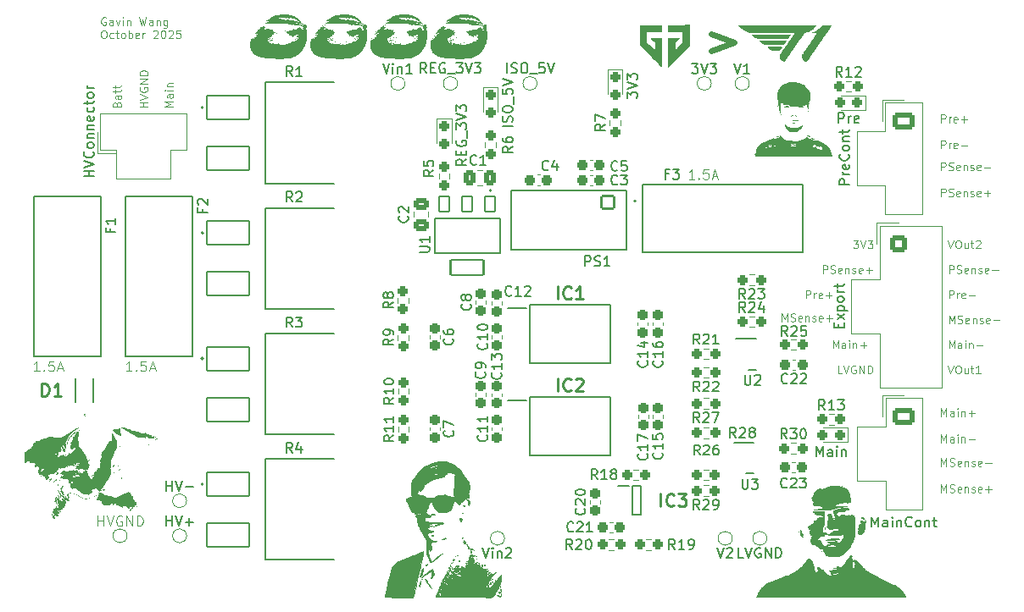
<source format=gbr>
%TF.GenerationSoftware,KiCad,Pcbnew,9.0.4*%
%TF.CreationDate,2025-10-24T20:56:16-05:00*%
%TF.ProjectId,ActivePrecharge RevB,41637469-7665-4507-9265-636861726765,rev?*%
%TF.SameCoordinates,Original*%
%TF.FileFunction,Legend,Top*%
%TF.FilePolarity,Positive*%
%FSLAX46Y46*%
G04 Gerber Fmt 4.6, Leading zero omitted, Abs format (unit mm)*
G04 Created by KiCad (PCBNEW 9.0.4) date 2025-10-24 20:56:16*
%MOMM*%
%LPD*%
G01*
G04 APERTURE LIST*
G04 Aperture macros list*
%AMRoundRect*
0 Rectangle with rounded corners*
0 $1 Rounding radius*
0 $2 $3 $4 $5 $6 $7 $8 $9 X,Y pos of 4 corners*
0 Add a 4 corners polygon primitive as box body*
4,1,4,$2,$3,$4,$5,$6,$7,$8,$9,$2,$3,0*
0 Add four circle primitives for the rounded corners*
1,1,$1+$1,$2,$3*
1,1,$1+$1,$4,$5*
1,1,$1+$1,$6,$7*
1,1,$1+$1,$8,$9*
0 Add four rect primitives between the rounded corners*
20,1,$1+$1,$2,$3,$4,$5,0*
20,1,$1+$1,$4,$5,$6,$7,0*
20,1,$1+$1,$6,$7,$8,$9,0*
20,1,$1+$1,$8,$9,$2,$3,0*%
%AMFreePoly0*
4,1,22,0.945671,0.830970,1.026777,0.776777,1.080970,0.695671,1.100000,0.600000,1.100000,-0.600000,1.080970,-0.695671,1.026777,-0.776777,0.945671,-0.830970,0.850000,-0.850000,-0.596447,-0.850000,-0.692118,-0.830970,-0.773224,-0.776777,-1.026777,-0.523224,-1.080970,-0.442118,-1.100000,-0.346447,-1.100000,0.600000,-1.080970,0.695671,-1.026777,0.776777,-0.945671,0.830970,-0.850000,0.850000,
0.850000,0.850000,0.945671,0.830970,0.945671,0.830970,$1*%
G04 Aperture macros list end*
%ADD10C,0.100000*%
%ADD11C,0.600000*%
%ADD12C,0.150000*%
%ADD13C,0.254000*%
%ADD14C,0.125000*%
%ADD15C,0.000000*%
%ADD16C,0.120000*%
%ADD17C,0.200000*%
%ADD18C,0.127000*%
%ADD19C,0.010000*%
%ADD20RoundRect,0.237500X-0.250000X-0.237500X0.250000X-0.237500X0.250000X0.237500X-0.250000X0.237500X0*%
%ADD21R,1.000000X0.599999*%
%ADD22RoundRect,0.237500X0.237500X-0.300000X0.237500X0.300000X-0.237500X0.300000X-0.237500X-0.300000X0*%
%ADD23C,1.300000*%
%ADD24RoundRect,0.250000X-0.850000X-0.600000X0.850000X-0.600000X0.850000X0.600000X-0.850000X0.600000X0*%
%ADD25O,2.200000X1.700000*%
%ADD26RoundRect,0.237500X-0.237500X0.287500X-0.237500X-0.287500X0.237500X-0.287500X0.237500X0.287500X0*%
%ADD27C,1.000000*%
%ADD28RoundRect,0.237500X-0.300000X-0.237500X0.300000X-0.237500X0.300000X0.237500X-0.300000X0.237500X0*%
%ADD29C,2.604000*%
%ADD30RoundRect,0.237500X0.250000X0.237500X-0.250000X0.237500X-0.250000X-0.237500X0.250000X-0.237500X0*%
%ADD31RoundRect,0.102000X-2.115000X-1.200000X2.115000X-1.200000X2.115000X1.200000X-2.115000X1.200000X0*%
%ADD32R,1.850000X0.650000*%
%ADD33RoundRect,0.250000X-0.600000X-0.600000X0.600000X-0.600000X0.600000X0.600000X-0.600000X0.600000X0*%
%ADD34C,1.700000*%
%ADD35RoundRect,0.250000X0.337500X0.475000X-0.337500X0.475000X-0.337500X-0.475000X0.337500X-0.475000X0*%
%ADD36C,3.600000*%
%ADD37C,6.400000*%
%ADD38RoundRect,0.237500X0.237500X-0.250000X0.237500X0.250000X-0.237500X0.250000X-0.237500X-0.250000X0*%
%ADD39RoundRect,0.237500X-0.237500X0.300000X-0.237500X-0.300000X0.237500X-0.300000X0.237500X0.300000X0*%
%ADD40RoundRect,0.237500X0.300000X0.237500X-0.300000X0.237500X-0.300000X-0.237500X0.300000X-0.237500X0*%
%ADD41R,1.050000X0.550000*%
%ADD42RoundRect,0.237500X0.287500X0.237500X-0.287500X0.237500X-0.287500X-0.237500X0.287500X-0.237500X0*%
%ADD43RoundRect,0.102000X0.625000X0.625000X-0.625000X0.625000X-0.625000X-0.625000X0.625000X-0.625000X0*%
%ADD44C,1.454000*%
%ADD45R,1.200000X0.850000*%
%ADD46RoundRect,0.102000X-0.495300X0.749300X-0.495300X-0.749300X0.495300X-0.749300X0.495300X0.749300X0*%
%ADD47RoundRect,0.102000X-1.638300X0.749300X-1.638300X-0.749300X1.638300X-0.749300X1.638300X0.749300X0*%
%ADD48FreePoly0,90.000000*%
%ADD49O,1.700000X2.200000*%
%ADD50RoundRect,0.250000X0.475000X-0.337500X0.475000X0.337500X-0.475000X0.337500X-0.475000X-0.337500X0*%
G04 APERTURE END LIST*
D10*
X192741979Y-82696895D02*
X193008646Y-83496895D01*
X193008646Y-83496895D02*
X193275312Y-82696895D01*
X193694360Y-82696895D02*
X193846741Y-82696895D01*
X193846741Y-82696895D02*
X193922931Y-82734990D01*
X193922931Y-82734990D02*
X193999122Y-82811180D01*
X193999122Y-82811180D02*
X194037217Y-82963561D01*
X194037217Y-82963561D02*
X194037217Y-83230228D01*
X194037217Y-83230228D02*
X193999122Y-83382609D01*
X193999122Y-83382609D02*
X193922931Y-83458800D01*
X193922931Y-83458800D02*
X193846741Y-83496895D01*
X193846741Y-83496895D02*
X193694360Y-83496895D01*
X193694360Y-83496895D02*
X193618169Y-83458800D01*
X193618169Y-83458800D02*
X193541979Y-83382609D01*
X193541979Y-83382609D02*
X193503883Y-83230228D01*
X193503883Y-83230228D02*
X193503883Y-82963561D01*
X193503883Y-82963561D02*
X193541979Y-82811180D01*
X193541979Y-82811180D02*
X193618169Y-82734990D01*
X193618169Y-82734990D02*
X193694360Y-82696895D01*
X194722931Y-82963561D02*
X194722931Y-83496895D01*
X194380074Y-82963561D02*
X194380074Y-83382609D01*
X194380074Y-83382609D02*
X194418169Y-83458800D01*
X194418169Y-83458800D02*
X194494359Y-83496895D01*
X194494359Y-83496895D02*
X194608645Y-83496895D01*
X194608645Y-83496895D02*
X194684836Y-83458800D01*
X194684836Y-83458800D02*
X194722931Y-83420704D01*
X194989598Y-82963561D02*
X195294360Y-82963561D01*
X195103884Y-82696895D02*
X195103884Y-83382609D01*
X195103884Y-83382609D02*
X195141979Y-83458800D01*
X195141979Y-83458800D02*
X195218169Y-83496895D01*
X195218169Y-83496895D02*
X195294360Y-83496895D01*
X195522931Y-82773085D02*
X195561027Y-82734990D01*
X195561027Y-82734990D02*
X195637217Y-82696895D01*
X195637217Y-82696895D02*
X195827693Y-82696895D01*
X195827693Y-82696895D02*
X195903884Y-82734990D01*
X195903884Y-82734990D02*
X195941979Y-82773085D01*
X195941979Y-82773085D02*
X195980074Y-82849276D01*
X195980074Y-82849276D02*
X195980074Y-82925466D01*
X195980074Y-82925466D02*
X195941979Y-83039752D01*
X195941979Y-83039752D02*
X195484836Y-83496895D01*
X195484836Y-83496895D02*
X195980074Y-83496895D01*
X176156265Y-90796895D02*
X176156265Y-89996895D01*
X176156265Y-89996895D02*
X176422931Y-90568323D01*
X176422931Y-90568323D02*
X176689598Y-89996895D01*
X176689598Y-89996895D02*
X176689598Y-90796895D01*
X177032455Y-90758800D02*
X177146741Y-90796895D01*
X177146741Y-90796895D02*
X177337217Y-90796895D01*
X177337217Y-90796895D02*
X177413408Y-90758800D01*
X177413408Y-90758800D02*
X177451503Y-90720704D01*
X177451503Y-90720704D02*
X177489598Y-90644514D01*
X177489598Y-90644514D02*
X177489598Y-90568323D01*
X177489598Y-90568323D02*
X177451503Y-90492133D01*
X177451503Y-90492133D02*
X177413408Y-90454038D01*
X177413408Y-90454038D02*
X177337217Y-90415942D01*
X177337217Y-90415942D02*
X177184836Y-90377847D01*
X177184836Y-90377847D02*
X177108646Y-90339752D01*
X177108646Y-90339752D02*
X177070551Y-90301657D01*
X177070551Y-90301657D02*
X177032455Y-90225466D01*
X177032455Y-90225466D02*
X177032455Y-90149276D01*
X177032455Y-90149276D02*
X177070551Y-90073085D01*
X177070551Y-90073085D02*
X177108646Y-90034990D01*
X177108646Y-90034990D02*
X177184836Y-89996895D01*
X177184836Y-89996895D02*
X177375313Y-89996895D01*
X177375313Y-89996895D02*
X177489598Y-90034990D01*
X178137218Y-90758800D02*
X178061027Y-90796895D01*
X178061027Y-90796895D02*
X177908646Y-90796895D01*
X177908646Y-90796895D02*
X177832456Y-90758800D01*
X177832456Y-90758800D02*
X177794360Y-90682609D01*
X177794360Y-90682609D02*
X177794360Y-90377847D01*
X177794360Y-90377847D02*
X177832456Y-90301657D01*
X177832456Y-90301657D02*
X177908646Y-90263561D01*
X177908646Y-90263561D02*
X178061027Y-90263561D01*
X178061027Y-90263561D02*
X178137218Y-90301657D01*
X178137218Y-90301657D02*
X178175313Y-90377847D01*
X178175313Y-90377847D02*
X178175313Y-90454038D01*
X178175313Y-90454038D02*
X177794360Y-90530228D01*
X178518170Y-90263561D02*
X178518170Y-90796895D01*
X178518170Y-90339752D02*
X178556265Y-90301657D01*
X178556265Y-90301657D02*
X178632455Y-90263561D01*
X178632455Y-90263561D02*
X178746741Y-90263561D01*
X178746741Y-90263561D02*
X178822932Y-90301657D01*
X178822932Y-90301657D02*
X178861027Y-90377847D01*
X178861027Y-90377847D02*
X178861027Y-90796895D01*
X179203884Y-90758800D02*
X179280075Y-90796895D01*
X179280075Y-90796895D02*
X179432456Y-90796895D01*
X179432456Y-90796895D02*
X179508646Y-90758800D01*
X179508646Y-90758800D02*
X179546742Y-90682609D01*
X179546742Y-90682609D02*
X179546742Y-90644514D01*
X179546742Y-90644514D02*
X179508646Y-90568323D01*
X179508646Y-90568323D02*
X179432456Y-90530228D01*
X179432456Y-90530228D02*
X179318170Y-90530228D01*
X179318170Y-90530228D02*
X179241980Y-90492133D01*
X179241980Y-90492133D02*
X179203884Y-90415942D01*
X179203884Y-90415942D02*
X179203884Y-90377847D01*
X179203884Y-90377847D02*
X179241980Y-90301657D01*
X179241980Y-90301657D02*
X179318170Y-90263561D01*
X179318170Y-90263561D02*
X179432456Y-90263561D01*
X179432456Y-90263561D02*
X179508646Y-90301657D01*
X180194361Y-90758800D02*
X180118170Y-90796895D01*
X180118170Y-90796895D02*
X179965789Y-90796895D01*
X179965789Y-90796895D02*
X179889599Y-90758800D01*
X179889599Y-90758800D02*
X179851503Y-90682609D01*
X179851503Y-90682609D02*
X179851503Y-90377847D01*
X179851503Y-90377847D02*
X179889599Y-90301657D01*
X179889599Y-90301657D02*
X179965789Y-90263561D01*
X179965789Y-90263561D02*
X180118170Y-90263561D01*
X180118170Y-90263561D02*
X180194361Y-90301657D01*
X180194361Y-90301657D02*
X180232456Y-90377847D01*
X180232456Y-90377847D02*
X180232456Y-90454038D01*
X180232456Y-90454038D02*
X179851503Y-90530228D01*
X180575313Y-90492133D02*
X181184837Y-90492133D01*
X180880075Y-90796895D02*
X180880075Y-90187371D01*
X192856265Y-90996895D02*
X192856265Y-90196895D01*
X192856265Y-90196895D02*
X193122931Y-90768323D01*
X193122931Y-90768323D02*
X193389598Y-90196895D01*
X193389598Y-90196895D02*
X193389598Y-90996895D01*
X193732455Y-90958800D02*
X193846741Y-90996895D01*
X193846741Y-90996895D02*
X194037217Y-90996895D01*
X194037217Y-90996895D02*
X194113408Y-90958800D01*
X194113408Y-90958800D02*
X194151503Y-90920704D01*
X194151503Y-90920704D02*
X194189598Y-90844514D01*
X194189598Y-90844514D02*
X194189598Y-90768323D01*
X194189598Y-90768323D02*
X194151503Y-90692133D01*
X194151503Y-90692133D02*
X194113408Y-90654038D01*
X194113408Y-90654038D02*
X194037217Y-90615942D01*
X194037217Y-90615942D02*
X193884836Y-90577847D01*
X193884836Y-90577847D02*
X193808646Y-90539752D01*
X193808646Y-90539752D02*
X193770551Y-90501657D01*
X193770551Y-90501657D02*
X193732455Y-90425466D01*
X193732455Y-90425466D02*
X193732455Y-90349276D01*
X193732455Y-90349276D02*
X193770551Y-90273085D01*
X193770551Y-90273085D02*
X193808646Y-90234990D01*
X193808646Y-90234990D02*
X193884836Y-90196895D01*
X193884836Y-90196895D02*
X194075313Y-90196895D01*
X194075313Y-90196895D02*
X194189598Y-90234990D01*
X194837218Y-90958800D02*
X194761027Y-90996895D01*
X194761027Y-90996895D02*
X194608646Y-90996895D01*
X194608646Y-90996895D02*
X194532456Y-90958800D01*
X194532456Y-90958800D02*
X194494360Y-90882609D01*
X194494360Y-90882609D02*
X194494360Y-90577847D01*
X194494360Y-90577847D02*
X194532456Y-90501657D01*
X194532456Y-90501657D02*
X194608646Y-90463561D01*
X194608646Y-90463561D02*
X194761027Y-90463561D01*
X194761027Y-90463561D02*
X194837218Y-90501657D01*
X194837218Y-90501657D02*
X194875313Y-90577847D01*
X194875313Y-90577847D02*
X194875313Y-90654038D01*
X194875313Y-90654038D02*
X194494360Y-90730228D01*
X195218170Y-90463561D02*
X195218170Y-90996895D01*
X195218170Y-90539752D02*
X195256265Y-90501657D01*
X195256265Y-90501657D02*
X195332455Y-90463561D01*
X195332455Y-90463561D02*
X195446741Y-90463561D01*
X195446741Y-90463561D02*
X195522932Y-90501657D01*
X195522932Y-90501657D02*
X195561027Y-90577847D01*
X195561027Y-90577847D02*
X195561027Y-90996895D01*
X195903884Y-90958800D02*
X195980075Y-90996895D01*
X195980075Y-90996895D02*
X196132456Y-90996895D01*
X196132456Y-90996895D02*
X196208646Y-90958800D01*
X196208646Y-90958800D02*
X196246742Y-90882609D01*
X196246742Y-90882609D02*
X196246742Y-90844514D01*
X196246742Y-90844514D02*
X196208646Y-90768323D01*
X196208646Y-90768323D02*
X196132456Y-90730228D01*
X196132456Y-90730228D02*
X196018170Y-90730228D01*
X196018170Y-90730228D02*
X195941980Y-90692133D01*
X195941980Y-90692133D02*
X195903884Y-90615942D01*
X195903884Y-90615942D02*
X195903884Y-90577847D01*
X195903884Y-90577847D02*
X195941980Y-90501657D01*
X195941980Y-90501657D02*
X196018170Y-90463561D01*
X196018170Y-90463561D02*
X196132456Y-90463561D01*
X196132456Y-90463561D02*
X196208646Y-90501657D01*
X196894361Y-90958800D02*
X196818170Y-90996895D01*
X196818170Y-90996895D02*
X196665789Y-90996895D01*
X196665789Y-90996895D02*
X196589599Y-90958800D01*
X196589599Y-90958800D02*
X196551503Y-90882609D01*
X196551503Y-90882609D02*
X196551503Y-90577847D01*
X196551503Y-90577847D02*
X196589599Y-90501657D01*
X196589599Y-90501657D02*
X196665789Y-90463561D01*
X196665789Y-90463561D02*
X196818170Y-90463561D01*
X196818170Y-90463561D02*
X196894361Y-90501657D01*
X196894361Y-90501657D02*
X196932456Y-90577847D01*
X196932456Y-90577847D02*
X196932456Y-90654038D01*
X196932456Y-90654038D02*
X196551503Y-90730228D01*
X197275313Y-90692133D02*
X197884837Y-90692133D01*
X192056265Y-102896895D02*
X192056265Y-102096895D01*
X192056265Y-102096895D02*
X192322931Y-102668323D01*
X192322931Y-102668323D02*
X192589598Y-102096895D01*
X192589598Y-102096895D02*
X192589598Y-102896895D01*
X193313408Y-102896895D02*
X193313408Y-102477847D01*
X193313408Y-102477847D02*
X193275313Y-102401657D01*
X193275313Y-102401657D02*
X193199122Y-102363561D01*
X193199122Y-102363561D02*
X193046741Y-102363561D01*
X193046741Y-102363561D02*
X192970551Y-102401657D01*
X193313408Y-102858800D02*
X193237217Y-102896895D01*
X193237217Y-102896895D02*
X193046741Y-102896895D01*
X193046741Y-102896895D02*
X192970551Y-102858800D01*
X192970551Y-102858800D02*
X192932455Y-102782609D01*
X192932455Y-102782609D02*
X192932455Y-102706419D01*
X192932455Y-102706419D02*
X192970551Y-102630228D01*
X192970551Y-102630228D02*
X193046741Y-102592133D01*
X193046741Y-102592133D02*
X193237217Y-102592133D01*
X193237217Y-102592133D02*
X193313408Y-102554038D01*
X193694361Y-102896895D02*
X193694361Y-102363561D01*
X193694361Y-102096895D02*
X193656265Y-102134990D01*
X193656265Y-102134990D02*
X193694361Y-102173085D01*
X193694361Y-102173085D02*
X193732456Y-102134990D01*
X193732456Y-102134990D02*
X193694361Y-102096895D01*
X193694361Y-102096895D02*
X193694361Y-102173085D01*
X194075313Y-102363561D02*
X194075313Y-102896895D01*
X194075313Y-102439752D02*
X194113408Y-102401657D01*
X194113408Y-102401657D02*
X194189598Y-102363561D01*
X194189598Y-102363561D02*
X194303884Y-102363561D01*
X194303884Y-102363561D02*
X194380075Y-102401657D01*
X194380075Y-102401657D02*
X194418170Y-102477847D01*
X194418170Y-102477847D02*
X194418170Y-102896895D01*
X194799123Y-102592133D02*
X195408647Y-102592133D01*
X102027693Y-95772419D02*
X101456265Y-95772419D01*
X101741979Y-95772419D02*
X101741979Y-94772419D01*
X101741979Y-94772419D02*
X101646741Y-94915276D01*
X101646741Y-94915276D02*
X101551503Y-95010514D01*
X101551503Y-95010514D02*
X101456265Y-95058133D01*
X102456265Y-95677180D02*
X102503884Y-95724800D01*
X102503884Y-95724800D02*
X102456265Y-95772419D01*
X102456265Y-95772419D02*
X102408646Y-95724800D01*
X102408646Y-95724800D02*
X102456265Y-95677180D01*
X102456265Y-95677180D02*
X102456265Y-95772419D01*
X103408645Y-94772419D02*
X102932455Y-94772419D01*
X102932455Y-94772419D02*
X102884836Y-95248609D01*
X102884836Y-95248609D02*
X102932455Y-95200990D01*
X102932455Y-95200990D02*
X103027693Y-95153371D01*
X103027693Y-95153371D02*
X103265788Y-95153371D01*
X103265788Y-95153371D02*
X103361026Y-95200990D01*
X103361026Y-95200990D02*
X103408645Y-95248609D01*
X103408645Y-95248609D02*
X103456264Y-95343847D01*
X103456264Y-95343847D02*
X103456264Y-95581942D01*
X103456264Y-95581942D02*
X103408645Y-95677180D01*
X103408645Y-95677180D02*
X103361026Y-95724800D01*
X103361026Y-95724800D02*
X103265788Y-95772419D01*
X103265788Y-95772419D02*
X103027693Y-95772419D01*
X103027693Y-95772419D02*
X102932455Y-95724800D01*
X102932455Y-95724800D02*
X102884836Y-95677180D01*
X103837217Y-95486704D02*
X104313407Y-95486704D01*
X103741979Y-95772419D02*
X104075312Y-94772419D01*
X104075312Y-94772419D02*
X104408645Y-95772419D01*
X109712847Y-69077068D02*
X109750942Y-68962782D01*
X109750942Y-68962782D02*
X109789038Y-68924687D01*
X109789038Y-68924687D02*
X109865228Y-68886591D01*
X109865228Y-68886591D02*
X109979514Y-68886591D01*
X109979514Y-68886591D02*
X110055704Y-68924687D01*
X110055704Y-68924687D02*
X110093800Y-68962782D01*
X110093800Y-68962782D02*
X110131895Y-69038972D01*
X110131895Y-69038972D02*
X110131895Y-69343734D01*
X110131895Y-69343734D02*
X109331895Y-69343734D01*
X109331895Y-69343734D02*
X109331895Y-69077068D01*
X109331895Y-69077068D02*
X109369990Y-69000877D01*
X109369990Y-69000877D02*
X109408085Y-68962782D01*
X109408085Y-68962782D02*
X109484276Y-68924687D01*
X109484276Y-68924687D02*
X109560466Y-68924687D01*
X109560466Y-68924687D02*
X109636657Y-68962782D01*
X109636657Y-68962782D02*
X109674752Y-69000877D01*
X109674752Y-69000877D02*
X109712847Y-69077068D01*
X109712847Y-69077068D02*
X109712847Y-69343734D01*
X110131895Y-68200877D02*
X109712847Y-68200877D01*
X109712847Y-68200877D02*
X109636657Y-68238972D01*
X109636657Y-68238972D02*
X109598561Y-68315163D01*
X109598561Y-68315163D02*
X109598561Y-68467544D01*
X109598561Y-68467544D02*
X109636657Y-68543734D01*
X110093800Y-68200877D02*
X110131895Y-68277068D01*
X110131895Y-68277068D02*
X110131895Y-68467544D01*
X110131895Y-68467544D02*
X110093800Y-68543734D01*
X110093800Y-68543734D02*
X110017609Y-68581830D01*
X110017609Y-68581830D02*
X109941419Y-68581830D01*
X109941419Y-68581830D02*
X109865228Y-68543734D01*
X109865228Y-68543734D02*
X109827133Y-68467544D01*
X109827133Y-68467544D02*
X109827133Y-68277068D01*
X109827133Y-68277068D02*
X109789038Y-68200877D01*
X109598561Y-67934210D02*
X109598561Y-67629448D01*
X109331895Y-67819924D02*
X110017609Y-67819924D01*
X110017609Y-67819924D02*
X110093800Y-67781829D01*
X110093800Y-67781829D02*
X110131895Y-67705639D01*
X110131895Y-67705639D02*
X110131895Y-67629448D01*
X109598561Y-67477067D02*
X109598561Y-67172305D01*
X109331895Y-67362781D02*
X110017609Y-67362781D01*
X110017609Y-67362781D02*
X110093800Y-67324686D01*
X110093800Y-67324686D02*
X110131895Y-67248496D01*
X110131895Y-67248496D02*
X110131895Y-67172305D01*
X111227693Y-95772419D02*
X110656265Y-95772419D01*
X110941979Y-95772419D02*
X110941979Y-94772419D01*
X110941979Y-94772419D02*
X110846741Y-94915276D01*
X110846741Y-94915276D02*
X110751503Y-95010514D01*
X110751503Y-95010514D02*
X110656265Y-95058133D01*
X111656265Y-95677180D02*
X111703884Y-95724800D01*
X111703884Y-95724800D02*
X111656265Y-95772419D01*
X111656265Y-95772419D02*
X111608646Y-95724800D01*
X111608646Y-95724800D02*
X111656265Y-95677180D01*
X111656265Y-95677180D02*
X111656265Y-95772419D01*
X112608645Y-94772419D02*
X112132455Y-94772419D01*
X112132455Y-94772419D02*
X112084836Y-95248609D01*
X112084836Y-95248609D02*
X112132455Y-95200990D01*
X112132455Y-95200990D02*
X112227693Y-95153371D01*
X112227693Y-95153371D02*
X112465788Y-95153371D01*
X112465788Y-95153371D02*
X112561026Y-95200990D01*
X112561026Y-95200990D02*
X112608645Y-95248609D01*
X112608645Y-95248609D02*
X112656264Y-95343847D01*
X112656264Y-95343847D02*
X112656264Y-95581942D01*
X112656264Y-95581942D02*
X112608645Y-95677180D01*
X112608645Y-95677180D02*
X112561026Y-95724800D01*
X112561026Y-95724800D02*
X112465788Y-95772419D01*
X112465788Y-95772419D02*
X112227693Y-95772419D01*
X112227693Y-95772419D02*
X112132455Y-95724800D01*
X112132455Y-95724800D02*
X112084836Y-95677180D01*
X113037217Y-95486704D02*
X113513407Y-95486704D01*
X112941979Y-95772419D02*
X113275312Y-94772419D01*
X113275312Y-94772419D02*
X113608645Y-95772419D01*
X192056265Y-105296895D02*
X192056265Y-104496895D01*
X192056265Y-104496895D02*
X192322931Y-105068323D01*
X192322931Y-105068323D02*
X192589598Y-104496895D01*
X192589598Y-104496895D02*
X192589598Y-105296895D01*
X192932455Y-105258800D02*
X193046741Y-105296895D01*
X193046741Y-105296895D02*
X193237217Y-105296895D01*
X193237217Y-105296895D02*
X193313408Y-105258800D01*
X193313408Y-105258800D02*
X193351503Y-105220704D01*
X193351503Y-105220704D02*
X193389598Y-105144514D01*
X193389598Y-105144514D02*
X193389598Y-105068323D01*
X193389598Y-105068323D02*
X193351503Y-104992133D01*
X193351503Y-104992133D02*
X193313408Y-104954038D01*
X193313408Y-104954038D02*
X193237217Y-104915942D01*
X193237217Y-104915942D02*
X193084836Y-104877847D01*
X193084836Y-104877847D02*
X193008646Y-104839752D01*
X193008646Y-104839752D02*
X192970551Y-104801657D01*
X192970551Y-104801657D02*
X192932455Y-104725466D01*
X192932455Y-104725466D02*
X192932455Y-104649276D01*
X192932455Y-104649276D02*
X192970551Y-104573085D01*
X192970551Y-104573085D02*
X193008646Y-104534990D01*
X193008646Y-104534990D02*
X193084836Y-104496895D01*
X193084836Y-104496895D02*
X193275313Y-104496895D01*
X193275313Y-104496895D02*
X193389598Y-104534990D01*
X194037218Y-105258800D02*
X193961027Y-105296895D01*
X193961027Y-105296895D02*
X193808646Y-105296895D01*
X193808646Y-105296895D02*
X193732456Y-105258800D01*
X193732456Y-105258800D02*
X193694360Y-105182609D01*
X193694360Y-105182609D02*
X193694360Y-104877847D01*
X193694360Y-104877847D02*
X193732456Y-104801657D01*
X193732456Y-104801657D02*
X193808646Y-104763561D01*
X193808646Y-104763561D02*
X193961027Y-104763561D01*
X193961027Y-104763561D02*
X194037218Y-104801657D01*
X194037218Y-104801657D02*
X194075313Y-104877847D01*
X194075313Y-104877847D02*
X194075313Y-104954038D01*
X194075313Y-104954038D02*
X193694360Y-105030228D01*
X194418170Y-104763561D02*
X194418170Y-105296895D01*
X194418170Y-104839752D02*
X194456265Y-104801657D01*
X194456265Y-104801657D02*
X194532455Y-104763561D01*
X194532455Y-104763561D02*
X194646741Y-104763561D01*
X194646741Y-104763561D02*
X194722932Y-104801657D01*
X194722932Y-104801657D02*
X194761027Y-104877847D01*
X194761027Y-104877847D02*
X194761027Y-105296895D01*
X195103884Y-105258800D02*
X195180075Y-105296895D01*
X195180075Y-105296895D02*
X195332456Y-105296895D01*
X195332456Y-105296895D02*
X195408646Y-105258800D01*
X195408646Y-105258800D02*
X195446742Y-105182609D01*
X195446742Y-105182609D02*
X195446742Y-105144514D01*
X195446742Y-105144514D02*
X195408646Y-105068323D01*
X195408646Y-105068323D02*
X195332456Y-105030228D01*
X195332456Y-105030228D02*
X195218170Y-105030228D01*
X195218170Y-105030228D02*
X195141980Y-104992133D01*
X195141980Y-104992133D02*
X195103884Y-104915942D01*
X195103884Y-104915942D02*
X195103884Y-104877847D01*
X195103884Y-104877847D02*
X195141980Y-104801657D01*
X195141980Y-104801657D02*
X195218170Y-104763561D01*
X195218170Y-104763561D02*
X195332456Y-104763561D01*
X195332456Y-104763561D02*
X195408646Y-104801657D01*
X196094361Y-105258800D02*
X196018170Y-105296895D01*
X196018170Y-105296895D02*
X195865789Y-105296895D01*
X195865789Y-105296895D02*
X195789599Y-105258800D01*
X195789599Y-105258800D02*
X195751503Y-105182609D01*
X195751503Y-105182609D02*
X195751503Y-104877847D01*
X195751503Y-104877847D02*
X195789599Y-104801657D01*
X195789599Y-104801657D02*
X195865789Y-104763561D01*
X195865789Y-104763561D02*
X196018170Y-104763561D01*
X196018170Y-104763561D02*
X196094361Y-104801657D01*
X196094361Y-104801657D02*
X196132456Y-104877847D01*
X196132456Y-104877847D02*
X196132456Y-104954038D01*
X196132456Y-104954038D02*
X195751503Y-105030228D01*
X196475313Y-104992133D02*
X197084837Y-104992133D01*
X192056265Y-75696895D02*
X192056265Y-74896895D01*
X192056265Y-74896895D02*
X192361027Y-74896895D01*
X192361027Y-74896895D02*
X192437217Y-74934990D01*
X192437217Y-74934990D02*
X192475312Y-74973085D01*
X192475312Y-74973085D02*
X192513408Y-75049276D01*
X192513408Y-75049276D02*
X192513408Y-75163561D01*
X192513408Y-75163561D02*
X192475312Y-75239752D01*
X192475312Y-75239752D02*
X192437217Y-75277847D01*
X192437217Y-75277847D02*
X192361027Y-75315942D01*
X192361027Y-75315942D02*
X192056265Y-75315942D01*
X192818169Y-75658800D02*
X192932455Y-75696895D01*
X192932455Y-75696895D02*
X193122931Y-75696895D01*
X193122931Y-75696895D02*
X193199122Y-75658800D01*
X193199122Y-75658800D02*
X193237217Y-75620704D01*
X193237217Y-75620704D02*
X193275312Y-75544514D01*
X193275312Y-75544514D02*
X193275312Y-75468323D01*
X193275312Y-75468323D02*
X193237217Y-75392133D01*
X193237217Y-75392133D02*
X193199122Y-75354038D01*
X193199122Y-75354038D02*
X193122931Y-75315942D01*
X193122931Y-75315942D02*
X192970550Y-75277847D01*
X192970550Y-75277847D02*
X192894360Y-75239752D01*
X192894360Y-75239752D02*
X192856265Y-75201657D01*
X192856265Y-75201657D02*
X192818169Y-75125466D01*
X192818169Y-75125466D02*
X192818169Y-75049276D01*
X192818169Y-75049276D02*
X192856265Y-74973085D01*
X192856265Y-74973085D02*
X192894360Y-74934990D01*
X192894360Y-74934990D02*
X192970550Y-74896895D01*
X192970550Y-74896895D02*
X193161027Y-74896895D01*
X193161027Y-74896895D02*
X193275312Y-74934990D01*
X193922932Y-75658800D02*
X193846741Y-75696895D01*
X193846741Y-75696895D02*
X193694360Y-75696895D01*
X193694360Y-75696895D02*
X193618170Y-75658800D01*
X193618170Y-75658800D02*
X193580074Y-75582609D01*
X193580074Y-75582609D02*
X193580074Y-75277847D01*
X193580074Y-75277847D02*
X193618170Y-75201657D01*
X193618170Y-75201657D02*
X193694360Y-75163561D01*
X193694360Y-75163561D02*
X193846741Y-75163561D01*
X193846741Y-75163561D02*
X193922932Y-75201657D01*
X193922932Y-75201657D02*
X193961027Y-75277847D01*
X193961027Y-75277847D02*
X193961027Y-75354038D01*
X193961027Y-75354038D02*
X193580074Y-75430228D01*
X194303884Y-75163561D02*
X194303884Y-75696895D01*
X194303884Y-75239752D02*
X194341979Y-75201657D01*
X194341979Y-75201657D02*
X194418169Y-75163561D01*
X194418169Y-75163561D02*
X194532455Y-75163561D01*
X194532455Y-75163561D02*
X194608646Y-75201657D01*
X194608646Y-75201657D02*
X194646741Y-75277847D01*
X194646741Y-75277847D02*
X194646741Y-75696895D01*
X194989598Y-75658800D02*
X195065789Y-75696895D01*
X195065789Y-75696895D02*
X195218170Y-75696895D01*
X195218170Y-75696895D02*
X195294360Y-75658800D01*
X195294360Y-75658800D02*
X195332456Y-75582609D01*
X195332456Y-75582609D02*
X195332456Y-75544514D01*
X195332456Y-75544514D02*
X195294360Y-75468323D01*
X195294360Y-75468323D02*
X195218170Y-75430228D01*
X195218170Y-75430228D02*
X195103884Y-75430228D01*
X195103884Y-75430228D02*
X195027694Y-75392133D01*
X195027694Y-75392133D02*
X194989598Y-75315942D01*
X194989598Y-75315942D02*
X194989598Y-75277847D01*
X194989598Y-75277847D02*
X195027694Y-75201657D01*
X195027694Y-75201657D02*
X195103884Y-75163561D01*
X195103884Y-75163561D02*
X195218170Y-75163561D01*
X195218170Y-75163561D02*
X195294360Y-75201657D01*
X195980075Y-75658800D02*
X195903884Y-75696895D01*
X195903884Y-75696895D02*
X195751503Y-75696895D01*
X195751503Y-75696895D02*
X195675313Y-75658800D01*
X195675313Y-75658800D02*
X195637217Y-75582609D01*
X195637217Y-75582609D02*
X195637217Y-75277847D01*
X195637217Y-75277847D02*
X195675313Y-75201657D01*
X195675313Y-75201657D02*
X195751503Y-75163561D01*
X195751503Y-75163561D02*
X195903884Y-75163561D01*
X195903884Y-75163561D02*
X195980075Y-75201657D01*
X195980075Y-75201657D02*
X196018170Y-75277847D01*
X196018170Y-75277847D02*
X196018170Y-75354038D01*
X196018170Y-75354038D02*
X195637217Y-75430228D01*
X196361027Y-75392133D02*
X196970551Y-75392133D01*
X192856265Y-85996895D02*
X192856265Y-85196895D01*
X192856265Y-85196895D02*
X193161027Y-85196895D01*
X193161027Y-85196895D02*
X193237217Y-85234990D01*
X193237217Y-85234990D02*
X193275312Y-85273085D01*
X193275312Y-85273085D02*
X193313408Y-85349276D01*
X193313408Y-85349276D02*
X193313408Y-85463561D01*
X193313408Y-85463561D02*
X193275312Y-85539752D01*
X193275312Y-85539752D02*
X193237217Y-85577847D01*
X193237217Y-85577847D02*
X193161027Y-85615942D01*
X193161027Y-85615942D02*
X192856265Y-85615942D01*
X193618169Y-85958800D02*
X193732455Y-85996895D01*
X193732455Y-85996895D02*
X193922931Y-85996895D01*
X193922931Y-85996895D02*
X193999122Y-85958800D01*
X193999122Y-85958800D02*
X194037217Y-85920704D01*
X194037217Y-85920704D02*
X194075312Y-85844514D01*
X194075312Y-85844514D02*
X194075312Y-85768323D01*
X194075312Y-85768323D02*
X194037217Y-85692133D01*
X194037217Y-85692133D02*
X193999122Y-85654038D01*
X193999122Y-85654038D02*
X193922931Y-85615942D01*
X193922931Y-85615942D02*
X193770550Y-85577847D01*
X193770550Y-85577847D02*
X193694360Y-85539752D01*
X193694360Y-85539752D02*
X193656265Y-85501657D01*
X193656265Y-85501657D02*
X193618169Y-85425466D01*
X193618169Y-85425466D02*
X193618169Y-85349276D01*
X193618169Y-85349276D02*
X193656265Y-85273085D01*
X193656265Y-85273085D02*
X193694360Y-85234990D01*
X193694360Y-85234990D02*
X193770550Y-85196895D01*
X193770550Y-85196895D02*
X193961027Y-85196895D01*
X193961027Y-85196895D02*
X194075312Y-85234990D01*
X194722932Y-85958800D02*
X194646741Y-85996895D01*
X194646741Y-85996895D02*
X194494360Y-85996895D01*
X194494360Y-85996895D02*
X194418170Y-85958800D01*
X194418170Y-85958800D02*
X194380074Y-85882609D01*
X194380074Y-85882609D02*
X194380074Y-85577847D01*
X194380074Y-85577847D02*
X194418170Y-85501657D01*
X194418170Y-85501657D02*
X194494360Y-85463561D01*
X194494360Y-85463561D02*
X194646741Y-85463561D01*
X194646741Y-85463561D02*
X194722932Y-85501657D01*
X194722932Y-85501657D02*
X194761027Y-85577847D01*
X194761027Y-85577847D02*
X194761027Y-85654038D01*
X194761027Y-85654038D02*
X194380074Y-85730228D01*
X195103884Y-85463561D02*
X195103884Y-85996895D01*
X195103884Y-85539752D02*
X195141979Y-85501657D01*
X195141979Y-85501657D02*
X195218169Y-85463561D01*
X195218169Y-85463561D02*
X195332455Y-85463561D01*
X195332455Y-85463561D02*
X195408646Y-85501657D01*
X195408646Y-85501657D02*
X195446741Y-85577847D01*
X195446741Y-85577847D02*
X195446741Y-85996895D01*
X195789598Y-85958800D02*
X195865789Y-85996895D01*
X195865789Y-85996895D02*
X196018170Y-85996895D01*
X196018170Y-85996895D02*
X196094360Y-85958800D01*
X196094360Y-85958800D02*
X196132456Y-85882609D01*
X196132456Y-85882609D02*
X196132456Y-85844514D01*
X196132456Y-85844514D02*
X196094360Y-85768323D01*
X196094360Y-85768323D02*
X196018170Y-85730228D01*
X196018170Y-85730228D02*
X195903884Y-85730228D01*
X195903884Y-85730228D02*
X195827694Y-85692133D01*
X195827694Y-85692133D02*
X195789598Y-85615942D01*
X195789598Y-85615942D02*
X195789598Y-85577847D01*
X195789598Y-85577847D02*
X195827694Y-85501657D01*
X195827694Y-85501657D02*
X195903884Y-85463561D01*
X195903884Y-85463561D02*
X196018170Y-85463561D01*
X196018170Y-85463561D02*
X196094360Y-85501657D01*
X196780075Y-85958800D02*
X196703884Y-85996895D01*
X196703884Y-85996895D02*
X196551503Y-85996895D01*
X196551503Y-85996895D02*
X196475313Y-85958800D01*
X196475313Y-85958800D02*
X196437217Y-85882609D01*
X196437217Y-85882609D02*
X196437217Y-85577847D01*
X196437217Y-85577847D02*
X196475313Y-85501657D01*
X196475313Y-85501657D02*
X196551503Y-85463561D01*
X196551503Y-85463561D02*
X196703884Y-85463561D01*
X196703884Y-85463561D02*
X196780075Y-85501657D01*
X196780075Y-85501657D02*
X196818170Y-85577847D01*
X196818170Y-85577847D02*
X196818170Y-85654038D01*
X196818170Y-85654038D02*
X196437217Y-85730228D01*
X197161027Y-85692133D02*
X197770551Y-85692133D01*
X112796895Y-69343734D02*
X111996895Y-69343734D01*
X112377847Y-69343734D02*
X112377847Y-68886591D01*
X112796895Y-68886591D02*
X111996895Y-68886591D01*
X111996895Y-68619925D02*
X112796895Y-68353258D01*
X112796895Y-68353258D02*
X111996895Y-68086592D01*
X112034990Y-67400878D02*
X111996895Y-67477068D01*
X111996895Y-67477068D02*
X111996895Y-67591354D01*
X111996895Y-67591354D02*
X112034990Y-67705640D01*
X112034990Y-67705640D02*
X112111180Y-67781830D01*
X112111180Y-67781830D02*
X112187371Y-67819925D01*
X112187371Y-67819925D02*
X112339752Y-67858021D01*
X112339752Y-67858021D02*
X112454038Y-67858021D01*
X112454038Y-67858021D02*
X112606419Y-67819925D01*
X112606419Y-67819925D02*
X112682609Y-67781830D01*
X112682609Y-67781830D02*
X112758800Y-67705640D01*
X112758800Y-67705640D02*
X112796895Y-67591354D01*
X112796895Y-67591354D02*
X112796895Y-67515163D01*
X112796895Y-67515163D02*
X112758800Y-67400878D01*
X112758800Y-67400878D02*
X112720704Y-67362782D01*
X112720704Y-67362782D02*
X112454038Y-67362782D01*
X112454038Y-67362782D02*
X112454038Y-67515163D01*
X112796895Y-67019925D02*
X111996895Y-67019925D01*
X111996895Y-67019925D02*
X112796895Y-66562782D01*
X112796895Y-66562782D02*
X111996895Y-66562782D01*
X112796895Y-66181830D02*
X111996895Y-66181830D01*
X111996895Y-66181830D02*
X111996895Y-65991354D01*
X111996895Y-65991354D02*
X112034990Y-65877068D01*
X112034990Y-65877068D02*
X112111180Y-65800878D01*
X112111180Y-65800878D02*
X112187371Y-65762783D01*
X112187371Y-65762783D02*
X112339752Y-65724687D01*
X112339752Y-65724687D02*
X112454038Y-65724687D01*
X112454038Y-65724687D02*
X112606419Y-65762783D01*
X112606419Y-65762783D02*
X112682609Y-65800878D01*
X112682609Y-65800878D02*
X112758800Y-65877068D01*
X112758800Y-65877068D02*
X112796895Y-65991354D01*
X112796895Y-65991354D02*
X112796895Y-66181830D01*
X192056265Y-78296895D02*
X192056265Y-77496895D01*
X192056265Y-77496895D02*
X192361027Y-77496895D01*
X192361027Y-77496895D02*
X192437217Y-77534990D01*
X192437217Y-77534990D02*
X192475312Y-77573085D01*
X192475312Y-77573085D02*
X192513408Y-77649276D01*
X192513408Y-77649276D02*
X192513408Y-77763561D01*
X192513408Y-77763561D02*
X192475312Y-77839752D01*
X192475312Y-77839752D02*
X192437217Y-77877847D01*
X192437217Y-77877847D02*
X192361027Y-77915942D01*
X192361027Y-77915942D02*
X192056265Y-77915942D01*
X192818169Y-78258800D02*
X192932455Y-78296895D01*
X192932455Y-78296895D02*
X193122931Y-78296895D01*
X193122931Y-78296895D02*
X193199122Y-78258800D01*
X193199122Y-78258800D02*
X193237217Y-78220704D01*
X193237217Y-78220704D02*
X193275312Y-78144514D01*
X193275312Y-78144514D02*
X193275312Y-78068323D01*
X193275312Y-78068323D02*
X193237217Y-77992133D01*
X193237217Y-77992133D02*
X193199122Y-77954038D01*
X193199122Y-77954038D02*
X193122931Y-77915942D01*
X193122931Y-77915942D02*
X192970550Y-77877847D01*
X192970550Y-77877847D02*
X192894360Y-77839752D01*
X192894360Y-77839752D02*
X192856265Y-77801657D01*
X192856265Y-77801657D02*
X192818169Y-77725466D01*
X192818169Y-77725466D02*
X192818169Y-77649276D01*
X192818169Y-77649276D02*
X192856265Y-77573085D01*
X192856265Y-77573085D02*
X192894360Y-77534990D01*
X192894360Y-77534990D02*
X192970550Y-77496895D01*
X192970550Y-77496895D02*
X193161027Y-77496895D01*
X193161027Y-77496895D02*
X193275312Y-77534990D01*
X193922932Y-78258800D02*
X193846741Y-78296895D01*
X193846741Y-78296895D02*
X193694360Y-78296895D01*
X193694360Y-78296895D02*
X193618170Y-78258800D01*
X193618170Y-78258800D02*
X193580074Y-78182609D01*
X193580074Y-78182609D02*
X193580074Y-77877847D01*
X193580074Y-77877847D02*
X193618170Y-77801657D01*
X193618170Y-77801657D02*
X193694360Y-77763561D01*
X193694360Y-77763561D02*
X193846741Y-77763561D01*
X193846741Y-77763561D02*
X193922932Y-77801657D01*
X193922932Y-77801657D02*
X193961027Y-77877847D01*
X193961027Y-77877847D02*
X193961027Y-77954038D01*
X193961027Y-77954038D02*
X193580074Y-78030228D01*
X194303884Y-77763561D02*
X194303884Y-78296895D01*
X194303884Y-77839752D02*
X194341979Y-77801657D01*
X194341979Y-77801657D02*
X194418169Y-77763561D01*
X194418169Y-77763561D02*
X194532455Y-77763561D01*
X194532455Y-77763561D02*
X194608646Y-77801657D01*
X194608646Y-77801657D02*
X194646741Y-77877847D01*
X194646741Y-77877847D02*
X194646741Y-78296895D01*
X194989598Y-78258800D02*
X195065789Y-78296895D01*
X195065789Y-78296895D02*
X195218170Y-78296895D01*
X195218170Y-78296895D02*
X195294360Y-78258800D01*
X195294360Y-78258800D02*
X195332456Y-78182609D01*
X195332456Y-78182609D02*
X195332456Y-78144514D01*
X195332456Y-78144514D02*
X195294360Y-78068323D01*
X195294360Y-78068323D02*
X195218170Y-78030228D01*
X195218170Y-78030228D02*
X195103884Y-78030228D01*
X195103884Y-78030228D02*
X195027694Y-77992133D01*
X195027694Y-77992133D02*
X194989598Y-77915942D01*
X194989598Y-77915942D02*
X194989598Y-77877847D01*
X194989598Y-77877847D02*
X195027694Y-77801657D01*
X195027694Y-77801657D02*
X195103884Y-77763561D01*
X195103884Y-77763561D02*
X195218170Y-77763561D01*
X195218170Y-77763561D02*
X195294360Y-77801657D01*
X195980075Y-78258800D02*
X195903884Y-78296895D01*
X195903884Y-78296895D02*
X195751503Y-78296895D01*
X195751503Y-78296895D02*
X195675313Y-78258800D01*
X195675313Y-78258800D02*
X195637217Y-78182609D01*
X195637217Y-78182609D02*
X195637217Y-77877847D01*
X195637217Y-77877847D02*
X195675313Y-77801657D01*
X195675313Y-77801657D02*
X195751503Y-77763561D01*
X195751503Y-77763561D02*
X195903884Y-77763561D01*
X195903884Y-77763561D02*
X195980075Y-77801657D01*
X195980075Y-77801657D02*
X196018170Y-77877847D01*
X196018170Y-77877847D02*
X196018170Y-77954038D01*
X196018170Y-77954038D02*
X195637217Y-78030228D01*
X196361027Y-77992133D02*
X196970551Y-77992133D01*
X196665789Y-78296895D02*
X196665789Y-77687371D01*
X178556265Y-88496895D02*
X178556265Y-87696895D01*
X178556265Y-87696895D02*
X178861027Y-87696895D01*
X178861027Y-87696895D02*
X178937217Y-87734990D01*
X178937217Y-87734990D02*
X178975312Y-87773085D01*
X178975312Y-87773085D02*
X179013408Y-87849276D01*
X179013408Y-87849276D02*
X179013408Y-87963561D01*
X179013408Y-87963561D02*
X178975312Y-88039752D01*
X178975312Y-88039752D02*
X178937217Y-88077847D01*
X178937217Y-88077847D02*
X178861027Y-88115942D01*
X178861027Y-88115942D02*
X178556265Y-88115942D01*
X179356265Y-88496895D02*
X179356265Y-87963561D01*
X179356265Y-88115942D02*
X179394360Y-88039752D01*
X179394360Y-88039752D02*
X179432455Y-88001657D01*
X179432455Y-88001657D02*
X179508646Y-87963561D01*
X179508646Y-87963561D02*
X179584836Y-87963561D01*
X180156265Y-88458800D02*
X180080074Y-88496895D01*
X180080074Y-88496895D02*
X179927693Y-88496895D01*
X179927693Y-88496895D02*
X179851503Y-88458800D01*
X179851503Y-88458800D02*
X179813407Y-88382609D01*
X179813407Y-88382609D02*
X179813407Y-88077847D01*
X179813407Y-88077847D02*
X179851503Y-88001657D01*
X179851503Y-88001657D02*
X179927693Y-87963561D01*
X179927693Y-87963561D02*
X180080074Y-87963561D01*
X180080074Y-87963561D02*
X180156265Y-88001657D01*
X180156265Y-88001657D02*
X180194360Y-88077847D01*
X180194360Y-88077847D02*
X180194360Y-88154038D01*
X180194360Y-88154038D02*
X179813407Y-88230228D01*
X180537217Y-88192133D02*
X181146741Y-88192133D01*
X180841979Y-88496895D02*
X180841979Y-87887371D01*
X192741979Y-95196895D02*
X193008646Y-95996895D01*
X193008646Y-95996895D02*
X193275312Y-95196895D01*
X193694360Y-95196895D02*
X193846741Y-95196895D01*
X193846741Y-95196895D02*
X193922931Y-95234990D01*
X193922931Y-95234990D02*
X193999122Y-95311180D01*
X193999122Y-95311180D02*
X194037217Y-95463561D01*
X194037217Y-95463561D02*
X194037217Y-95730228D01*
X194037217Y-95730228D02*
X193999122Y-95882609D01*
X193999122Y-95882609D02*
X193922931Y-95958800D01*
X193922931Y-95958800D02*
X193846741Y-95996895D01*
X193846741Y-95996895D02*
X193694360Y-95996895D01*
X193694360Y-95996895D02*
X193618169Y-95958800D01*
X193618169Y-95958800D02*
X193541979Y-95882609D01*
X193541979Y-95882609D02*
X193503883Y-95730228D01*
X193503883Y-95730228D02*
X193503883Y-95463561D01*
X193503883Y-95463561D02*
X193541979Y-95311180D01*
X193541979Y-95311180D02*
X193618169Y-95234990D01*
X193618169Y-95234990D02*
X193694360Y-95196895D01*
X194722931Y-95463561D02*
X194722931Y-95996895D01*
X194380074Y-95463561D02*
X194380074Y-95882609D01*
X194380074Y-95882609D02*
X194418169Y-95958800D01*
X194418169Y-95958800D02*
X194494359Y-95996895D01*
X194494359Y-95996895D02*
X194608645Y-95996895D01*
X194608645Y-95996895D02*
X194684836Y-95958800D01*
X194684836Y-95958800D02*
X194722931Y-95920704D01*
X194989598Y-95463561D02*
X195294360Y-95463561D01*
X195103884Y-95196895D02*
X195103884Y-95882609D01*
X195103884Y-95882609D02*
X195141979Y-95958800D01*
X195141979Y-95958800D02*
X195218169Y-95996895D01*
X195218169Y-95996895D02*
X195294360Y-95996895D01*
X195980074Y-95996895D02*
X195522931Y-95996895D01*
X195751503Y-95996895D02*
X195751503Y-95196895D01*
X195751503Y-95196895D02*
X195675312Y-95311180D01*
X195675312Y-95311180D02*
X195599122Y-95387371D01*
X195599122Y-95387371D02*
X195522931Y-95425466D01*
X167427693Y-76572419D02*
X166856265Y-76572419D01*
X167141979Y-76572419D02*
X167141979Y-75572419D01*
X167141979Y-75572419D02*
X167046741Y-75715276D01*
X167046741Y-75715276D02*
X166951503Y-75810514D01*
X166951503Y-75810514D02*
X166856265Y-75858133D01*
X167856265Y-76477180D02*
X167903884Y-76524800D01*
X167903884Y-76524800D02*
X167856265Y-76572419D01*
X167856265Y-76572419D02*
X167808646Y-76524800D01*
X167808646Y-76524800D02*
X167856265Y-76477180D01*
X167856265Y-76477180D02*
X167856265Y-76572419D01*
X168808645Y-75572419D02*
X168332455Y-75572419D01*
X168332455Y-75572419D02*
X168284836Y-76048609D01*
X168284836Y-76048609D02*
X168332455Y-76000990D01*
X168332455Y-76000990D02*
X168427693Y-75953371D01*
X168427693Y-75953371D02*
X168665788Y-75953371D01*
X168665788Y-75953371D02*
X168761026Y-76000990D01*
X168761026Y-76000990D02*
X168808645Y-76048609D01*
X168808645Y-76048609D02*
X168856264Y-76143847D01*
X168856264Y-76143847D02*
X168856264Y-76381942D01*
X168856264Y-76381942D02*
X168808645Y-76477180D01*
X168808645Y-76477180D02*
X168761026Y-76524800D01*
X168761026Y-76524800D02*
X168665788Y-76572419D01*
X168665788Y-76572419D02*
X168427693Y-76572419D01*
X168427693Y-76572419D02*
X168332455Y-76524800D01*
X168332455Y-76524800D02*
X168284836Y-76477180D01*
X169237217Y-76286704D02*
X169713407Y-76286704D01*
X169141979Y-76572419D02*
X169475312Y-75572419D01*
X169475312Y-75572419D02*
X169808645Y-76572419D01*
X183280074Y-82696895D02*
X183775312Y-82696895D01*
X183775312Y-82696895D02*
X183508646Y-83001657D01*
X183508646Y-83001657D02*
X183622931Y-83001657D01*
X183622931Y-83001657D02*
X183699122Y-83039752D01*
X183699122Y-83039752D02*
X183737217Y-83077847D01*
X183737217Y-83077847D02*
X183775312Y-83154038D01*
X183775312Y-83154038D02*
X183775312Y-83344514D01*
X183775312Y-83344514D02*
X183737217Y-83420704D01*
X183737217Y-83420704D02*
X183699122Y-83458800D01*
X183699122Y-83458800D02*
X183622931Y-83496895D01*
X183622931Y-83496895D02*
X183394360Y-83496895D01*
X183394360Y-83496895D02*
X183318169Y-83458800D01*
X183318169Y-83458800D02*
X183280074Y-83420704D01*
X184003884Y-82696895D02*
X184270551Y-83496895D01*
X184270551Y-83496895D02*
X184537217Y-82696895D01*
X184727693Y-82696895D02*
X185222931Y-82696895D01*
X185222931Y-82696895D02*
X184956265Y-83001657D01*
X184956265Y-83001657D02*
X185070550Y-83001657D01*
X185070550Y-83001657D02*
X185146741Y-83039752D01*
X185146741Y-83039752D02*
X185184836Y-83077847D01*
X185184836Y-83077847D02*
X185222931Y-83154038D01*
X185222931Y-83154038D02*
X185222931Y-83344514D01*
X185222931Y-83344514D02*
X185184836Y-83420704D01*
X185184836Y-83420704D02*
X185146741Y-83458800D01*
X185146741Y-83458800D02*
X185070550Y-83496895D01*
X185070550Y-83496895D02*
X184841979Y-83496895D01*
X184841979Y-83496895D02*
X184765788Y-83458800D01*
X184765788Y-83458800D02*
X184727693Y-83420704D01*
X192856265Y-88496895D02*
X192856265Y-87696895D01*
X192856265Y-87696895D02*
X193161027Y-87696895D01*
X193161027Y-87696895D02*
X193237217Y-87734990D01*
X193237217Y-87734990D02*
X193275312Y-87773085D01*
X193275312Y-87773085D02*
X193313408Y-87849276D01*
X193313408Y-87849276D02*
X193313408Y-87963561D01*
X193313408Y-87963561D02*
X193275312Y-88039752D01*
X193275312Y-88039752D02*
X193237217Y-88077847D01*
X193237217Y-88077847D02*
X193161027Y-88115942D01*
X193161027Y-88115942D02*
X192856265Y-88115942D01*
X193656265Y-88496895D02*
X193656265Y-87963561D01*
X193656265Y-88115942D02*
X193694360Y-88039752D01*
X193694360Y-88039752D02*
X193732455Y-88001657D01*
X193732455Y-88001657D02*
X193808646Y-87963561D01*
X193808646Y-87963561D02*
X193884836Y-87963561D01*
X194456265Y-88458800D02*
X194380074Y-88496895D01*
X194380074Y-88496895D02*
X194227693Y-88496895D01*
X194227693Y-88496895D02*
X194151503Y-88458800D01*
X194151503Y-88458800D02*
X194113407Y-88382609D01*
X194113407Y-88382609D02*
X194113407Y-88077847D01*
X194113407Y-88077847D02*
X194151503Y-88001657D01*
X194151503Y-88001657D02*
X194227693Y-87963561D01*
X194227693Y-87963561D02*
X194380074Y-87963561D01*
X194380074Y-87963561D02*
X194456265Y-88001657D01*
X194456265Y-88001657D02*
X194494360Y-88077847D01*
X194494360Y-88077847D02*
X194494360Y-88154038D01*
X194494360Y-88154038D02*
X194113407Y-88230228D01*
X194837217Y-88192133D02*
X195446741Y-88192133D01*
X182137217Y-95996895D02*
X181756265Y-95996895D01*
X181756265Y-95996895D02*
X181756265Y-95196895D01*
X182289598Y-95196895D02*
X182556265Y-95996895D01*
X182556265Y-95996895D02*
X182822931Y-95196895D01*
X183508645Y-95234990D02*
X183432455Y-95196895D01*
X183432455Y-95196895D02*
X183318169Y-95196895D01*
X183318169Y-95196895D02*
X183203883Y-95234990D01*
X183203883Y-95234990D02*
X183127693Y-95311180D01*
X183127693Y-95311180D02*
X183089598Y-95387371D01*
X183089598Y-95387371D02*
X183051502Y-95539752D01*
X183051502Y-95539752D02*
X183051502Y-95654038D01*
X183051502Y-95654038D02*
X183089598Y-95806419D01*
X183089598Y-95806419D02*
X183127693Y-95882609D01*
X183127693Y-95882609D02*
X183203883Y-95958800D01*
X183203883Y-95958800D02*
X183318169Y-95996895D01*
X183318169Y-95996895D02*
X183394360Y-95996895D01*
X183394360Y-95996895D02*
X183508645Y-95958800D01*
X183508645Y-95958800D02*
X183546741Y-95920704D01*
X183546741Y-95920704D02*
X183546741Y-95654038D01*
X183546741Y-95654038D02*
X183394360Y-95654038D01*
X183889598Y-95996895D02*
X183889598Y-95196895D01*
X183889598Y-95196895D02*
X184346741Y-95996895D01*
X184346741Y-95996895D02*
X184346741Y-95196895D01*
X184727693Y-95996895D02*
X184727693Y-95196895D01*
X184727693Y-95196895D02*
X184918169Y-95196895D01*
X184918169Y-95196895D02*
X185032455Y-95234990D01*
X185032455Y-95234990D02*
X185108645Y-95311180D01*
X185108645Y-95311180D02*
X185146740Y-95387371D01*
X185146740Y-95387371D02*
X185184836Y-95539752D01*
X185184836Y-95539752D02*
X185184836Y-95654038D01*
X185184836Y-95654038D02*
X185146740Y-95806419D01*
X185146740Y-95806419D02*
X185108645Y-95882609D01*
X185108645Y-95882609D02*
X185032455Y-95958800D01*
X185032455Y-95958800D02*
X184918169Y-95996895D01*
X184918169Y-95996895D02*
X184727693Y-95996895D01*
X108625312Y-60422035D02*
X108549122Y-60383940D01*
X108549122Y-60383940D02*
X108434836Y-60383940D01*
X108434836Y-60383940D02*
X108320550Y-60422035D01*
X108320550Y-60422035D02*
X108244360Y-60498225D01*
X108244360Y-60498225D02*
X108206265Y-60574416D01*
X108206265Y-60574416D02*
X108168169Y-60726797D01*
X108168169Y-60726797D02*
X108168169Y-60841083D01*
X108168169Y-60841083D02*
X108206265Y-60993464D01*
X108206265Y-60993464D02*
X108244360Y-61069654D01*
X108244360Y-61069654D02*
X108320550Y-61145845D01*
X108320550Y-61145845D02*
X108434836Y-61183940D01*
X108434836Y-61183940D02*
X108511027Y-61183940D01*
X108511027Y-61183940D02*
X108625312Y-61145845D01*
X108625312Y-61145845D02*
X108663408Y-61107749D01*
X108663408Y-61107749D02*
X108663408Y-60841083D01*
X108663408Y-60841083D02*
X108511027Y-60841083D01*
X109349122Y-61183940D02*
X109349122Y-60764892D01*
X109349122Y-60764892D02*
X109311027Y-60688702D01*
X109311027Y-60688702D02*
X109234836Y-60650606D01*
X109234836Y-60650606D02*
X109082455Y-60650606D01*
X109082455Y-60650606D02*
X109006265Y-60688702D01*
X109349122Y-61145845D02*
X109272931Y-61183940D01*
X109272931Y-61183940D02*
X109082455Y-61183940D01*
X109082455Y-61183940D02*
X109006265Y-61145845D01*
X109006265Y-61145845D02*
X108968169Y-61069654D01*
X108968169Y-61069654D02*
X108968169Y-60993464D01*
X108968169Y-60993464D02*
X109006265Y-60917273D01*
X109006265Y-60917273D02*
X109082455Y-60879178D01*
X109082455Y-60879178D02*
X109272931Y-60879178D01*
X109272931Y-60879178D02*
X109349122Y-60841083D01*
X109653884Y-60650606D02*
X109844360Y-61183940D01*
X109844360Y-61183940D02*
X110034837Y-60650606D01*
X110339599Y-61183940D02*
X110339599Y-60650606D01*
X110339599Y-60383940D02*
X110301503Y-60422035D01*
X110301503Y-60422035D02*
X110339599Y-60460130D01*
X110339599Y-60460130D02*
X110377694Y-60422035D01*
X110377694Y-60422035D02*
X110339599Y-60383940D01*
X110339599Y-60383940D02*
X110339599Y-60460130D01*
X110720551Y-60650606D02*
X110720551Y-61183940D01*
X110720551Y-60726797D02*
X110758646Y-60688702D01*
X110758646Y-60688702D02*
X110834836Y-60650606D01*
X110834836Y-60650606D02*
X110949122Y-60650606D01*
X110949122Y-60650606D02*
X111025313Y-60688702D01*
X111025313Y-60688702D02*
X111063408Y-60764892D01*
X111063408Y-60764892D02*
X111063408Y-61183940D01*
X111977694Y-60383940D02*
X112168170Y-61183940D01*
X112168170Y-61183940D02*
X112320551Y-60612511D01*
X112320551Y-60612511D02*
X112472932Y-61183940D01*
X112472932Y-61183940D02*
X112663409Y-60383940D01*
X113311028Y-61183940D02*
X113311028Y-60764892D01*
X113311028Y-60764892D02*
X113272933Y-60688702D01*
X113272933Y-60688702D02*
X113196742Y-60650606D01*
X113196742Y-60650606D02*
X113044361Y-60650606D01*
X113044361Y-60650606D02*
X112968171Y-60688702D01*
X113311028Y-61145845D02*
X113234837Y-61183940D01*
X113234837Y-61183940D02*
X113044361Y-61183940D01*
X113044361Y-61183940D02*
X112968171Y-61145845D01*
X112968171Y-61145845D02*
X112930075Y-61069654D01*
X112930075Y-61069654D02*
X112930075Y-60993464D01*
X112930075Y-60993464D02*
X112968171Y-60917273D01*
X112968171Y-60917273D02*
X113044361Y-60879178D01*
X113044361Y-60879178D02*
X113234837Y-60879178D01*
X113234837Y-60879178D02*
X113311028Y-60841083D01*
X113691981Y-60650606D02*
X113691981Y-61183940D01*
X113691981Y-60726797D02*
X113730076Y-60688702D01*
X113730076Y-60688702D02*
X113806266Y-60650606D01*
X113806266Y-60650606D02*
X113920552Y-60650606D01*
X113920552Y-60650606D02*
X113996743Y-60688702D01*
X113996743Y-60688702D02*
X114034838Y-60764892D01*
X114034838Y-60764892D02*
X114034838Y-61183940D01*
X114758648Y-60650606D02*
X114758648Y-61298225D01*
X114758648Y-61298225D02*
X114720553Y-61374416D01*
X114720553Y-61374416D02*
X114682457Y-61412511D01*
X114682457Y-61412511D02*
X114606267Y-61450606D01*
X114606267Y-61450606D02*
X114491981Y-61450606D01*
X114491981Y-61450606D02*
X114415791Y-61412511D01*
X114758648Y-61145845D02*
X114682457Y-61183940D01*
X114682457Y-61183940D02*
X114530076Y-61183940D01*
X114530076Y-61183940D02*
X114453886Y-61145845D01*
X114453886Y-61145845D02*
X114415791Y-61107749D01*
X114415791Y-61107749D02*
X114377695Y-61031559D01*
X114377695Y-61031559D02*
X114377695Y-60802987D01*
X114377695Y-60802987D02*
X114415791Y-60726797D01*
X114415791Y-60726797D02*
X114453886Y-60688702D01*
X114453886Y-60688702D02*
X114530076Y-60650606D01*
X114530076Y-60650606D02*
X114682457Y-60650606D01*
X114682457Y-60650606D02*
X114758648Y-60688702D01*
X108358646Y-61671895D02*
X108511027Y-61671895D01*
X108511027Y-61671895D02*
X108587217Y-61709990D01*
X108587217Y-61709990D02*
X108663408Y-61786180D01*
X108663408Y-61786180D02*
X108701503Y-61938561D01*
X108701503Y-61938561D02*
X108701503Y-62205228D01*
X108701503Y-62205228D02*
X108663408Y-62357609D01*
X108663408Y-62357609D02*
X108587217Y-62433800D01*
X108587217Y-62433800D02*
X108511027Y-62471895D01*
X108511027Y-62471895D02*
X108358646Y-62471895D01*
X108358646Y-62471895D02*
X108282455Y-62433800D01*
X108282455Y-62433800D02*
X108206265Y-62357609D01*
X108206265Y-62357609D02*
X108168169Y-62205228D01*
X108168169Y-62205228D02*
X108168169Y-61938561D01*
X108168169Y-61938561D02*
X108206265Y-61786180D01*
X108206265Y-61786180D02*
X108282455Y-61709990D01*
X108282455Y-61709990D02*
X108358646Y-61671895D01*
X109387217Y-62433800D02*
X109311026Y-62471895D01*
X109311026Y-62471895D02*
X109158645Y-62471895D01*
X109158645Y-62471895D02*
X109082455Y-62433800D01*
X109082455Y-62433800D02*
X109044360Y-62395704D01*
X109044360Y-62395704D02*
X109006264Y-62319514D01*
X109006264Y-62319514D02*
X109006264Y-62090942D01*
X109006264Y-62090942D02*
X109044360Y-62014752D01*
X109044360Y-62014752D02*
X109082455Y-61976657D01*
X109082455Y-61976657D02*
X109158645Y-61938561D01*
X109158645Y-61938561D02*
X109311026Y-61938561D01*
X109311026Y-61938561D02*
X109387217Y-61976657D01*
X109615788Y-61938561D02*
X109920550Y-61938561D01*
X109730074Y-61671895D02*
X109730074Y-62357609D01*
X109730074Y-62357609D02*
X109768169Y-62433800D01*
X109768169Y-62433800D02*
X109844359Y-62471895D01*
X109844359Y-62471895D02*
X109920550Y-62471895D01*
X110301502Y-62471895D02*
X110225312Y-62433800D01*
X110225312Y-62433800D02*
X110187217Y-62395704D01*
X110187217Y-62395704D02*
X110149121Y-62319514D01*
X110149121Y-62319514D02*
X110149121Y-62090942D01*
X110149121Y-62090942D02*
X110187217Y-62014752D01*
X110187217Y-62014752D02*
X110225312Y-61976657D01*
X110225312Y-61976657D02*
X110301502Y-61938561D01*
X110301502Y-61938561D02*
X110415788Y-61938561D01*
X110415788Y-61938561D02*
X110491979Y-61976657D01*
X110491979Y-61976657D02*
X110530074Y-62014752D01*
X110530074Y-62014752D02*
X110568169Y-62090942D01*
X110568169Y-62090942D02*
X110568169Y-62319514D01*
X110568169Y-62319514D02*
X110530074Y-62395704D01*
X110530074Y-62395704D02*
X110491979Y-62433800D01*
X110491979Y-62433800D02*
X110415788Y-62471895D01*
X110415788Y-62471895D02*
X110301502Y-62471895D01*
X110911027Y-62471895D02*
X110911027Y-61671895D01*
X110911027Y-61976657D02*
X110987217Y-61938561D01*
X110987217Y-61938561D02*
X111139598Y-61938561D01*
X111139598Y-61938561D02*
X111215789Y-61976657D01*
X111215789Y-61976657D02*
X111253884Y-62014752D01*
X111253884Y-62014752D02*
X111291979Y-62090942D01*
X111291979Y-62090942D02*
X111291979Y-62319514D01*
X111291979Y-62319514D02*
X111253884Y-62395704D01*
X111253884Y-62395704D02*
X111215789Y-62433800D01*
X111215789Y-62433800D02*
X111139598Y-62471895D01*
X111139598Y-62471895D02*
X110987217Y-62471895D01*
X110987217Y-62471895D02*
X110911027Y-62433800D01*
X111939599Y-62433800D02*
X111863408Y-62471895D01*
X111863408Y-62471895D02*
X111711027Y-62471895D01*
X111711027Y-62471895D02*
X111634837Y-62433800D01*
X111634837Y-62433800D02*
X111596741Y-62357609D01*
X111596741Y-62357609D02*
X111596741Y-62052847D01*
X111596741Y-62052847D02*
X111634837Y-61976657D01*
X111634837Y-61976657D02*
X111711027Y-61938561D01*
X111711027Y-61938561D02*
X111863408Y-61938561D01*
X111863408Y-61938561D02*
X111939599Y-61976657D01*
X111939599Y-61976657D02*
X111977694Y-62052847D01*
X111977694Y-62052847D02*
X111977694Y-62129038D01*
X111977694Y-62129038D02*
X111596741Y-62205228D01*
X112320551Y-62471895D02*
X112320551Y-61938561D01*
X112320551Y-62090942D02*
X112358646Y-62014752D01*
X112358646Y-62014752D02*
X112396741Y-61976657D01*
X112396741Y-61976657D02*
X112472932Y-61938561D01*
X112472932Y-61938561D02*
X112549122Y-61938561D01*
X113387217Y-61748085D02*
X113425313Y-61709990D01*
X113425313Y-61709990D02*
X113501503Y-61671895D01*
X113501503Y-61671895D02*
X113691979Y-61671895D01*
X113691979Y-61671895D02*
X113768170Y-61709990D01*
X113768170Y-61709990D02*
X113806265Y-61748085D01*
X113806265Y-61748085D02*
X113844360Y-61824276D01*
X113844360Y-61824276D02*
X113844360Y-61900466D01*
X113844360Y-61900466D02*
X113806265Y-62014752D01*
X113806265Y-62014752D02*
X113349122Y-62471895D01*
X113349122Y-62471895D02*
X113844360Y-62471895D01*
X114339599Y-61671895D02*
X114415789Y-61671895D01*
X114415789Y-61671895D02*
X114491980Y-61709990D01*
X114491980Y-61709990D02*
X114530075Y-61748085D01*
X114530075Y-61748085D02*
X114568170Y-61824276D01*
X114568170Y-61824276D02*
X114606265Y-61976657D01*
X114606265Y-61976657D02*
X114606265Y-62167133D01*
X114606265Y-62167133D02*
X114568170Y-62319514D01*
X114568170Y-62319514D02*
X114530075Y-62395704D01*
X114530075Y-62395704D02*
X114491980Y-62433800D01*
X114491980Y-62433800D02*
X114415789Y-62471895D01*
X114415789Y-62471895D02*
X114339599Y-62471895D01*
X114339599Y-62471895D02*
X114263408Y-62433800D01*
X114263408Y-62433800D02*
X114225313Y-62395704D01*
X114225313Y-62395704D02*
X114187218Y-62319514D01*
X114187218Y-62319514D02*
X114149122Y-62167133D01*
X114149122Y-62167133D02*
X114149122Y-61976657D01*
X114149122Y-61976657D02*
X114187218Y-61824276D01*
X114187218Y-61824276D02*
X114225313Y-61748085D01*
X114225313Y-61748085D02*
X114263408Y-61709990D01*
X114263408Y-61709990D02*
X114339599Y-61671895D01*
X114911027Y-61748085D02*
X114949123Y-61709990D01*
X114949123Y-61709990D02*
X115025313Y-61671895D01*
X115025313Y-61671895D02*
X115215789Y-61671895D01*
X115215789Y-61671895D02*
X115291980Y-61709990D01*
X115291980Y-61709990D02*
X115330075Y-61748085D01*
X115330075Y-61748085D02*
X115368170Y-61824276D01*
X115368170Y-61824276D02*
X115368170Y-61900466D01*
X115368170Y-61900466D02*
X115330075Y-62014752D01*
X115330075Y-62014752D02*
X114872932Y-62471895D01*
X114872932Y-62471895D02*
X115368170Y-62471895D01*
X116091980Y-61671895D02*
X115711028Y-61671895D01*
X115711028Y-61671895D02*
X115672932Y-62052847D01*
X115672932Y-62052847D02*
X115711028Y-62014752D01*
X115711028Y-62014752D02*
X115787218Y-61976657D01*
X115787218Y-61976657D02*
X115977694Y-61976657D01*
X115977694Y-61976657D02*
X116053885Y-62014752D01*
X116053885Y-62014752D02*
X116091980Y-62052847D01*
X116091980Y-62052847D02*
X116130075Y-62129038D01*
X116130075Y-62129038D02*
X116130075Y-62319514D01*
X116130075Y-62319514D02*
X116091980Y-62395704D01*
X116091980Y-62395704D02*
X116053885Y-62433800D01*
X116053885Y-62433800D02*
X115977694Y-62471895D01*
X115977694Y-62471895D02*
X115787218Y-62471895D01*
X115787218Y-62471895D02*
X115711028Y-62433800D01*
X115711028Y-62433800D02*
X115672932Y-62395704D01*
X192856265Y-93496895D02*
X192856265Y-92696895D01*
X192856265Y-92696895D02*
X193122931Y-93268323D01*
X193122931Y-93268323D02*
X193389598Y-92696895D01*
X193389598Y-92696895D02*
X193389598Y-93496895D01*
X194113408Y-93496895D02*
X194113408Y-93077847D01*
X194113408Y-93077847D02*
X194075313Y-93001657D01*
X194075313Y-93001657D02*
X193999122Y-92963561D01*
X193999122Y-92963561D02*
X193846741Y-92963561D01*
X193846741Y-92963561D02*
X193770551Y-93001657D01*
X194113408Y-93458800D02*
X194037217Y-93496895D01*
X194037217Y-93496895D02*
X193846741Y-93496895D01*
X193846741Y-93496895D02*
X193770551Y-93458800D01*
X193770551Y-93458800D02*
X193732455Y-93382609D01*
X193732455Y-93382609D02*
X193732455Y-93306419D01*
X193732455Y-93306419D02*
X193770551Y-93230228D01*
X193770551Y-93230228D02*
X193846741Y-93192133D01*
X193846741Y-93192133D02*
X194037217Y-93192133D01*
X194037217Y-93192133D02*
X194113408Y-93154038D01*
X194494361Y-93496895D02*
X194494361Y-92963561D01*
X194494361Y-92696895D02*
X194456265Y-92734990D01*
X194456265Y-92734990D02*
X194494361Y-92773085D01*
X194494361Y-92773085D02*
X194532456Y-92734990D01*
X194532456Y-92734990D02*
X194494361Y-92696895D01*
X194494361Y-92696895D02*
X194494361Y-92773085D01*
X194875313Y-92963561D02*
X194875313Y-93496895D01*
X194875313Y-93039752D02*
X194913408Y-93001657D01*
X194913408Y-93001657D02*
X194989598Y-92963561D01*
X194989598Y-92963561D02*
X195103884Y-92963561D01*
X195103884Y-92963561D02*
X195180075Y-93001657D01*
X195180075Y-93001657D02*
X195218170Y-93077847D01*
X195218170Y-93077847D02*
X195218170Y-93496895D01*
X195599123Y-93192133D02*
X196208647Y-93192133D01*
D11*
X169109021Y-62001657D02*
X171394736Y-62858800D01*
X171394736Y-62858800D02*
X169109021Y-63715942D01*
D10*
X180256265Y-85996895D02*
X180256265Y-85196895D01*
X180256265Y-85196895D02*
X180561027Y-85196895D01*
X180561027Y-85196895D02*
X180637217Y-85234990D01*
X180637217Y-85234990D02*
X180675312Y-85273085D01*
X180675312Y-85273085D02*
X180713408Y-85349276D01*
X180713408Y-85349276D02*
X180713408Y-85463561D01*
X180713408Y-85463561D02*
X180675312Y-85539752D01*
X180675312Y-85539752D02*
X180637217Y-85577847D01*
X180637217Y-85577847D02*
X180561027Y-85615942D01*
X180561027Y-85615942D02*
X180256265Y-85615942D01*
X181018169Y-85958800D02*
X181132455Y-85996895D01*
X181132455Y-85996895D02*
X181322931Y-85996895D01*
X181322931Y-85996895D02*
X181399122Y-85958800D01*
X181399122Y-85958800D02*
X181437217Y-85920704D01*
X181437217Y-85920704D02*
X181475312Y-85844514D01*
X181475312Y-85844514D02*
X181475312Y-85768323D01*
X181475312Y-85768323D02*
X181437217Y-85692133D01*
X181437217Y-85692133D02*
X181399122Y-85654038D01*
X181399122Y-85654038D02*
X181322931Y-85615942D01*
X181322931Y-85615942D02*
X181170550Y-85577847D01*
X181170550Y-85577847D02*
X181094360Y-85539752D01*
X181094360Y-85539752D02*
X181056265Y-85501657D01*
X181056265Y-85501657D02*
X181018169Y-85425466D01*
X181018169Y-85425466D02*
X181018169Y-85349276D01*
X181018169Y-85349276D02*
X181056265Y-85273085D01*
X181056265Y-85273085D02*
X181094360Y-85234990D01*
X181094360Y-85234990D02*
X181170550Y-85196895D01*
X181170550Y-85196895D02*
X181361027Y-85196895D01*
X181361027Y-85196895D02*
X181475312Y-85234990D01*
X182122932Y-85958800D02*
X182046741Y-85996895D01*
X182046741Y-85996895D02*
X181894360Y-85996895D01*
X181894360Y-85996895D02*
X181818170Y-85958800D01*
X181818170Y-85958800D02*
X181780074Y-85882609D01*
X181780074Y-85882609D02*
X181780074Y-85577847D01*
X181780074Y-85577847D02*
X181818170Y-85501657D01*
X181818170Y-85501657D02*
X181894360Y-85463561D01*
X181894360Y-85463561D02*
X182046741Y-85463561D01*
X182046741Y-85463561D02*
X182122932Y-85501657D01*
X182122932Y-85501657D02*
X182161027Y-85577847D01*
X182161027Y-85577847D02*
X182161027Y-85654038D01*
X182161027Y-85654038D02*
X181780074Y-85730228D01*
X182503884Y-85463561D02*
X182503884Y-85996895D01*
X182503884Y-85539752D02*
X182541979Y-85501657D01*
X182541979Y-85501657D02*
X182618169Y-85463561D01*
X182618169Y-85463561D02*
X182732455Y-85463561D01*
X182732455Y-85463561D02*
X182808646Y-85501657D01*
X182808646Y-85501657D02*
X182846741Y-85577847D01*
X182846741Y-85577847D02*
X182846741Y-85996895D01*
X183189598Y-85958800D02*
X183265789Y-85996895D01*
X183265789Y-85996895D02*
X183418170Y-85996895D01*
X183418170Y-85996895D02*
X183494360Y-85958800D01*
X183494360Y-85958800D02*
X183532456Y-85882609D01*
X183532456Y-85882609D02*
X183532456Y-85844514D01*
X183532456Y-85844514D02*
X183494360Y-85768323D01*
X183494360Y-85768323D02*
X183418170Y-85730228D01*
X183418170Y-85730228D02*
X183303884Y-85730228D01*
X183303884Y-85730228D02*
X183227694Y-85692133D01*
X183227694Y-85692133D02*
X183189598Y-85615942D01*
X183189598Y-85615942D02*
X183189598Y-85577847D01*
X183189598Y-85577847D02*
X183227694Y-85501657D01*
X183227694Y-85501657D02*
X183303884Y-85463561D01*
X183303884Y-85463561D02*
X183418170Y-85463561D01*
X183418170Y-85463561D02*
X183494360Y-85501657D01*
X184180075Y-85958800D02*
X184103884Y-85996895D01*
X184103884Y-85996895D02*
X183951503Y-85996895D01*
X183951503Y-85996895D02*
X183875313Y-85958800D01*
X183875313Y-85958800D02*
X183837217Y-85882609D01*
X183837217Y-85882609D02*
X183837217Y-85577847D01*
X183837217Y-85577847D02*
X183875313Y-85501657D01*
X183875313Y-85501657D02*
X183951503Y-85463561D01*
X183951503Y-85463561D02*
X184103884Y-85463561D01*
X184103884Y-85463561D02*
X184180075Y-85501657D01*
X184180075Y-85501657D02*
X184218170Y-85577847D01*
X184218170Y-85577847D02*
X184218170Y-85654038D01*
X184218170Y-85654038D02*
X183837217Y-85730228D01*
X184561027Y-85692133D02*
X185170551Y-85692133D01*
X184865789Y-85996895D02*
X184865789Y-85387371D01*
X192056265Y-70896895D02*
X192056265Y-70096895D01*
X192056265Y-70096895D02*
X192361027Y-70096895D01*
X192361027Y-70096895D02*
X192437217Y-70134990D01*
X192437217Y-70134990D02*
X192475312Y-70173085D01*
X192475312Y-70173085D02*
X192513408Y-70249276D01*
X192513408Y-70249276D02*
X192513408Y-70363561D01*
X192513408Y-70363561D02*
X192475312Y-70439752D01*
X192475312Y-70439752D02*
X192437217Y-70477847D01*
X192437217Y-70477847D02*
X192361027Y-70515942D01*
X192361027Y-70515942D02*
X192056265Y-70515942D01*
X192856265Y-70896895D02*
X192856265Y-70363561D01*
X192856265Y-70515942D02*
X192894360Y-70439752D01*
X192894360Y-70439752D02*
X192932455Y-70401657D01*
X192932455Y-70401657D02*
X193008646Y-70363561D01*
X193008646Y-70363561D02*
X193084836Y-70363561D01*
X193656265Y-70858800D02*
X193580074Y-70896895D01*
X193580074Y-70896895D02*
X193427693Y-70896895D01*
X193427693Y-70896895D02*
X193351503Y-70858800D01*
X193351503Y-70858800D02*
X193313407Y-70782609D01*
X193313407Y-70782609D02*
X193313407Y-70477847D01*
X193313407Y-70477847D02*
X193351503Y-70401657D01*
X193351503Y-70401657D02*
X193427693Y-70363561D01*
X193427693Y-70363561D02*
X193580074Y-70363561D01*
X193580074Y-70363561D02*
X193656265Y-70401657D01*
X193656265Y-70401657D02*
X193694360Y-70477847D01*
X193694360Y-70477847D02*
X193694360Y-70554038D01*
X193694360Y-70554038D02*
X193313407Y-70630228D01*
X194037217Y-70592133D02*
X194646741Y-70592133D01*
X194341979Y-70896895D02*
X194341979Y-70287371D01*
X192056265Y-73496895D02*
X192056265Y-72696895D01*
X192056265Y-72696895D02*
X192361027Y-72696895D01*
X192361027Y-72696895D02*
X192437217Y-72734990D01*
X192437217Y-72734990D02*
X192475312Y-72773085D01*
X192475312Y-72773085D02*
X192513408Y-72849276D01*
X192513408Y-72849276D02*
X192513408Y-72963561D01*
X192513408Y-72963561D02*
X192475312Y-73039752D01*
X192475312Y-73039752D02*
X192437217Y-73077847D01*
X192437217Y-73077847D02*
X192361027Y-73115942D01*
X192361027Y-73115942D02*
X192056265Y-73115942D01*
X192856265Y-73496895D02*
X192856265Y-72963561D01*
X192856265Y-73115942D02*
X192894360Y-73039752D01*
X192894360Y-73039752D02*
X192932455Y-73001657D01*
X192932455Y-73001657D02*
X193008646Y-72963561D01*
X193008646Y-72963561D02*
X193084836Y-72963561D01*
X193656265Y-73458800D02*
X193580074Y-73496895D01*
X193580074Y-73496895D02*
X193427693Y-73496895D01*
X193427693Y-73496895D02*
X193351503Y-73458800D01*
X193351503Y-73458800D02*
X193313407Y-73382609D01*
X193313407Y-73382609D02*
X193313407Y-73077847D01*
X193313407Y-73077847D02*
X193351503Y-73001657D01*
X193351503Y-73001657D02*
X193427693Y-72963561D01*
X193427693Y-72963561D02*
X193580074Y-72963561D01*
X193580074Y-72963561D02*
X193656265Y-73001657D01*
X193656265Y-73001657D02*
X193694360Y-73077847D01*
X193694360Y-73077847D02*
X193694360Y-73154038D01*
X193694360Y-73154038D02*
X193313407Y-73230228D01*
X194037217Y-73192133D02*
X194646741Y-73192133D01*
X192056265Y-100296895D02*
X192056265Y-99496895D01*
X192056265Y-99496895D02*
X192322931Y-100068323D01*
X192322931Y-100068323D02*
X192589598Y-99496895D01*
X192589598Y-99496895D02*
X192589598Y-100296895D01*
X193313408Y-100296895D02*
X193313408Y-99877847D01*
X193313408Y-99877847D02*
X193275313Y-99801657D01*
X193275313Y-99801657D02*
X193199122Y-99763561D01*
X193199122Y-99763561D02*
X193046741Y-99763561D01*
X193046741Y-99763561D02*
X192970551Y-99801657D01*
X193313408Y-100258800D02*
X193237217Y-100296895D01*
X193237217Y-100296895D02*
X193046741Y-100296895D01*
X193046741Y-100296895D02*
X192970551Y-100258800D01*
X192970551Y-100258800D02*
X192932455Y-100182609D01*
X192932455Y-100182609D02*
X192932455Y-100106419D01*
X192932455Y-100106419D02*
X192970551Y-100030228D01*
X192970551Y-100030228D02*
X193046741Y-99992133D01*
X193046741Y-99992133D02*
X193237217Y-99992133D01*
X193237217Y-99992133D02*
X193313408Y-99954038D01*
X193694361Y-100296895D02*
X193694361Y-99763561D01*
X193694361Y-99496895D02*
X193656265Y-99534990D01*
X193656265Y-99534990D02*
X193694361Y-99573085D01*
X193694361Y-99573085D02*
X193732456Y-99534990D01*
X193732456Y-99534990D02*
X193694361Y-99496895D01*
X193694361Y-99496895D02*
X193694361Y-99573085D01*
X194075313Y-99763561D02*
X194075313Y-100296895D01*
X194075313Y-99839752D02*
X194113408Y-99801657D01*
X194113408Y-99801657D02*
X194189598Y-99763561D01*
X194189598Y-99763561D02*
X194303884Y-99763561D01*
X194303884Y-99763561D02*
X194380075Y-99801657D01*
X194380075Y-99801657D02*
X194418170Y-99877847D01*
X194418170Y-99877847D02*
X194418170Y-100296895D01*
X194799123Y-99992133D02*
X195408647Y-99992133D01*
X195103885Y-100296895D02*
X195103885Y-99687371D01*
X192056265Y-107896895D02*
X192056265Y-107096895D01*
X192056265Y-107096895D02*
X192322931Y-107668323D01*
X192322931Y-107668323D02*
X192589598Y-107096895D01*
X192589598Y-107096895D02*
X192589598Y-107896895D01*
X192932455Y-107858800D02*
X193046741Y-107896895D01*
X193046741Y-107896895D02*
X193237217Y-107896895D01*
X193237217Y-107896895D02*
X193313408Y-107858800D01*
X193313408Y-107858800D02*
X193351503Y-107820704D01*
X193351503Y-107820704D02*
X193389598Y-107744514D01*
X193389598Y-107744514D02*
X193389598Y-107668323D01*
X193389598Y-107668323D02*
X193351503Y-107592133D01*
X193351503Y-107592133D02*
X193313408Y-107554038D01*
X193313408Y-107554038D02*
X193237217Y-107515942D01*
X193237217Y-107515942D02*
X193084836Y-107477847D01*
X193084836Y-107477847D02*
X193008646Y-107439752D01*
X193008646Y-107439752D02*
X192970551Y-107401657D01*
X192970551Y-107401657D02*
X192932455Y-107325466D01*
X192932455Y-107325466D02*
X192932455Y-107249276D01*
X192932455Y-107249276D02*
X192970551Y-107173085D01*
X192970551Y-107173085D02*
X193008646Y-107134990D01*
X193008646Y-107134990D02*
X193084836Y-107096895D01*
X193084836Y-107096895D02*
X193275313Y-107096895D01*
X193275313Y-107096895D02*
X193389598Y-107134990D01*
X194037218Y-107858800D02*
X193961027Y-107896895D01*
X193961027Y-107896895D02*
X193808646Y-107896895D01*
X193808646Y-107896895D02*
X193732456Y-107858800D01*
X193732456Y-107858800D02*
X193694360Y-107782609D01*
X193694360Y-107782609D02*
X193694360Y-107477847D01*
X193694360Y-107477847D02*
X193732456Y-107401657D01*
X193732456Y-107401657D02*
X193808646Y-107363561D01*
X193808646Y-107363561D02*
X193961027Y-107363561D01*
X193961027Y-107363561D02*
X194037218Y-107401657D01*
X194037218Y-107401657D02*
X194075313Y-107477847D01*
X194075313Y-107477847D02*
X194075313Y-107554038D01*
X194075313Y-107554038D02*
X193694360Y-107630228D01*
X194418170Y-107363561D02*
X194418170Y-107896895D01*
X194418170Y-107439752D02*
X194456265Y-107401657D01*
X194456265Y-107401657D02*
X194532455Y-107363561D01*
X194532455Y-107363561D02*
X194646741Y-107363561D01*
X194646741Y-107363561D02*
X194722932Y-107401657D01*
X194722932Y-107401657D02*
X194761027Y-107477847D01*
X194761027Y-107477847D02*
X194761027Y-107896895D01*
X195103884Y-107858800D02*
X195180075Y-107896895D01*
X195180075Y-107896895D02*
X195332456Y-107896895D01*
X195332456Y-107896895D02*
X195408646Y-107858800D01*
X195408646Y-107858800D02*
X195446742Y-107782609D01*
X195446742Y-107782609D02*
X195446742Y-107744514D01*
X195446742Y-107744514D02*
X195408646Y-107668323D01*
X195408646Y-107668323D02*
X195332456Y-107630228D01*
X195332456Y-107630228D02*
X195218170Y-107630228D01*
X195218170Y-107630228D02*
X195141980Y-107592133D01*
X195141980Y-107592133D02*
X195103884Y-107515942D01*
X195103884Y-107515942D02*
X195103884Y-107477847D01*
X195103884Y-107477847D02*
X195141980Y-107401657D01*
X195141980Y-107401657D02*
X195218170Y-107363561D01*
X195218170Y-107363561D02*
X195332456Y-107363561D01*
X195332456Y-107363561D02*
X195408646Y-107401657D01*
X196094361Y-107858800D02*
X196018170Y-107896895D01*
X196018170Y-107896895D02*
X195865789Y-107896895D01*
X195865789Y-107896895D02*
X195789599Y-107858800D01*
X195789599Y-107858800D02*
X195751503Y-107782609D01*
X195751503Y-107782609D02*
X195751503Y-107477847D01*
X195751503Y-107477847D02*
X195789599Y-107401657D01*
X195789599Y-107401657D02*
X195865789Y-107363561D01*
X195865789Y-107363561D02*
X196018170Y-107363561D01*
X196018170Y-107363561D02*
X196094361Y-107401657D01*
X196094361Y-107401657D02*
X196132456Y-107477847D01*
X196132456Y-107477847D02*
X196132456Y-107554038D01*
X196132456Y-107554038D02*
X195751503Y-107630228D01*
X196475313Y-107592133D02*
X197084837Y-107592133D01*
X196780075Y-107896895D02*
X196780075Y-107287371D01*
X181256265Y-93496895D02*
X181256265Y-92696895D01*
X181256265Y-92696895D02*
X181522931Y-93268323D01*
X181522931Y-93268323D02*
X181789598Y-92696895D01*
X181789598Y-92696895D02*
X181789598Y-93496895D01*
X182513408Y-93496895D02*
X182513408Y-93077847D01*
X182513408Y-93077847D02*
X182475313Y-93001657D01*
X182475313Y-93001657D02*
X182399122Y-92963561D01*
X182399122Y-92963561D02*
X182246741Y-92963561D01*
X182246741Y-92963561D02*
X182170551Y-93001657D01*
X182513408Y-93458800D02*
X182437217Y-93496895D01*
X182437217Y-93496895D02*
X182246741Y-93496895D01*
X182246741Y-93496895D02*
X182170551Y-93458800D01*
X182170551Y-93458800D02*
X182132455Y-93382609D01*
X182132455Y-93382609D02*
X182132455Y-93306419D01*
X182132455Y-93306419D02*
X182170551Y-93230228D01*
X182170551Y-93230228D02*
X182246741Y-93192133D01*
X182246741Y-93192133D02*
X182437217Y-93192133D01*
X182437217Y-93192133D02*
X182513408Y-93154038D01*
X182894361Y-93496895D02*
X182894361Y-92963561D01*
X182894361Y-92696895D02*
X182856265Y-92734990D01*
X182856265Y-92734990D02*
X182894361Y-92773085D01*
X182894361Y-92773085D02*
X182932456Y-92734990D01*
X182932456Y-92734990D02*
X182894361Y-92696895D01*
X182894361Y-92696895D02*
X182894361Y-92773085D01*
X183275313Y-92963561D02*
X183275313Y-93496895D01*
X183275313Y-93039752D02*
X183313408Y-93001657D01*
X183313408Y-93001657D02*
X183389598Y-92963561D01*
X183389598Y-92963561D02*
X183503884Y-92963561D01*
X183503884Y-92963561D02*
X183580075Y-93001657D01*
X183580075Y-93001657D02*
X183618170Y-93077847D01*
X183618170Y-93077847D02*
X183618170Y-93496895D01*
X183999123Y-93192133D02*
X184608647Y-93192133D01*
X184303885Y-93496895D02*
X184303885Y-92887371D01*
X115296895Y-69343734D02*
X114496895Y-69343734D01*
X114496895Y-69343734D02*
X115068323Y-69077068D01*
X115068323Y-69077068D02*
X114496895Y-68810401D01*
X114496895Y-68810401D02*
X115296895Y-68810401D01*
X115296895Y-68086591D02*
X114877847Y-68086591D01*
X114877847Y-68086591D02*
X114801657Y-68124686D01*
X114801657Y-68124686D02*
X114763561Y-68200877D01*
X114763561Y-68200877D02*
X114763561Y-68353258D01*
X114763561Y-68353258D02*
X114801657Y-68429448D01*
X115258800Y-68086591D02*
X115296895Y-68162782D01*
X115296895Y-68162782D02*
X115296895Y-68353258D01*
X115296895Y-68353258D02*
X115258800Y-68429448D01*
X115258800Y-68429448D02*
X115182609Y-68467544D01*
X115182609Y-68467544D02*
X115106419Y-68467544D01*
X115106419Y-68467544D02*
X115030228Y-68429448D01*
X115030228Y-68429448D02*
X114992133Y-68353258D01*
X114992133Y-68353258D02*
X114992133Y-68162782D01*
X114992133Y-68162782D02*
X114954038Y-68086591D01*
X115296895Y-67705638D02*
X114763561Y-67705638D01*
X114496895Y-67705638D02*
X114534990Y-67743734D01*
X114534990Y-67743734D02*
X114573085Y-67705638D01*
X114573085Y-67705638D02*
X114534990Y-67667543D01*
X114534990Y-67667543D02*
X114496895Y-67705638D01*
X114496895Y-67705638D02*
X114573085Y-67705638D01*
X114763561Y-67324686D02*
X115296895Y-67324686D01*
X114839752Y-67324686D02*
X114801657Y-67286591D01*
X114801657Y-67286591D02*
X114763561Y-67210401D01*
X114763561Y-67210401D02*
X114763561Y-67096115D01*
X114763561Y-67096115D02*
X114801657Y-67019924D01*
X114801657Y-67019924D02*
X114877847Y-66981829D01*
X114877847Y-66981829D02*
X115296895Y-66981829D01*
D12*
X167957142Y-104154819D02*
X167623809Y-103678628D01*
X167385714Y-104154819D02*
X167385714Y-103154819D01*
X167385714Y-103154819D02*
X167766666Y-103154819D01*
X167766666Y-103154819D02*
X167861904Y-103202438D01*
X167861904Y-103202438D02*
X167909523Y-103250057D01*
X167909523Y-103250057D02*
X167957142Y-103345295D01*
X167957142Y-103345295D02*
X167957142Y-103488152D01*
X167957142Y-103488152D02*
X167909523Y-103583390D01*
X167909523Y-103583390D02*
X167861904Y-103631009D01*
X167861904Y-103631009D02*
X167766666Y-103678628D01*
X167766666Y-103678628D02*
X167385714Y-103678628D01*
X168338095Y-103250057D02*
X168385714Y-103202438D01*
X168385714Y-103202438D02*
X168480952Y-103154819D01*
X168480952Y-103154819D02*
X168719047Y-103154819D01*
X168719047Y-103154819D02*
X168814285Y-103202438D01*
X168814285Y-103202438D02*
X168861904Y-103250057D01*
X168861904Y-103250057D02*
X168909523Y-103345295D01*
X168909523Y-103345295D02*
X168909523Y-103440533D01*
X168909523Y-103440533D02*
X168861904Y-103583390D01*
X168861904Y-103583390D02*
X168290476Y-104154819D01*
X168290476Y-104154819D02*
X168909523Y-104154819D01*
X169766666Y-103154819D02*
X169576190Y-103154819D01*
X169576190Y-103154819D02*
X169480952Y-103202438D01*
X169480952Y-103202438D02*
X169433333Y-103250057D01*
X169433333Y-103250057D02*
X169338095Y-103392914D01*
X169338095Y-103392914D02*
X169290476Y-103583390D01*
X169290476Y-103583390D02*
X169290476Y-103964342D01*
X169290476Y-103964342D02*
X169338095Y-104059580D01*
X169338095Y-104059580D02*
X169385714Y-104107200D01*
X169385714Y-104107200D02*
X169480952Y-104154819D01*
X169480952Y-104154819D02*
X169671428Y-104154819D01*
X169671428Y-104154819D02*
X169766666Y-104107200D01*
X169766666Y-104107200D02*
X169814285Y-104059580D01*
X169814285Y-104059580D02*
X169861904Y-103964342D01*
X169861904Y-103964342D02*
X169861904Y-103726247D01*
X169861904Y-103726247D02*
X169814285Y-103631009D01*
X169814285Y-103631009D02*
X169766666Y-103583390D01*
X169766666Y-103583390D02*
X169671428Y-103535771D01*
X169671428Y-103535771D02*
X169480952Y-103535771D01*
X169480952Y-103535771D02*
X169385714Y-103583390D01*
X169385714Y-103583390D02*
X169338095Y-103631009D01*
X169338095Y-103631009D02*
X169290476Y-103726247D01*
X172445598Y-96154819D02*
X172445598Y-96964342D01*
X172445598Y-96964342D02*
X172493217Y-97059580D01*
X172493217Y-97059580D02*
X172540836Y-97107200D01*
X172540836Y-97107200D02*
X172636074Y-97154819D01*
X172636074Y-97154819D02*
X172826550Y-97154819D01*
X172826550Y-97154819D02*
X172921788Y-97107200D01*
X172921788Y-97107200D02*
X172969407Y-97059580D01*
X172969407Y-97059580D02*
X173017026Y-96964342D01*
X173017026Y-96964342D02*
X173017026Y-96154819D01*
X173445598Y-96250057D02*
X173493217Y-96202438D01*
X173493217Y-96202438D02*
X173588455Y-96154819D01*
X173588455Y-96154819D02*
X173826550Y-96154819D01*
X173826550Y-96154819D02*
X173921788Y-96202438D01*
X173921788Y-96202438D02*
X173969407Y-96250057D01*
X173969407Y-96250057D02*
X174017026Y-96345295D01*
X174017026Y-96345295D02*
X174017026Y-96440533D01*
X174017026Y-96440533D02*
X173969407Y-96583390D01*
X173969407Y-96583390D02*
X173397979Y-97154819D01*
X173397979Y-97154819D02*
X174017026Y-97154819D01*
X149157142Y-88159580D02*
X149109523Y-88207200D01*
X149109523Y-88207200D02*
X148966666Y-88254819D01*
X148966666Y-88254819D02*
X148871428Y-88254819D01*
X148871428Y-88254819D02*
X148728571Y-88207200D01*
X148728571Y-88207200D02*
X148633333Y-88111961D01*
X148633333Y-88111961D02*
X148585714Y-88016723D01*
X148585714Y-88016723D02*
X148538095Y-87826247D01*
X148538095Y-87826247D02*
X148538095Y-87683390D01*
X148538095Y-87683390D02*
X148585714Y-87492914D01*
X148585714Y-87492914D02*
X148633333Y-87397676D01*
X148633333Y-87397676D02*
X148728571Y-87302438D01*
X148728571Y-87302438D02*
X148871428Y-87254819D01*
X148871428Y-87254819D02*
X148966666Y-87254819D01*
X148966666Y-87254819D02*
X149109523Y-87302438D01*
X149109523Y-87302438D02*
X149157142Y-87350057D01*
X150109523Y-88254819D02*
X149538095Y-88254819D01*
X149823809Y-88254819D02*
X149823809Y-87254819D01*
X149823809Y-87254819D02*
X149728571Y-87397676D01*
X149728571Y-87397676D02*
X149633333Y-87492914D01*
X149633333Y-87492914D02*
X149538095Y-87540533D01*
X150490476Y-87350057D02*
X150538095Y-87302438D01*
X150538095Y-87302438D02*
X150633333Y-87254819D01*
X150633333Y-87254819D02*
X150871428Y-87254819D01*
X150871428Y-87254819D02*
X150966666Y-87302438D01*
X150966666Y-87302438D02*
X151014285Y-87350057D01*
X151014285Y-87350057D02*
X151061904Y-87445295D01*
X151061904Y-87445295D02*
X151061904Y-87540533D01*
X151061904Y-87540533D02*
X151014285Y-87683390D01*
X151014285Y-87683390D02*
X150442857Y-88254819D01*
X150442857Y-88254819D02*
X151061904Y-88254819D01*
X148059580Y-95942857D02*
X148107200Y-95990476D01*
X148107200Y-95990476D02*
X148154819Y-96133333D01*
X148154819Y-96133333D02*
X148154819Y-96228571D01*
X148154819Y-96228571D02*
X148107200Y-96371428D01*
X148107200Y-96371428D02*
X148011961Y-96466666D01*
X148011961Y-96466666D02*
X147916723Y-96514285D01*
X147916723Y-96514285D02*
X147726247Y-96561904D01*
X147726247Y-96561904D02*
X147583390Y-96561904D01*
X147583390Y-96561904D02*
X147392914Y-96514285D01*
X147392914Y-96514285D02*
X147297676Y-96466666D01*
X147297676Y-96466666D02*
X147202438Y-96371428D01*
X147202438Y-96371428D02*
X147154819Y-96228571D01*
X147154819Y-96228571D02*
X147154819Y-96133333D01*
X147154819Y-96133333D02*
X147202438Y-95990476D01*
X147202438Y-95990476D02*
X147250057Y-95942857D01*
X148154819Y-94990476D02*
X148154819Y-95561904D01*
X148154819Y-95276190D02*
X147154819Y-95276190D01*
X147154819Y-95276190D02*
X147297676Y-95371428D01*
X147297676Y-95371428D02*
X147392914Y-95466666D01*
X147392914Y-95466666D02*
X147440533Y-95561904D01*
X147154819Y-94657142D02*
X147154819Y-94038095D01*
X147154819Y-94038095D02*
X147535771Y-94371428D01*
X147535771Y-94371428D02*
X147535771Y-94228571D01*
X147535771Y-94228571D02*
X147583390Y-94133333D01*
X147583390Y-94133333D02*
X147631009Y-94085714D01*
X147631009Y-94085714D02*
X147726247Y-94038095D01*
X147726247Y-94038095D02*
X147964342Y-94038095D01*
X147964342Y-94038095D02*
X148059580Y-94085714D01*
X148059580Y-94085714D02*
X148107200Y-94133333D01*
X148107200Y-94133333D02*
X148154819Y-94228571D01*
X148154819Y-94228571D02*
X148154819Y-94514285D01*
X148154819Y-94514285D02*
X148107200Y-94609523D01*
X148107200Y-94609523D02*
X148059580Y-94657142D01*
X185133333Y-111354819D02*
X185133333Y-110354819D01*
X185133333Y-110354819D02*
X185466666Y-111069104D01*
X185466666Y-111069104D02*
X185799999Y-110354819D01*
X185799999Y-110354819D02*
X185799999Y-111354819D01*
X186704761Y-111354819D02*
X186704761Y-110831009D01*
X186704761Y-110831009D02*
X186657142Y-110735771D01*
X186657142Y-110735771D02*
X186561904Y-110688152D01*
X186561904Y-110688152D02*
X186371428Y-110688152D01*
X186371428Y-110688152D02*
X186276190Y-110735771D01*
X186704761Y-111307200D02*
X186609523Y-111354819D01*
X186609523Y-111354819D02*
X186371428Y-111354819D01*
X186371428Y-111354819D02*
X186276190Y-111307200D01*
X186276190Y-111307200D02*
X186228571Y-111211961D01*
X186228571Y-111211961D02*
X186228571Y-111116723D01*
X186228571Y-111116723D02*
X186276190Y-111021485D01*
X186276190Y-111021485D02*
X186371428Y-110973866D01*
X186371428Y-110973866D02*
X186609523Y-110973866D01*
X186609523Y-110973866D02*
X186704761Y-110926247D01*
X187180952Y-111354819D02*
X187180952Y-110688152D01*
X187180952Y-110354819D02*
X187133333Y-110402438D01*
X187133333Y-110402438D02*
X187180952Y-110450057D01*
X187180952Y-110450057D02*
X187228571Y-110402438D01*
X187228571Y-110402438D02*
X187180952Y-110354819D01*
X187180952Y-110354819D02*
X187180952Y-110450057D01*
X187657142Y-110688152D02*
X187657142Y-111354819D01*
X187657142Y-110783390D02*
X187704761Y-110735771D01*
X187704761Y-110735771D02*
X187799999Y-110688152D01*
X187799999Y-110688152D02*
X187942856Y-110688152D01*
X187942856Y-110688152D02*
X188038094Y-110735771D01*
X188038094Y-110735771D02*
X188085713Y-110831009D01*
X188085713Y-110831009D02*
X188085713Y-111354819D01*
X189133332Y-111259580D02*
X189085713Y-111307200D01*
X189085713Y-111307200D02*
X188942856Y-111354819D01*
X188942856Y-111354819D02*
X188847618Y-111354819D01*
X188847618Y-111354819D02*
X188704761Y-111307200D01*
X188704761Y-111307200D02*
X188609523Y-111211961D01*
X188609523Y-111211961D02*
X188561904Y-111116723D01*
X188561904Y-111116723D02*
X188514285Y-110926247D01*
X188514285Y-110926247D02*
X188514285Y-110783390D01*
X188514285Y-110783390D02*
X188561904Y-110592914D01*
X188561904Y-110592914D02*
X188609523Y-110497676D01*
X188609523Y-110497676D02*
X188704761Y-110402438D01*
X188704761Y-110402438D02*
X188847618Y-110354819D01*
X188847618Y-110354819D02*
X188942856Y-110354819D01*
X188942856Y-110354819D02*
X189085713Y-110402438D01*
X189085713Y-110402438D02*
X189133332Y-110450057D01*
X189704761Y-111354819D02*
X189609523Y-111307200D01*
X189609523Y-111307200D02*
X189561904Y-111259580D01*
X189561904Y-111259580D02*
X189514285Y-111164342D01*
X189514285Y-111164342D02*
X189514285Y-110878628D01*
X189514285Y-110878628D02*
X189561904Y-110783390D01*
X189561904Y-110783390D02*
X189609523Y-110735771D01*
X189609523Y-110735771D02*
X189704761Y-110688152D01*
X189704761Y-110688152D02*
X189847618Y-110688152D01*
X189847618Y-110688152D02*
X189942856Y-110735771D01*
X189942856Y-110735771D02*
X189990475Y-110783390D01*
X189990475Y-110783390D02*
X190038094Y-110878628D01*
X190038094Y-110878628D02*
X190038094Y-111164342D01*
X190038094Y-111164342D02*
X189990475Y-111259580D01*
X189990475Y-111259580D02*
X189942856Y-111307200D01*
X189942856Y-111307200D02*
X189847618Y-111354819D01*
X189847618Y-111354819D02*
X189704761Y-111354819D01*
X190466666Y-110688152D02*
X190466666Y-111354819D01*
X190466666Y-110783390D02*
X190514285Y-110735771D01*
X190514285Y-110735771D02*
X190609523Y-110688152D01*
X190609523Y-110688152D02*
X190752380Y-110688152D01*
X190752380Y-110688152D02*
X190847618Y-110735771D01*
X190847618Y-110735771D02*
X190895237Y-110831009D01*
X190895237Y-110831009D02*
X190895237Y-111354819D01*
X191228571Y-110688152D02*
X191609523Y-110688152D01*
X191371428Y-110354819D02*
X191371428Y-111211961D01*
X191371428Y-111211961D02*
X191419047Y-111307200D01*
X191419047Y-111307200D02*
X191514285Y-111354819D01*
X191514285Y-111354819D02*
X191609523Y-111354819D01*
X144654819Y-74592262D02*
X144178628Y-74925595D01*
X144654819Y-75163690D02*
X143654819Y-75163690D01*
X143654819Y-75163690D02*
X143654819Y-74782738D01*
X143654819Y-74782738D02*
X143702438Y-74687500D01*
X143702438Y-74687500D02*
X143750057Y-74639881D01*
X143750057Y-74639881D02*
X143845295Y-74592262D01*
X143845295Y-74592262D02*
X143988152Y-74592262D01*
X143988152Y-74592262D02*
X144083390Y-74639881D01*
X144083390Y-74639881D02*
X144131009Y-74687500D01*
X144131009Y-74687500D02*
X144178628Y-74782738D01*
X144178628Y-74782738D02*
X144178628Y-75163690D01*
X144131009Y-74163690D02*
X144131009Y-73830357D01*
X144654819Y-73687500D02*
X144654819Y-74163690D01*
X144654819Y-74163690D02*
X143654819Y-74163690D01*
X143654819Y-74163690D02*
X143654819Y-73687500D01*
X143702438Y-72735119D02*
X143654819Y-72830357D01*
X143654819Y-72830357D02*
X143654819Y-72973214D01*
X143654819Y-72973214D02*
X143702438Y-73116071D01*
X143702438Y-73116071D02*
X143797676Y-73211309D01*
X143797676Y-73211309D02*
X143892914Y-73258928D01*
X143892914Y-73258928D02*
X144083390Y-73306547D01*
X144083390Y-73306547D02*
X144226247Y-73306547D01*
X144226247Y-73306547D02*
X144416723Y-73258928D01*
X144416723Y-73258928D02*
X144511961Y-73211309D01*
X144511961Y-73211309D02*
X144607200Y-73116071D01*
X144607200Y-73116071D02*
X144654819Y-72973214D01*
X144654819Y-72973214D02*
X144654819Y-72877976D01*
X144654819Y-72877976D02*
X144607200Y-72735119D01*
X144607200Y-72735119D02*
X144559580Y-72687500D01*
X144559580Y-72687500D02*
X144226247Y-72687500D01*
X144226247Y-72687500D02*
X144226247Y-72877976D01*
X144750057Y-72497024D02*
X144750057Y-71735119D01*
X143654819Y-71592261D02*
X143654819Y-70973214D01*
X143654819Y-70973214D02*
X144035771Y-71306547D01*
X144035771Y-71306547D02*
X144035771Y-71163690D01*
X144035771Y-71163690D02*
X144083390Y-71068452D01*
X144083390Y-71068452D02*
X144131009Y-71020833D01*
X144131009Y-71020833D02*
X144226247Y-70973214D01*
X144226247Y-70973214D02*
X144464342Y-70973214D01*
X144464342Y-70973214D02*
X144559580Y-71020833D01*
X144559580Y-71020833D02*
X144607200Y-71068452D01*
X144607200Y-71068452D02*
X144654819Y-71163690D01*
X144654819Y-71163690D02*
X144654819Y-71449404D01*
X144654819Y-71449404D02*
X144607200Y-71544642D01*
X144607200Y-71544642D02*
X144559580Y-71592261D01*
X143654819Y-70687499D02*
X144654819Y-70354166D01*
X144654819Y-70354166D02*
X143654819Y-70020833D01*
X143654819Y-69782737D02*
X143654819Y-69163690D01*
X143654819Y-69163690D02*
X144035771Y-69497023D01*
X144035771Y-69497023D02*
X144035771Y-69354166D01*
X144035771Y-69354166D02*
X144083390Y-69258928D01*
X144083390Y-69258928D02*
X144131009Y-69211309D01*
X144131009Y-69211309D02*
X144226247Y-69163690D01*
X144226247Y-69163690D02*
X144464342Y-69163690D01*
X144464342Y-69163690D02*
X144559580Y-69211309D01*
X144559580Y-69211309D02*
X144607200Y-69258928D01*
X144607200Y-69258928D02*
X144654819Y-69354166D01*
X144654819Y-69354166D02*
X144654819Y-69639880D01*
X144654819Y-69639880D02*
X144607200Y-69735118D01*
X144607200Y-69735118D02*
X144559580Y-69782737D01*
X172307142Y-114454819D02*
X171830952Y-114454819D01*
X171830952Y-114454819D02*
X171830952Y-113454819D01*
X172497619Y-113454819D02*
X172830952Y-114454819D01*
X172830952Y-114454819D02*
X173164285Y-113454819D01*
X174021428Y-113502438D02*
X173926190Y-113454819D01*
X173926190Y-113454819D02*
X173783333Y-113454819D01*
X173783333Y-113454819D02*
X173640476Y-113502438D01*
X173640476Y-113502438D02*
X173545238Y-113597676D01*
X173545238Y-113597676D02*
X173497619Y-113692914D01*
X173497619Y-113692914D02*
X173450000Y-113883390D01*
X173450000Y-113883390D02*
X173450000Y-114026247D01*
X173450000Y-114026247D02*
X173497619Y-114216723D01*
X173497619Y-114216723D02*
X173545238Y-114311961D01*
X173545238Y-114311961D02*
X173640476Y-114407200D01*
X173640476Y-114407200D02*
X173783333Y-114454819D01*
X173783333Y-114454819D02*
X173878571Y-114454819D01*
X173878571Y-114454819D02*
X174021428Y-114407200D01*
X174021428Y-114407200D02*
X174069047Y-114359580D01*
X174069047Y-114359580D02*
X174069047Y-114026247D01*
X174069047Y-114026247D02*
X173878571Y-114026247D01*
X174497619Y-114454819D02*
X174497619Y-113454819D01*
X174497619Y-113454819D02*
X175069047Y-114454819D01*
X175069047Y-114454819D02*
X175069047Y-113454819D01*
X175545238Y-114454819D02*
X175545238Y-113454819D01*
X175545238Y-113454819D02*
X175783333Y-113454819D01*
X175783333Y-113454819D02*
X175926190Y-113502438D01*
X175926190Y-113502438D02*
X176021428Y-113597676D01*
X176021428Y-113597676D02*
X176069047Y-113692914D01*
X176069047Y-113692914D02*
X176116666Y-113883390D01*
X176116666Y-113883390D02*
X176116666Y-114026247D01*
X176116666Y-114026247D02*
X176069047Y-114216723D01*
X176069047Y-114216723D02*
X176021428Y-114311961D01*
X176021428Y-114311961D02*
X175926190Y-114407200D01*
X175926190Y-114407200D02*
X175783333Y-114454819D01*
X175783333Y-114454819D02*
X175545238Y-114454819D01*
X159733333Y-77059580D02*
X159685714Y-77107200D01*
X159685714Y-77107200D02*
X159542857Y-77154819D01*
X159542857Y-77154819D02*
X159447619Y-77154819D01*
X159447619Y-77154819D02*
X159304762Y-77107200D01*
X159304762Y-77107200D02*
X159209524Y-77011961D01*
X159209524Y-77011961D02*
X159161905Y-76916723D01*
X159161905Y-76916723D02*
X159114286Y-76726247D01*
X159114286Y-76726247D02*
X159114286Y-76583390D01*
X159114286Y-76583390D02*
X159161905Y-76392914D01*
X159161905Y-76392914D02*
X159209524Y-76297676D01*
X159209524Y-76297676D02*
X159304762Y-76202438D01*
X159304762Y-76202438D02*
X159447619Y-76154819D01*
X159447619Y-76154819D02*
X159542857Y-76154819D01*
X159542857Y-76154819D02*
X159685714Y-76202438D01*
X159685714Y-76202438D02*
X159733333Y-76250057D01*
X160066667Y-76154819D02*
X160685714Y-76154819D01*
X160685714Y-76154819D02*
X160352381Y-76535771D01*
X160352381Y-76535771D02*
X160495238Y-76535771D01*
X160495238Y-76535771D02*
X160590476Y-76583390D01*
X160590476Y-76583390D02*
X160638095Y-76631009D01*
X160638095Y-76631009D02*
X160685714Y-76726247D01*
X160685714Y-76726247D02*
X160685714Y-76964342D01*
X160685714Y-76964342D02*
X160638095Y-77059580D01*
X160638095Y-77059580D02*
X160590476Y-77107200D01*
X160590476Y-77107200D02*
X160495238Y-77154819D01*
X160495238Y-77154819D02*
X160209524Y-77154819D01*
X160209524Y-77154819D02*
X160114286Y-77107200D01*
X160114286Y-77107200D02*
X160066667Y-77059580D01*
X118266009Y-79583333D02*
X118266009Y-79916666D01*
X118789819Y-79916666D02*
X117789819Y-79916666D01*
X117789819Y-79916666D02*
X117789819Y-79440476D01*
X117885057Y-79107142D02*
X117837438Y-79059523D01*
X117837438Y-79059523D02*
X117789819Y-78964285D01*
X117789819Y-78964285D02*
X117789819Y-78726190D01*
X117789819Y-78726190D02*
X117837438Y-78630952D01*
X117837438Y-78630952D02*
X117885057Y-78583333D01*
X117885057Y-78583333D02*
X117980295Y-78535714D01*
X117980295Y-78535714D02*
X118075533Y-78535714D01*
X118075533Y-78535714D02*
X118218390Y-78583333D01*
X118218390Y-78583333D02*
X118789819Y-79154761D01*
X118789819Y-79154761D02*
X118789819Y-78535714D01*
X171557142Y-102414819D02*
X171223809Y-101938628D01*
X170985714Y-102414819D02*
X170985714Y-101414819D01*
X170985714Y-101414819D02*
X171366666Y-101414819D01*
X171366666Y-101414819D02*
X171461904Y-101462438D01*
X171461904Y-101462438D02*
X171509523Y-101510057D01*
X171509523Y-101510057D02*
X171557142Y-101605295D01*
X171557142Y-101605295D02*
X171557142Y-101748152D01*
X171557142Y-101748152D02*
X171509523Y-101843390D01*
X171509523Y-101843390D02*
X171461904Y-101891009D01*
X171461904Y-101891009D02*
X171366666Y-101938628D01*
X171366666Y-101938628D02*
X170985714Y-101938628D01*
X171938095Y-101510057D02*
X171985714Y-101462438D01*
X171985714Y-101462438D02*
X172080952Y-101414819D01*
X172080952Y-101414819D02*
X172319047Y-101414819D01*
X172319047Y-101414819D02*
X172414285Y-101462438D01*
X172414285Y-101462438D02*
X172461904Y-101510057D01*
X172461904Y-101510057D02*
X172509523Y-101605295D01*
X172509523Y-101605295D02*
X172509523Y-101700533D01*
X172509523Y-101700533D02*
X172461904Y-101843390D01*
X172461904Y-101843390D02*
X171890476Y-102414819D01*
X171890476Y-102414819D02*
X172509523Y-102414819D01*
X173080952Y-101843390D02*
X172985714Y-101795771D01*
X172985714Y-101795771D02*
X172938095Y-101748152D01*
X172938095Y-101748152D02*
X172890476Y-101652914D01*
X172890476Y-101652914D02*
X172890476Y-101605295D01*
X172890476Y-101605295D02*
X172938095Y-101510057D01*
X172938095Y-101510057D02*
X172985714Y-101462438D01*
X172985714Y-101462438D02*
X173080952Y-101414819D01*
X173080952Y-101414819D02*
X173271428Y-101414819D01*
X173271428Y-101414819D02*
X173366666Y-101462438D01*
X173366666Y-101462438D02*
X173414285Y-101510057D01*
X173414285Y-101510057D02*
X173461904Y-101605295D01*
X173461904Y-101605295D02*
X173461904Y-101652914D01*
X173461904Y-101652914D02*
X173414285Y-101748152D01*
X173414285Y-101748152D02*
X173366666Y-101795771D01*
X173366666Y-101795771D02*
X173271428Y-101843390D01*
X173271428Y-101843390D02*
X173080952Y-101843390D01*
X173080952Y-101843390D02*
X172985714Y-101891009D01*
X172985714Y-101891009D02*
X172938095Y-101938628D01*
X172938095Y-101938628D02*
X172890476Y-102033866D01*
X172890476Y-102033866D02*
X172890476Y-102224342D01*
X172890476Y-102224342D02*
X172938095Y-102319580D01*
X172938095Y-102319580D02*
X172985714Y-102367200D01*
X172985714Y-102367200D02*
X173080952Y-102414819D01*
X173080952Y-102414819D02*
X173271428Y-102414819D01*
X173271428Y-102414819D02*
X173366666Y-102367200D01*
X173366666Y-102367200D02*
X173414285Y-102319580D01*
X173414285Y-102319580D02*
X173461904Y-102224342D01*
X173461904Y-102224342D02*
X173461904Y-102033866D01*
X173461904Y-102033866D02*
X173414285Y-101938628D01*
X173414285Y-101938628D02*
X173366666Y-101891009D01*
X173366666Y-101891009D02*
X173271428Y-101843390D01*
X127268333Y-78829819D02*
X126935000Y-78353628D01*
X126696905Y-78829819D02*
X126696905Y-77829819D01*
X126696905Y-77829819D02*
X127077857Y-77829819D01*
X127077857Y-77829819D02*
X127173095Y-77877438D01*
X127173095Y-77877438D02*
X127220714Y-77925057D01*
X127220714Y-77925057D02*
X127268333Y-78020295D01*
X127268333Y-78020295D02*
X127268333Y-78163152D01*
X127268333Y-78163152D02*
X127220714Y-78258390D01*
X127220714Y-78258390D02*
X127173095Y-78306009D01*
X127173095Y-78306009D02*
X127077857Y-78353628D01*
X127077857Y-78353628D02*
X126696905Y-78353628D01*
X127649286Y-77925057D02*
X127696905Y-77877438D01*
X127696905Y-77877438D02*
X127792143Y-77829819D01*
X127792143Y-77829819D02*
X128030238Y-77829819D01*
X128030238Y-77829819D02*
X128125476Y-77877438D01*
X128125476Y-77877438D02*
X128173095Y-77925057D01*
X128173095Y-77925057D02*
X128220714Y-78020295D01*
X128220714Y-78020295D02*
X128220714Y-78115533D01*
X128220714Y-78115533D02*
X128173095Y-78258390D01*
X128173095Y-78258390D02*
X127601667Y-78829819D01*
X127601667Y-78829819D02*
X128220714Y-78829819D01*
D13*
X153760237Y-88574318D02*
X153760237Y-87304318D01*
X155090714Y-88453365D02*
X155030238Y-88513842D01*
X155030238Y-88513842D02*
X154848809Y-88574318D01*
X154848809Y-88574318D02*
X154727857Y-88574318D01*
X154727857Y-88574318D02*
X154546428Y-88513842D01*
X154546428Y-88513842D02*
X154425476Y-88392889D01*
X154425476Y-88392889D02*
X154364999Y-88271937D01*
X154364999Y-88271937D02*
X154304523Y-88030032D01*
X154304523Y-88030032D02*
X154304523Y-87848603D01*
X154304523Y-87848603D02*
X154364999Y-87606699D01*
X154364999Y-87606699D02*
X154425476Y-87485746D01*
X154425476Y-87485746D02*
X154546428Y-87364794D01*
X154546428Y-87364794D02*
X154727857Y-87304318D01*
X154727857Y-87304318D02*
X154848809Y-87304318D01*
X154848809Y-87304318D02*
X155030238Y-87364794D01*
X155030238Y-87364794D02*
X155090714Y-87425270D01*
X156300238Y-88574318D02*
X155574523Y-88574318D01*
X155937380Y-88574318D02*
X155937380Y-87304318D01*
X155937380Y-87304318D02*
X155816428Y-87485746D01*
X155816428Y-87485746D02*
X155695476Y-87606699D01*
X155695476Y-87606699D02*
X155574523Y-87667175D01*
D12*
X171390476Y-65006819D02*
X171723809Y-66006819D01*
X171723809Y-66006819D02*
X172057142Y-65006819D01*
X172914285Y-66006819D02*
X172342857Y-66006819D01*
X172628571Y-66006819D02*
X172628571Y-65006819D01*
X172628571Y-65006819D02*
X172533333Y-65149676D01*
X172533333Y-65149676D02*
X172438095Y-65244914D01*
X172438095Y-65244914D02*
X172342857Y-65292533D01*
X167932142Y-97814819D02*
X167598809Y-97338628D01*
X167360714Y-97814819D02*
X167360714Y-96814819D01*
X167360714Y-96814819D02*
X167741666Y-96814819D01*
X167741666Y-96814819D02*
X167836904Y-96862438D01*
X167836904Y-96862438D02*
X167884523Y-96910057D01*
X167884523Y-96910057D02*
X167932142Y-97005295D01*
X167932142Y-97005295D02*
X167932142Y-97148152D01*
X167932142Y-97148152D02*
X167884523Y-97243390D01*
X167884523Y-97243390D02*
X167836904Y-97291009D01*
X167836904Y-97291009D02*
X167741666Y-97338628D01*
X167741666Y-97338628D02*
X167360714Y-97338628D01*
X168313095Y-96910057D02*
X168360714Y-96862438D01*
X168360714Y-96862438D02*
X168455952Y-96814819D01*
X168455952Y-96814819D02*
X168694047Y-96814819D01*
X168694047Y-96814819D02*
X168789285Y-96862438D01*
X168789285Y-96862438D02*
X168836904Y-96910057D01*
X168836904Y-96910057D02*
X168884523Y-97005295D01*
X168884523Y-97005295D02*
X168884523Y-97100533D01*
X168884523Y-97100533D02*
X168836904Y-97243390D01*
X168836904Y-97243390D02*
X168265476Y-97814819D01*
X168265476Y-97814819D02*
X168884523Y-97814819D01*
X169265476Y-96910057D02*
X169313095Y-96862438D01*
X169313095Y-96862438D02*
X169408333Y-96814819D01*
X169408333Y-96814819D02*
X169646428Y-96814819D01*
X169646428Y-96814819D02*
X169741666Y-96862438D01*
X169741666Y-96862438D02*
X169789285Y-96910057D01*
X169789285Y-96910057D02*
X169836904Y-97005295D01*
X169836904Y-97005295D02*
X169836904Y-97100533D01*
X169836904Y-97100533D02*
X169789285Y-97243390D01*
X169789285Y-97243390D02*
X169217857Y-97814819D01*
X169217857Y-97814819D02*
X169836904Y-97814819D01*
X181831009Y-91419047D02*
X181831009Y-91085714D01*
X182354819Y-90942857D02*
X182354819Y-91419047D01*
X182354819Y-91419047D02*
X181354819Y-91419047D01*
X181354819Y-91419047D02*
X181354819Y-90942857D01*
X182354819Y-90609523D02*
X181688152Y-90085714D01*
X181688152Y-90609523D02*
X182354819Y-90085714D01*
X181688152Y-89704761D02*
X182688152Y-89704761D01*
X181735771Y-89704761D02*
X181688152Y-89609523D01*
X181688152Y-89609523D02*
X181688152Y-89419047D01*
X181688152Y-89419047D02*
X181735771Y-89323809D01*
X181735771Y-89323809D02*
X181783390Y-89276190D01*
X181783390Y-89276190D02*
X181878628Y-89228571D01*
X181878628Y-89228571D02*
X182164342Y-89228571D01*
X182164342Y-89228571D02*
X182259580Y-89276190D01*
X182259580Y-89276190D02*
X182307200Y-89323809D01*
X182307200Y-89323809D02*
X182354819Y-89419047D01*
X182354819Y-89419047D02*
X182354819Y-89609523D01*
X182354819Y-89609523D02*
X182307200Y-89704761D01*
X182354819Y-88657142D02*
X182307200Y-88752380D01*
X182307200Y-88752380D02*
X182259580Y-88799999D01*
X182259580Y-88799999D02*
X182164342Y-88847618D01*
X182164342Y-88847618D02*
X181878628Y-88847618D01*
X181878628Y-88847618D02*
X181783390Y-88799999D01*
X181783390Y-88799999D02*
X181735771Y-88752380D01*
X181735771Y-88752380D02*
X181688152Y-88657142D01*
X181688152Y-88657142D02*
X181688152Y-88514285D01*
X181688152Y-88514285D02*
X181735771Y-88419047D01*
X181735771Y-88419047D02*
X181783390Y-88371428D01*
X181783390Y-88371428D02*
X181878628Y-88323809D01*
X181878628Y-88323809D02*
X182164342Y-88323809D01*
X182164342Y-88323809D02*
X182259580Y-88371428D01*
X182259580Y-88371428D02*
X182307200Y-88419047D01*
X182307200Y-88419047D02*
X182354819Y-88514285D01*
X182354819Y-88514285D02*
X182354819Y-88657142D01*
X182354819Y-87895237D02*
X181688152Y-87895237D01*
X181878628Y-87895237D02*
X181783390Y-87847618D01*
X181783390Y-87847618D02*
X181735771Y-87799999D01*
X181735771Y-87799999D02*
X181688152Y-87704761D01*
X181688152Y-87704761D02*
X181688152Y-87609523D01*
X181688152Y-87419046D02*
X181688152Y-87038094D01*
X181354819Y-87276189D02*
X182211961Y-87276189D01*
X182211961Y-87276189D02*
X182307200Y-87228570D01*
X182307200Y-87228570D02*
X182354819Y-87133332D01*
X182354819Y-87133332D02*
X182354819Y-87038094D01*
X145633333Y-75059580D02*
X145585714Y-75107200D01*
X145585714Y-75107200D02*
X145442857Y-75154819D01*
X145442857Y-75154819D02*
X145347619Y-75154819D01*
X145347619Y-75154819D02*
X145204762Y-75107200D01*
X145204762Y-75107200D02*
X145109524Y-75011961D01*
X145109524Y-75011961D02*
X145061905Y-74916723D01*
X145061905Y-74916723D02*
X145014286Y-74726247D01*
X145014286Y-74726247D02*
X145014286Y-74583390D01*
X145014286Y-74583390D02*
X145061905Y-74392914D01*
X145061905Y-74392914D02*
X145109524Y-74297676D01*
X145109524Y-74297676D02*
X145204762Y-74202438D01*
X145204762Y-74202438D02*
X145347619Y-74154819D01*
X145347619Y-74154819D02*
X145442857Y-74154819D01*
X145442857Y-74154819D02*
X145585714Y-74202438D01*
X145585714Y-74202438D02*
X145633333Y-74250057D01*
X146585714Y-75154819D02*
X146014286Y-75154819D01*
X146300000Y-75154819D02*
X146300000Y-74154819D01*
X146300000Y-74154819D02*
X146204762Y-74297676D01*
X146204762Y-74297676D02*
X146109524Y-74392914D01*
X146109524Y-74392914D02*
X146014286Y-74440533D01*
X159733333Y-75659580D02*
X159685714Y-75707200D01*
X159685714Y-75707200D02*
X159542857Y-75754819D01*
X159542857Y-75754819D02*
X159447619Y-75754819D01*
X159447619Y-75754819D02*
X159304762Y-75707200D01*
X159304762Y-75707200D02*
X159209524Y-75611961D01*
X159209524Y-75611961D02*
X159161905Y-75516723D01*
X159161905Y-75516723D02*
X159114286Y-75326247D01*
X159114286Y-75326247D02*
X159114286Y-75183390D01*
X159114286Y-75183390D02*
X159161905Y-74992914D01*
X159161905Y-74992914D02*
X159209524Y-74897676D01*
X159209524Y-74897676D02*
X159304762Y-74802438D01*
X159304762Y-74802438D02*
X159447619Y-74754819D01*
X159447619Y-74754819D02*
X159542857Y-74754819D01*
X159542857Y-74754819D02*
X159685714Y-74802438D01*
X159685714Y-74802438D02*
X159733333Y-74850057D01*
X160638095Y-74754819D02*
X160161905Y-74754819D01*
X160161905Y-74754819D02*
X160114286Y-75231009D01*
X160114286Y-75231009D02*
X160161905Y-75183390D01*
X160161905Y-75183390D02*
X160257143Y-75135771D01*
X160257143Y-75135771D02*
X160495238Y-75135771D01*
X160495238Y-75135771D02*
X160590476Y-75183390D01*
X160590476Y-75183390D02*
X160638095Y-75231009D01*
X160638095Y-75231009D02*
X160685714Y-75326247D01*
X160685714Y-75326247D02*
X160685714Y-75564342D01*
X160685714Y-75564342D02*
X160638095Y-75659580D01*
X160638095Y-75659580D02*
X160590476Y-75707200D01*
X160590476Y-75707200D02*
X160495238Y-75754819D01*
X160495238Y-75754819D02*
X160257143Y-75754819D01*
X160257143Y-75754819D02*
X160161905Y-75707200D01*
X160161905Y-75707200D02*
X160114286Y-75659580D01*
X156429580Y-109505357D02*
X156477200Y-109552976D01*
X156477200Y-109552976D02*
X156524819Y-109695833D01*
X156524819Y-109695833D02*
X156524819Y-109791071D01*
X156524819Y-109791071D02*
X156477200Y-109933928D01*
X156477200Y-109933928D02*
X156381961Y-110029166D01*
X156381961Y-110029166D02*
X156286723Y-110076785D01*
X156286723Y-110076785D02*
X156096247Y-110124404D01*
X156096247Y-110124404D02*
X155953390Y-110124404D01*
X155953390Y-110124404D02*
X155762914Y-110076785D01*
X155762914Y-110076785D02*
X155667676Y-110029166D01*
X155667676Y-110029166D02*
X155572438Y-109933928D01*
X155572438Y-109933928D02*
X155524819Y-109791071D01*
X155524819Y-109791071D02*
X155524819Y-109695833D01*
X155524819Y-109695833D02*
X155572438Y-109552976D01*
X155572438Y-109552976D02*
X155620057Y-109505357D01*
X155620057Y-109124404D02*
X155572438Y-109076785D01*
X155572438Y-109076785D02*
X155524819Y-108981547D01*
X155524819Y-108981547D02*
X155524819Y-108743452D01*
X155524819Y-108743452D02*
X155572438Y-108648214D01*
X155572438Y-108648214D02*
X155620057Y-108600595D01*
X155620057Y-108600595D02*
X155715295Y-108552976D01*
X155715295Y-108552976D02*
X155810533Y-108552976D01*
X155810533Y-108552976D02*
X155953390Y-108600595D01*
X155953390Y-108600595D02*
X156524819Y-109172023D01*
X156524819Y-109172023D02*
X156524819Y-108552976D01*
X155524819Y-107933928D02*
X155524819Y-107838690D01*
X155524819Y-107838690D02*
X155572438Y-107743452D01*
X155572438Y-107743452D02*
X155620057Y-107695833D01*
X155620057Y-107695833D02*
X155715295Y-107648214D01*
X155715295Y-107648214D02*
X155905771Y-107600595D01*
X155905771Y-107600595D02*
X156143866Y-107600595D01*
X156143866Y-107600595D02*
X156334342Y-107648214D01*
X156334342Y-107648214D02*
X156429580Y-107695833D01*
X156429580Y-107695833D02*
X156477200Y-107743452D01*
X156477200Y-107743452D02*
X156524819Y-107838690D01*
X156524819Y-107838690D02*
X156524819Y-107933928D01*
X156524819Y-107933928D02*
X156477200Y-108029166D01*
X156477200Y-108029166D02*
X156429580Y-108076785D01*
X156429580Y-108076785D02*
X156334342Y-108124404D01*
X156334342Y-108124404D02*
X156143866Y-108172023D01*
X156143866Y-108172023D02*
X155905771Y-108172023D01*
X155905771Y-108172023D02*
X155715295Y-108124404D01*
X155715295Y-108124404D02*
X155620057Y-108076785D01*
X155620057Y-108076785D02*
X155572438Y-108029166D01*
X155572438Y-108029166D02*
X155524819Y-107933928D01*
X137384819Y-102205357D02*
X136908628Y-102538690D01*
X137384819Y-102776785D02*
X136384819Y-102776785D01*
X136384819Y-102776785D02*
X136384819Y-102395833D01*
X136384819Y-102395833D02*
X136432438Y-102300595D01*
X136432438Y-102300595D02*
X136480057Y-102252976D01*
X136480057Y-102252976D02*
X136575295Y-102205357D01*
X136575295Y-102205357D02*
X136718152Y-102205357D01*
X136718152Y-102205357D02*
X136813390Y-102252976D01*
X136813390Y-102252976D02*
X136861009Y-102300595D01*
X136861009Y-102300595D02*
X136908628Y-102395833D01*
X136908628Y-102395833D02*
X136908628Y-102776785D01*
X137384819Y-101252976D02*
X137384819Y-101824404D01*
X137384819Y-101538690D02*
X136384819Y-101538690D01*
X136384819Y-101538690D02*
X136527676Y-101633928D01*
X136527676Y-101633928D02*
X136622914Y-101729166D01*
X136622914Y-101729166D02*
X136670533Y-101824404D01*
X137384819Y-100300595D02*
X137384819Y-100872023D01*
X137384819Y-100586309D02*
X136384819Y-100586309D01*
X136384819Y-100586309D02*
X136527676Y-100681547D01*
X136527676Y-100681547D02*
X136622914Y-100776785D01*
X136622914Y-100776785D02*
X136670533Y-100872023D01*
X137344819Y-88854166D02*
X136868628Y-89187499D01*
X137344819Y-89425594D02*
X136344819Y-89425594D01*
X136344819Y-89425594D02*
X136344819Y-89044642D01*
X136344819Y-89044642D02*
X136392438Y-88949404D01*
X136392438Y-88949404D02*
X136440057Y-88901785D01*
X136440057Y-88901785D02*
X136535295Y-88854166D01*
X136535295Y-88854166D02*
X136678152Y-88854166D01*
X136678152Y-88854166D02*
X136773390Y-88901785D01*
X136773390Y-88901785D02*
X136821009Y-88949404D01*
X136821009Y-88949404D02*
X136868628Y-89044642D01*
X136868628Y-89044642D02*
X136868628Y-89425594D01*
X136773390Y-88282737D02*
X136725771Y-88377975D01*
X136725771Y-88377975D02*
X136678152Y-88425594D01*
X136678152Y-88425594D02*
X136582914Y-88473213D01*
X136582914Y-88473213D02*
X136535295Y-88473213D01*
X136535295Y-88473213D02*
X136440057Y-88425594D01*
X136440057Y-88425594D02*
X136392438Y-88377975D01*
X136392438Y-88377975D02*
X136344819Y-88282737D01*
X136344819Y-88282737D02*
X136344819Y-88092261D01*
X136344819Y-88092261D02*
X136392438Y-87997023D01*
X136392438Y-87997023D02*
X136440057Y-87949404D01*
X136440057Y-87949404D02*
X136535295Y-87901785D01*
X136535295Y-87901785D02*
X136582914Y-87901785D01*
X136582914Y-87901785D02*
X136678152Y-87949404D01*
X136678152Y-87949404D02*
X136725771Y-87997023D01*
X136725771Y-87997023D02*
X136773390Y-88092261D01*
X136773390Y-88092261D02*
X136773390Y-88282737D01*
X136773390Y-88282737D02*
X136821009Y-88377975D01*
X136821009Y-88377975D02*
X136868628Y-88425594D01*
X136868628Y-88425594D02*
X136963866Y-88473213D01*
X136963866Y-88473213D02*
X137154342Y-88473213D01*
X137154342Y-88473213D02*
X137249580Y-88425594D01*
X137249580Y-88425594D02*
X137297200Y-88377975D01*
X137297200Y-88377975D02*
X137344819Y-88282737D01*
X137344819Y-88282737D02*
X137344819Y-88092261D01*
X137344819Y-88092261D02*
X137297200Y-87997023D01*
X137297200Y-87997023D02*
X137249580Y-87949404D01*
X137249580Y-87949404D02*
X137154342Y-87901785D01*
X137154342Y-87901785D02*
X136963866Y-87901785D01*
X136963866Y-87901785D02*
X136868628Y-87949404D01*
X136868628Y-87949404D02*
X136821009Y-87997023D01*
X136821009Y-87997023D02*
X136773390Y-88092261D01*
X162659580Y-94742857D02*
X162707200Y-94790476D01*
X162707200Y-94790476D02*
X162754819Y-94933333D01*
X162754819Y-94933333D02*
X162754819Y-95028571D01*
X162754819Y-95028571D02*
X162707200Y-95171428D01*
X162707200Y-95171428D02*
X162611961Y-95266666D01*
X162611961Y-95266666D02*
X162516723Y-95314285D01*
X162516723Y-95314285D02*
X162326247Y-95361904D01*
X162326247Y-95361904D02*
X162183390Y-95361904D01*
X162183390Y-95361904D02*
X161992914Y-95314285D01*
X161992914Y-95314285D02*
X161897676Y-95266666D01*
X161897676Y-95266666D02*
X161802438Y-95171428D01*
X161802438Y-95171428D02*
X161754819Y-95028571D01*
X161754819Y-95028571D02*
X161754819Y-94933333D01*
X161754819Y-94933333D02*
X161802438Y-94790476D01*
X161802438Y-94790476D02*
X161850057Y-94742857D01*
X162754819Y-93790476D02*
X162754819Y-94361904D01*
X162754819Y-94076190D02*
X161754819Y-94076190D01*
X161754819Y-94076190D02*
X161897676Y-94171428D01*
X161897676Y-94171428D02*
X161992914Y-94266666D01*
X161992914Y-94266666D02*
X162040533Y-94361904D01*
X162088152Y-92933333D02*
X162754819Y-92933333D01*
X161707200Y-93171428D02*
X162421485Y-93409523D01*
X162421485Y-93409523D02*
X162421485Y-92790476D01*
X176657142Y-107359580D02*
X176609523Y-107407200D01*
X176609523Y-107407200D02*
X176466666Y-107454819D01*
X176466666Y-107454819D02*
X176371428Y-107454819D01*
X176371428Y-107454819D02*
X176228571Y-107407200D01*
X176228571Y-107407200D02*
X176133333Y-107311961D01*
X176133333Y-107311961D02*
X176085714Y-107216723D01*
X176085714Y-107216723D02*
X176038095Y-107026247D01*
X176038095Y-107026247D02*
X176038095Y-106883390D01*
X176038095Y-106883390D02*
X176085714Y-106692914D01*
X176085714Y-106692914D02*
X176133333Y-106597676D01*
X176133333Y-106597676D02*
X176228571Y-106502438D01*
X176228571Y-106502438D02*
X176371428Y-106454819D01*
X176371428Y-106454819D02*
X176466666Y-106454819D01*
X176466666Y-106454819D02*
X176609523Y-106502438D01*
X176609523Y-106502438D02*
X176657142Y-106550057D01*
X177038095Y-106550057D02*
X177085714Y-106502438D01*
X177085714Y-106502438D02*
X177180952Y-106454819D01*
X177180952Y-106454819D02*
X177419047Y-106454819D01*
X177419047Y-106454819D02*
X177514285Y-106502438D01*
X177514285Y-106502438D02*
X177561904Y-106550057D01*
X177561904Y-106550057D02*
X177609523Y-106645295D01*
X177609523Y-106645295D02*
X177609523Y-106740533D01*
X177609523Y-106740533D02*
X177561904Y-106883390D01*
X177561904Y-106883390D02*
X176990476Y-107454819D01*
X176990476Y-107454819D02*
X177609523Y-107454819D01*
X177942857Y-106454819D02*
X178561904Y-106454819D01*
X178561904Y-106454819D02*
X178228571Y-106835771D01*
X178228571Y-106835771D02*
X178371428Y-106835771D01*
X178371428Y-106835771D02*
X178466666Y-106883390D01*
X178466666Y-106883390D02*
X178514285Y-106931009D01*
X178514285Y-106931009D02*
X178561904Y-107026247D01*
X178561904Y-107026247D02*
X178561904Y-107264342D01*
X178561904Y-107264342D02*
X178514285Y-107359580D01*
X178514285Y-107359580D02*
X178466666Y-107407200D01*
X178466666Y-107407200D02*
X178371428Y-107454819D01*
X178371428Y-107454819D02*
X178085714Y-107454819D01*
X178085714Y-107454819D02*
X177990476Y-107407200D01*
X177990476Y-107407200D02*
X177942857Y-107359580D01*
X167922142Y-109614819D02*
X167588809Y-109138628D01*
X167350714Y-109614819D02*
X167350714Y-108614819D01*
X167350714Y-108614819D02*
X167731666Y-108614819D01*
X167731666Y-108614819D02*
X167826904Y-108662438D01*
X167826904Y-108662438D02*
X167874523Y-108710057D01*
X167874523Y-108710057D02*
X167922142Y-108805295D01*
X167922142Y-108805295D02*
X167922142Y-108948152D01*
X167922142Y-108948152D02*
X167874523Y-109043390D01*
X167874523Y-109043390D02*
X167826904Y-109091009D01*
X167826904Y-109091009D02*
X167731666Y-109138628D01*
X167731666Y-109138628D02*
X167350714Y-109138628D01*
X168303095Y-108710057D02*
X168350714Y-108662438D01*
X168350714Y-108662438D02*
X168445952Y-108614819D01*
X168445952Y-108614819D02*
X168684047Y-108614819D01*
X168684047Y-108614819D02*
X168779285Y-108662438D01*
X168779285Y-108662438D02*
X168826904Y-108710057D01*
X168826904Y-108710057D02*
X168874523Y-108805295D01*
X168874523Y-108805295D02*
X168874523Y-108900533D01*
X168874523Y-108900533D02*
X168826904Y-109043390D01*
X168826904Y-109043390D02*
X168255476Y-109614819D01*
X168255476Y-109614819D02*
X168874523Y-109614819D01*
X169350714Y-109614819D02*
X169541190Y-109614819D01*
X169541190Y-109614819D02*
X169636428Y-109567200D01*
X169636428Y-109567200D02*
X169684047Y-109519580D01*
X169684047Y-109519580D02*
X169779285Y-109376723D01*
X169779285Y-109376723D02*
X169826904Y-109186247D01*
X169826904Y-109186247D02*
X169826904Y-108805295D01*
X169826904Y-108805295D02*
X169779285Y-108710057D01*
X169779285Y-108710057D02*
X169731666Y-108662438D01*
X169731666Y-108662438D02*
X169636428Y-108614819D01*
X169636428Y-108614819D02*
X169445952Y-108614819D01*
X169445952Y-108614819D02*
X169350714Y-108662438D01*
X169350714Y-108662438D02*
X169303095Y-108710057D01*
X169303095Y-108710057D02*
X169255476Y-108805295D01*
X169255476Y-108805295D02*
X169255476Y-109043390D01*
X169255476Y-109043390D02*
X169303095Y-109138628D01*
X169303095Y-109138628D02*
X169350714Y-109186247D01*
X169350714Y-109186247D02*
X169445952Y-109233866D01*
X169445952Y-109233866D02*
X169636428Y-109233866D01*
X169636428Y-109233866D02*
X169731666Y-109186247D01*
X169731666Y-109186247D02*
X169779285Y-109138628D01*
X169779285Y-109138628D02*
X169826904Y-109043390D01*
X109094642Y-81543333D02*
X109094642Y-81876666D01*
X109618452Y-81876666D02*
X108618452Y-81876666D01*
X108618452Y-81876666D02*
X108618452Y-81400476D01*
X109618452Y-80495714D02*
X109618452Y-81067142D01*
X109618452Y-80781428D02*
X108618452Y-80781428D01*
X108618452Y-80781428D02*
X108761309Y-80876666D01*
X108761309Y-80876666D02*
X108856547Y-80971904D01*
X108856547Y-80971904D02*
X108904166Y-81067142D01*
D13*
X164060237Y-109299318D02*
X164060237Y-108029318D01*
X165390714Y-109178365D02*
X165330238Y-109238842D01*
X165330238Y-109238842D02*
X165148809Y-109299318D01*
X165148809Y-109299318D02*
X165027857Y-109299318D01*
X165027857Y-109299318D02*
X164846428Y-109238842D01*
X164846428Y-109238842D02*
X164725476Y-109117889D01*
X164725476Y-109117889D02*
X164664999Y-108996937D01*
X164664999Y-108996937D02*
X164604523Y-108755032D01*
X164604523Y-108755032D02*
X164604523Y-108573603D01*
X164604523Y-108573603D02*
X164664999Y-108331699D01*
X164664999Y-108331699D02*
X164725476Y-108210746D01*
X164725476Y-108210746D02*
X164846428Y-108089794D01*
X164846428Y-108089794D02*
X165027857Y-108029318D01*
X165027857Y-108029318D02*
X165148809Y-108029318D01*
X165148809Y-108029318D02*
X165330238Y-108089794D01*
X165330238Y-108089794D02*
X165390714Y-108150270D01*
X165814047Y-108029318D02*
X166600238Y-108029318D01*
X166600238Y-108029318D02*
X166176904Y-108513127D01*
X166176904Y-108513127D02*
X166358333Y-108513127D01*
X166358333Y-108513127D02*
X166479285Y-108573603D01*
X166479285Y-108573603D02*
X166539761Y-108634080D01*
X166539761Y-108634080D02*
X166600238Y-108755032D01*
X166600238Y-108755032D02*
X166600238Y-109057413D01*
X166600238Y-109057413D02*
X166539761Y-109178365D01*
X166539761Y-109178365D02*
X166479285Y-109238842D01*
X166479285Y-109238842D02*
X166358333Y-109299318D01*
X166358333Y-109299318D02*
X165995476Y-109299318D01*
X165995476Y-109299318D02*
X165874523Y-109238842D01*
X165874523Y-109238842D02*
X165814047Y-109178365D01*
D12*
X167161905Y-65006819D02*
X167780952Y-65006819D01*
X167780952Y-65006819D02*
X167447619Y-65387771D01*
X167447619Y-65387771D02*
X167590476Y-65387771D01*
X167590476Y-65387771D02*
X167685714Y-65435390D01*
X167685714Y-65435390D02*
X167733333Y-65483009D01*
X167733333Y-65483009D02*
X167780952Y-65578247D01*
X167780952Y-65578247D02*
X167780952Y-65816342D01*
X167780952Y-65816342D02*
X167733333Y-65911580D01*
X167733333Y-65911580D02*
X167685714Y-65959200D01*
X167685714Y-65959200D02*
X167590476Y-66006819D01*
X167590476Y-66006819D02*
X167304762Y-66006819D01*
X167304762Y-66006819D02*
X167209524Y-65959200D01*
X167209524Y-65959200D02*
X167161905Y-65911580D01*
X168066667Y-65006819D02*
X168400000Y-66006819D01*
X168400000Y-66006819D02*
X168733333Y-65006819D01*
X168971429Y-65006819D02*
X169590476Y-65006819D01*
X169590476Y-65006819D02*
X169257143Y-65387771D01*
X169257143Y-65387771D02*
X169400000Y-65387771D01*
X169400000Y-65387771D02*
X169495238Y-65435390D01*
X169495238Y-65435390D02*
X169542857Y-65483009D01*
X169542857Y-65483009D02*
X169590476Y-65578247D01*
X169590476Y-65578247D02*
X169590476Y-65816342D01*
X169590476Y-65816342D02*
X169542857Y-65911580D01*
X169542857Y-65911580D02*
X169495238Y-65959200D01*
X169495238Y-65959200D02*
X169400000Y-66006819D01*
X169400000Y-66006819D02*
X169114286Y-66006819D01*
X169114286Y-66006819D02*
X169019048Y-65959200D01*
X169019048Y-65959200D02*
X168971429Y-65911580D01*
X140645237Y-65954819D02*
X140311904Y-65478628D01*
X140073809Y-65954819D02*
X140073809Y-64954819D01*
X140073809Y-64954819D02*
X140454761Y-64954819D01*
X140454761Y-64954819D02*
X140549999Y-65002438D01*
X140549999Y-65002438D02*
X140597618Y-65050057D01*
X140597618Y-65050057D02*
X140645237Y-65145295D01*
X140645237Y-65145295D02*
X140645237Y-65288152D01*
X140645237Y-65288152D02*
X140597618Y-65383390D01*
X140597618Y-65383390D02*
X140549999Y-65431009D01*
X140549999Y-65431009D02*
X140454761Y-65478628D01*
X140454761Y-65478628D02*
X140073809Y-65478628D01*
X141073809Y-65431009D02*
X141407142Y-65431009D01*
X141549999Y-65954819D02*
X141073809Y-65954819D01*
X141073809Y-65954819D02*
X141073809Y-64954819D01*
X141073809Y-64954819D02*
X141549999Y-64954819D01*
X142502380Y-65002438D02*
X142407142Y-64954819D01*
X142407142Y-64954819D02*
X142264285Y-64954819D01*
X142264285Y-64954819D02*
X142121428Y-65002438D01*
X142121428Y-65002438D02*
X142026190Y-65097676D01*
X142026190Y-65097676D02*
X141978571Y-65192914D01*
X141978571Y-65192914D02*
X141930952Y-65383390D01*
X141930952Y-65383390D02*
X141930952Y-65526247D01*
X141930952Y-65526247D02*
X141978571Y-65716723D01*
X141978571Y-65716723D02*
X142026190Y-65811961D01*
X142026190Y-65811961D02*
X142121428Y-65907200D01*
X142121428Y-65907200D02*
X142264285Y-65954819D01*
X142264285Y-65954819D02*
X142359523Y-65954819D01*
X142359523Y-65954819D02*
X142502380Y-65907200D01*
X142502380Y-65907200D02*
X142549999Y-65859580D01*
X142549999Y-65859580D02*
X142549999Y-65526247D01*
X142549999Y-65526247D02*
X142359523Y-65526247D01*
X142740476Y-66050057D02*
X143502380Y-66050057D01*
X143645238Y-64954819D02*
X144264285Y-64954819D01*
X144264285Y-64954819D02*
X143930952Y-65335771D01*
X143930952Y-65335771D02*
X144073809Y-65335771D01*
X144073809Y-65335771D02*
X144169047Y-65383390D01*
X144169047Y-65383390D02*
X144216666Y-65431009D01*
X144216666Y-65431009D02*
X144264285Y-65526247D01*
X144264285Y-65526247D02*
X144264285Y-65764342D01*
X144264285Y-65764342D02*
X144216666Y-65859580D01*
X144216666Y-65859580D02*
X144169047Y-65907200D01*
X144169047Y-65907200D02*
X144073809Y-65954819D01*
X144073809Y-65954819D02*
X143788095Y-65954819D01*
X143788095Y-65954819D02*
X143692857Y-65907200D01*
X143692857Y-65907200D02*
X143645238Y-65859580D01*
X144550000Y-64954819D02*
X144883333Y-65954819D01*
X144883333Y-65954819D02*
X145216666Y-64954819D01*
X145454762Y-64954819D02*
X146073809Y-64954819D01*
X146073809Y-64954819D02*
X145740476Y-65335771D01*
X145740476Y-65335771D02*
X145883333Y-65335771D01*
X145883333Y-65335771D02*
X145978571Y-65383390D01*
X145978571Y-65383390D02*
X146026190Y-65431009D01*
X146026190Y-65431009D02*
X146073809Y-65526247D01*
X146073809Y-65526247D02*
X146073809Y-65764342D01*
X146073809Y-65764342D02*
X146026190Y-65859580D01*
X146026190Y-65859580D02*
X145978571Y-65907200D01*
X145978571Y-65907200D02*
X145883333Y-65954819D01*
X145883333Y-65954819D02*
X145597619Y-65954819D01*
X145597619Y-65954819D02*
X145502381Y-65907200D01*
X145502381Y-65907200D02*
X145454762Y-65859580D01*
X155327142Y-111749580D02*
X155279523Y-111797200D01*
X155279523Y-111797200D02*
X155136666Y-111844819D01*
X155136666Y-111844819D02*
X155041428Y-111844819D01*
X155041428Y-111844819D02*
X154898571Y-111797200D01*
X154898571Y-111797200D02*
X154803333Y-111701961D01*
X154803333Y-111701961D02*
X154755714Y-111606723D01*
X154755714Y-111606723D02*
X154708095Y-111416247D01*
X154708095Y-111416247D02*
X154708095Y-111273390D01*
X154708095Y-111273390D02*
X154755714Y-111082914D01*
X154755714Y-111082914D02*
X154803333Y-110987676D01*
X154803333Y-110987676D02*
X154898571Y-110892438D01*
X154898571Y-110892438D02*
X155041428Y-110844819D01*
X155041428Y-110844819D02*
X155136666Y-110844819D01*
X155136666Y-110844819D02*
X155279523Y-110892438D01*
X155279523Y-110892438D02*
X155327142Y-110940057D01*
X155708095Y-110940057D02*
X155755714Y-110892438D01*
X155755714Y-110892438D02*
X155850952Y-110844819D01*
X155850952Y-110844819D02*
X156089047Y-110844819D01*
X156089047Y-110844819D02*
X156184285Y-110892438D01*
X156184285Y-110892438D02*
X156231904Y-110940057D01*
X156231904Y-110940057D02*
X156279523Y-111035295D01*
X156279523Y-111035295D02*
X156279523Y-111130533D01*
X156279523Y-111130533D02*
X156231904Y-111273390D01*
X156231904Y-111273390D02*
X155660476Y-111844819D01*
X155660476Y-111844819D02*
X156279523Y-111844819D01*
X157231904Y-111844819D02*
X156660476Y-111844819D01*
X156946190Y-111844819D02*
X156946190Y-110844819D01*
X156946190Y-110844819D02*
X156850952Y-110987676D01*
X156850952Y-110987676D02*
X156755714Y-111082914D01*
X156755714Y-111082914D02*
X156660476Y-111130533D01*
X114666667Y-111256819D02*
X114666667Y-110256819D01*
X114666667Y-110733009D02*
X115238095Y-110733009D01*
X115238095Y-111256819D02*
X115238095Y-110256819D01*
X115571429Y-110256819D02*
X115904762Y-111256819D01*
X115904762Y-111256819D02*
X116238095Y-110256819D01*
X116571429Y-110875866D02*
X117333334Y-110875866D01*
X116952381Y-111256819D02*
X116952381Y-110494914D01*
X179598810Y-104304819D02*
X179598810Y-103304819D01*
X179598810Y-103304819D02*
X179932143Y-104019104D01*
X179932143Y-104019104D02*
X180265476Y-103304819D01*
X180265476Y-103304819D02*
X180265476Y-104304819D01*
X181170238Y-104304819D02*
X181170238Y-103781009D01*
X181170238Y-103781009D02*
X181122619Y-103685771D01*
X181122619Y-103685771D02*
X181027381Y-103638152D01*
X181027381Y-103638152D02*
X180836905Y-103638152D01*
X180836905Y-103638152D02*
X180741667Y-103685771D01*
X181170238Y-104257200D02*
X181075000Y-104304819D01*
X181075000Y-104304819D02*
X180836905Y-104304819D01*
X180836905Y-104304819D02*
X180741667Y-104257200D01*
X180741667Y-104257200D02*
X180694048Y-104161961D01*
X180694048Y-104161961D02*
X180694048Y-104066723D01*
X180694048Y-104066723D02*
X180741667Y-103971485D01*
X180741667Y-103971485D02*
X180836905Y-103923866D01*
X180836905Y-103923866D02*
X181075000Y-103923866D01*
X181075000Y-103923866D02*
X181170238Y-103876247D01*
X181646429Y-104304819D02*
X181646429Y-103638152D01*
X181646429Y-103304819D02*
X181598810Y-103352438D01*
X181598810Y-103352438D02*
X181646429Y-103400057D01*
X181646429Y-103400057D02*
X181694048Y-103352438D01*
X181694048Y-103352438D02*
X181646429Y-103304819D01*
X181646429Y-103304819D02*
X181646429Y-103400057D01*
X182122619Y-103638152D02*
X182122619Y-104304819D01*
X182122619Y-103733390D02*
X182170238Y-103685771D01*
X182170238Y-103685771D02*
X182265476Y-103638152D01*
X182265476Y-103638152D02*
X182408333Y-103638152D01*
X182408333Y-103638152D02*
X182503571Y-103685771D01*
X182503571Y-103685771D02*
X182551190Y-103781009D01*
X182551190Y-103781009D02*
X182551190Y-104304819D01*
X143259580Y-92519166D02*
X143307200Y-92566785D01*
X143307200Y-92566785D02*
X143354819Y-92709642D01*
X143354819Y-92709642D02*
X143354819Y-92804880D01*
X143354819Y-92804880D02*
X143307200Y-92947737D01*
X143307200Y-92947737D02*
X143211961Y-93042975D01*
X143211961Y-93042975D02*
X143116723Y-93090594D01*
X143116723Y-93090594D02*
X142926247Y-93138213D01*
X142926247Y-93138213D02*
X142783390Y-93138213D01*
X142783390Y-93138213D02*
X142592914Y-93090594D01*
X142592914Y-93090594D02*
X142497676Y-93042975D01*
X142497676Y-93042975D02*
X142402438Y-92947737D01*
X142402438Y-92947737D02*
X142354819Y-92804880D01*
X142354819Y-92804880D02*
X142354819Y-92709642D01*
X142354819Y-92709642D02*
X142402438Y-92566785D01*
X142402438Y-92566785D02*
X142450057Y-92519166D01*
X142354819Y-91662023D02*
X142354819Y-91852499D01*
X142354819Y-91852499D02*
X142402438Y-91947737D01*
X142402438Y-91947737D02*
X142450057Y-91995356D01*
X142450057Y-91995356D02*
X142592914Y-92090594D01*
X142592914Y-92090594D02*
X142783390Y-92138213D01*
X142783390Y-92138213D02*
X143164342Y-92138213D01*
X143164342Y-92138213D02*
X143259580Y-92090594D01*
X143259580Y-92090594D02*
X143307200Y-92042975D01*
X143307200Y-92042975D02*
X143354819Y-91947737D01*
X143354819Y-91947737D02*
X143354819Y-91757261D01*
X143354819Y-91757261D02*
X143307200Y-91662023D01*
X143307200Y-91662023D02*
X143259580Y-91614404D01*
X143259580Y-91614404D02*
X143164342Y-91566785D01*
X143164342Y-91566785D02*
X142926247Y-91566785D01*
X142926247Y-91566785D02*
X142831009Y-91614404D01*
X142831009Y-91614404D02*
X142783390Y-91662023D01*
X142783390Y-91662023D02*
X142735771Y-91757261D01*
X142735771Y-91757261D02*
X142735771Y-91947737D01*
X142735771Y-91947737D02*
X142783390Y-92042975D01*
X142783390Y-92042975D02*
X142831009Y-92090594D01*
X142831009Y-92090594D02*
X142926247Y-92138213D01*
X114666667Y-107756819D02*
X114666667Y-106756819D01*
X114666667Y-107233009D02*
X115238095Y-107233009D01*
X115238095Y-107756819D02*
X115238095Y-106756819D01*
X115571429Y-106756819D02*
X115904762Y-107756819D01*
X115904762Y-107756819D02*
X116238095Y-106756819D01*
X116571429Y-107375866D02*
X117333334Y-107375866D01*
X146659580Y-102180357D02*
X146707200Y-102227976D01*
X146707200Y-102227976D02*
X146754819Y-102370833D01*
X146754819Y-102370833D02*
X146754819Y-102466071D01*
X146754819Y-102466071D02*
X146707200Y-102608928D01*
X146707200Y-102608928D02*
X146611961Y-102704166D01*
X146611961Y-102704166D02*
X146516723Y-102751785D01*
X146516723Y-102751785D02*
X146326247Y-102799404D01*
X146326247Y-102799404D02*
X146183390Y-102799404D01*
X146183390Y-102799404D02*
X145992914Y-102751785D01*
X145992914Y-102751785D02*
X145897676Y-102704166D01*
X145897676Y-102704166D02*
X145802438Y-102608928D01*
X145802438Y-102608928D02*
X145754819Y-102466071D01*
X145754819Y-102466071D02*
X145754819Y-102370833D01*
X145754819Y-102370833D02*
X145802438Y-102227976D01*
X145802438Y-102227976D02*
X145850057Y-102180357D01*
X146754819Y-101227976D02*
X146754819Y-101799404D01*
X146754819Y-101513690D02*
X145754819Y-101513690D01*
X145754819Y-101513690D02*
X145897676Y-101608928D01*
X145897676Y-101608928D02*
X145992914Y-101704166D01*
X145992914Y-101704166D02*
X146040533Y-101799404D01*
X146754819Y-100275595D02*
X146754819Y-100847023D01*
X146754819Y-100561309D02*
X145754819Y-100561309D01*
X145754819Y-100561309D02*
X145897676Y-100656547D01*
X145897676Y-100656547D02*
X145992914Y-100751785D01*
X145992914Y-100751785D02*
X146040533Y-100847023D01*
X167932142Y-93064819D02*
X167598809Y-92588628D01*
X167360714Y-93064819D02*
X167360714Y-92064819D01*
X167360714Y-92064819D02*
X167741666Y-92064819D01*
X167741666Y-92064819D02*
X167836904Y-92112438D01*
X167836904Y-92112438D02*
X167884523Y-92160057D01*
X167884523Y-92160057D02*
X167932142Y-92255295D01*
X167932142Y-92255295D02*
X167932142Y-92398152D01*
X167932142Y-92398152D02*
X167884523Y-92493390D01*
X167884523Y-92493390D02*
X167836904Y-92541009D01*
X167836904Y-92541009D02*
X167741666Y-92588628D01*
X167741666Y-92588628D02*
X167360714Y-92588628D01*
X168313095Y-92160057D02*
X168360714Y-92112438D01*
X168360714Y-92112438D02*
X168455952Y-92064819D01*
X168455952Y-92064819D02*
X168694047Y-92064819D01*
X168694047Y-92064819D02*
X168789285Y-92112438D01*
X168789285Y-92112438D02*
X168836904Y-92160057D01*
X168836904Y-92160057D02*
X168884523Y-92255295D01*
X168884523Y-92255295D02*
X168884523Y-92350533D01*
X168884523Y-92350533D02*
X168836904Y-92493390D01*
X168836904Y-92493390D02*
X168265476Y-93064819D01*
X168265476Y-93064819D02*
X168884523Y-93064819D01*
X169836904Y-93064819D02*
X169265476Y-93064819D01*
X169551190Y-93064819D02*
X169551190Y-92064819D01*
X169551190Y-92064819D02*
X169455952Y-92207676D01*
X169455952Y-92207676D02*
X169360714Y-92302914D01*
X169360714Y-92302914D02*
X169265476Y-92350533D01*
X164159580Y-103942857D02*
X164207200Y-103990476D01*
X164207200Y-103990476D02*
X164254819Y-104133333D01*
X164254819Y-104133333D02*
X164254819Y-104228571D01*
X164254819Y-104228571D02*
X164207200Y-104371428D01*
X164207200Y-104371428D02*
X164111961Y-104466666D01*
X164111961Y-104466666D02*
X164016723Y-104514285D01*
X164016723Y-104514285D02*
X163826247Y-104561904D01*
X163826247Y-104561904D02*
X163683390Y-104561904D01*
X163683390Y-104561904D02*
X163492914Y-104514285D01*
X163492914Y-104514285D02*
X163397676Y-104466666D01*
X163397676Y-104466666D02*
X163302438Y-104371428D01*
X163302438Y-104371428D02*
X163254819Y-104228571D01*
X163254819Y-104228571D02*
X163254819Y-104133333D01*
X163254819Y-104133333D02*
X163302438Y-103990476D01*
X163302438Y-103990476D02*
X163350057Y-103942857D01*
X164254819Y-102990476D02*
X164254819Y-103561904D01*
X164254819Y-103276190D02*
X163254819Y-103276190D01*
X163254819Y-103276190D02*
X163397676Y-103371428D01*
X163397676Y-103371428D02*
X163492914Y-103466666D01*
X163492914Y-103466666D02*
X163540533Y-103561904D01*
X163254819Y-102085714D02*
X163254819Y-102561904D01*
X163254819Y-102561904D02*
X163731009Y-102609523D01*
X163731009Y-102609523D02*
X163683390Y-102561904D01*
X163683390Y-102561904D02*
X163635771Y-102466666D01*
X163635771Y-102466666D02*
X163635771Y-102228571D01*
X163635771Y-102228571D02*
X163683390Y-102133333D01*
X163683390Y-102133333D02*
X163731009Y-102085714D01*
X163731009Y-102085714D02*
X163826247Y-102038095D01*
X163826247Y-102038095D02*
X164064342Y-102038095D01*
X164064342Y-102038095D02*
X164159580Y-102085714D01*
X164159580Y-102085714D02*
X164207200Y-102133333D01*
X164207200Y-102133333D02*
X164254819Y-102228571D01*
X164254819Y-102228571D02*
X164254819Y-102466666D01*
X164254819Y-102466666D02*
X164207200Y-102561904D01*
X164207200Y-102561904D02*
X164159580Y-102609523D01*
X148714286Y-65954819D02*
X148714286Y-64954819D01*
X149142857Y-65907200D02*
X149285714Y-65954819D01*
X149285714Y-65954819D02*
X149523809Y-65954819D01*
X149523809Y-65954819D02*
X149619047Y-65907200D01*
X149619047Y-65907200D02*
X149666666Y-65859580D01*
X149666666Y-65859580D02*
X149714285Y-65764342D01*
X149714285Y-65764342D02*
X149714285Y-65669104D01*
X149714285Y-65669104D02*
X149666666Y-65573866D01*
X149666666Y-65573866D02*
X149619047Y-65526247D01*
X149619047Y-65526247D02*
X149523809Y-65478628D01*
X149523809Y-65478628D02*
X149333333Y-65431009D01*
X149333333Y-65431009D02*
X149238095Y-65383390D01*
X149238095Y-65383390D02*
X149190476Y-65335771D01*
X149190476Y-65335771D02*
X149142857Y-65240533D01*
X149142857Y-65240533D02*
X149142857Y-65145295D01*
X149142857Y-65145295D02*
X149190476Y-65050057D01*
X149190476Y-65050057D02*
X149238095Y-65002438D01*
X149238095Y-65002438D02*
X149333333Y-64954819D01*
X149333333Y-64954819D02*
X149571428Y-64954819D01*
X149571428Y-64954819D02*
X149714285Y-65002438D01*
X150333333Y-64954819D02*
X150523809Y-64954819D01*
X150523809Y-64954819D02*
X150619047Y-65002438D01*
X150619047Y-65002438D02*
X150714285Y-65097676D01*
X150714285Y-65097676D02*
X150761904Y-65288152D01*
X150761904Y-65288152D02*
X150761904Y-65621485D01*
X150761904Y-65621485D02*
X150714285Y-65811961D01*
X150714285Y-65811961D02*
X150619047Y-65907200D01*
X150619047Y-65907200D02*
X150523809Y-65954819D01*
X150523809Y-65954819D02*
X150333333Y-65954819D01*
X150333333Y-65954819D02*
X150238095Y-65907200D01*
X150238095Y-65907200D02*
X150142857Y-65811961D01*
X150142857Y-65811961D02*
X150095238Y-65621485D01*
X150095238Y-65621485D02*
X150095238Y-65288152D01*
X150095238Y-65288152D02*
X150142857Y-65097676D01*
X150142857Y-65097676D02*
X150238095Y-65002438D01*
X150238095Y-65002438D02*
X150333333Y-64954819D01*
X150952381Y-66050057D02*
X151714285Y-66050057D01*
X152428571Y-64954819D02*
X151952381Y-64954819D01*
X151952381Y-64954819D02*
X151904762Y-65431009D01*
X151904762Y-65431009D02*
X151952381Y-65383390D01*
X151952381Y-65383390D02*
X152047619Y-65335771D01*
X152047619Y-65335771D02*
X152285714Y-65335771D01*
X152285714Y-65335771D02*
X152380952Y-65383390D01*
X152380952Y-65383390D02*
X152428571Y-65431009D01*
X152428571Y-65431009D02*
X152476190Y-65526247D01*
X152476190Y-65526247D02*
X152476190Y-65764342D01*
X152476190Y-65764342D02*
X152428571Y-65859580D01*
X152428571Y-65859580D02*
X152380952Y-65907200D01*
X152380952Y-65907200D02*
X152285714Y-65954819D01*
X152285714Y-65954819D02*
X152047619Y-65954819D01*
X152047619Y-65954819D02*
X151952381Y-65907200D01*
X151952381Y-65907200D02*
X151904762Y-65859580D01*
X152761905Y-64954819D02*
X153095238Y-65954819D01*
X153095238Y-65954819D02*
X153428571Y-64954819D01*
X157722142Y-106594819D02*
X157388809Y-106118628D01*
X157150714Y-106594819D02*
X157150714Y-105594819D01*
X157150714Y-105594819D02*
X157531666Y-105594819D01*
X157531666Y-105594819D02*
X157626904Y-105642438D01*
X157626904Y-105642438D02*
X157674523Y-105690057D01*
X157674523Y-105690057D02*
X157722142Y-105785295D01*
X157722142Y-105785295D02*
X157722142Y-105928152D01*
X157722142Y-105928152D02*
X157674523Y-106023390D01*
X157674523Y-106023390D02*
X157626904Y-106071009D01*
X157626904Y-106071009D02*
X157531666Y-106118628D01*
X157531666Y-106118628D02*
X157150714Y-106118628D01*
X158674523Y-106594819D02*
X158103095Y-106594819D01*
X158388809Y-106594819D02*
X158388809Y-105594819D01*
X158388809Y-105594819D02*
X158293571Y-105737676D01*
X158293571Y-105737676D02*
X158198333Y-105832914D01*
X158198333Y-105832914D02*
X158103095Y-105880533D01*
X159245952Y-106023390D02*
X159150714Y-105975771D01*
X159150714Y-105975771D02*
X159103095Y-105928152D01*
X159103095Y-105928152D02*
X159055476Y-105832914D01*
X159055476Y-105832914D02*
X159055476Y-105785295D01*
X159055476Y-105785295D02*
X159103095Y-105690057D01*
X159103095Y-105690057D02*
X159150714Y-105642438D01*
X159150714Y-105642438D02*
X159245952Y-105594819D01*
X159245952Y-105594819D02*
X159436428Y-105594819D01*
X159436428Y-105594819D02*
X159531666Y-105642438D01*
X159531666Y-105642438D02*
X159579285Y-105690057D01*
X159579285Y-105690057D02*
X159626904Y-105785295D01*
X159626904Y-105785295D02*
X159626904Y-105832914D01*
X159626904Y-105832914D02*
X159579285Y-105928152D01*
X159579285Y-105928152D02*
X159531666Y-105975771D01*
X159531666Y-105975771D02*
X159436428Y-106023390D01*
X159436428Y-106023390D02*
X159245952Y-106023390D01*
X159245952Y-106023390D02*
X159150714Y-106071009D01*
X159150714Y-106071009D02*
X159103095Y-106118628D01*
X159103095Y-106118628D02*
X159055476Y-106213866D01*
X159055476Y-106213866D02*
X159055476Y-106404342D01*
X159055476Y-106404342D02*
X159103095Y-106499580D01*
X159103095Y-106499580D02*
X159150714Y-106547200D01*
X159150714Y-106547200D02*
X159245952Y-106594819D01*
X159245952Y-106594819D02*
X159436428Y-106594819D01*
X159436428Y-106594819D02*
X159531666Y-106547200D01*
X159531666Y-106547200D02*
X159579285Y-106499580D01*
X159579285Y-106499580D02*
X159626904Y-106404342D01*
X159626904Y-106404342D02*
X159626904Y-106213866D01*
X159626904Y-106213866D02*
X159579285Y-106118628D01*
X159579285Y-106118628D02*
X159531666Y-106071009D01*
X159531666Y-106071009D02*
X159436428Y-106023390D01*
X164159580Y-94742857D02*
X164207200Y-94790476D01*
X164207200Y-94790476D02*
X164254819Y-94933333D01*
X164254819Y-94933333D02*
X164254819Y-95028571D01*
X164254819Y-95028571D02*
X164207200Y-95171428D01*
X164207200Y-95171428D02*
X164111961Y-95266666D01*
X164111961Y-95266666D02*
X164016723Y-95314285D01*
X164016723Y-95314285D02*
X163826247Y-95361904D01*
X163826247Y-95361904D02*
X163683390Y-95361904D01*
X163683390Y-95361904D02*
X163492914Y-95314285D01*
X163492914Y-95314285D02*
X163397676Y-95266666D01*
X163397676Y-95266666D02*
X163302438Y-95171428D01*
X163302438Y-95171428D02*
X163254819Y-95028571D01*
X163254819Y-95028571D02*
X163254819Y-94933333D01*
X163254819Y-94933333D02*
X163302438Y-94790476D01*
X163302438Y-94790476D02*
X163350057Y-94742857D01*
X164254819Y-93790476D02*
X164254819Y-94361904D01*
X164254819Y-94076190D02*
X163254819Y-94076190D01*
X163254819Y-94076190D02*
X163397676Y-94171428D01*
X163397676Y-94171428D02*
X163492914Y-94266666D01*
X163492914Y-94266666D02*
X163540533Y-94361904D01*
X163254819Y-92933333D02*
X163254819Y-93123809D01*
X163254819Y-93123809D02*
X163302438Y-93219047D01*
X163302438Y-93219047D02*
X163350057Y-93266666D01*
X163350057Y-93266666D02*
X163492914Y-93361904D01*
X163492914Y-93361904D02*
X163683390Y-93409523D01*
X163683390Y-93409523D02*
X164064342Y-93409523D01*
X164064342Y-93409523D02*
X164159580Y-93361904D01*
X164159580Y-93361904D02*
X164207200Y-93314285D01*
X164207200Y-93314285D02*
X164254819Y-93219047D01*
X164254819Y-93219047D02*
X164254819Y-93028571D01*
X164254819Y-93028571D02*
X164207200Y-92933333D01*
X164207200Y-92933333D02*
X164159580Y-92885714D01*
X164159580Y-92885714D02*
X164064342Y-92838095D01*
X164064342Y-92838095D02*
X163826247Y-92838095D01*
X163826247Y-92838095D02*
X163731009Y-92885714D01*
X163731009Y-92885714D02*
X163683390Y-92933333D01*
X163683390Y-92933333D02*
X163635771Y-93028571D01*
X163635771Y-93028571D02*
X163635771Y-93219047D01*
X163635771Y-93219047D02*
X163683390Y-93314285D01*
X163683390Y-93314285D02*
X163731009Y-93361904D01*
X163731009Y-93361904D02*
X163826247Y-93409523D01*
X172499642Y-88524819D02*
X172166309Y-88048628D01*
X171928214Y-88524819D02*
X171928214Y-87524819D01*
X171928214Y-87524819D02*
X172309166Y-87524819D01*
X172309166Y-87524819D02*
X172404404Y-87572438D01*
X172404404Y-87572438D02*
X172452023Y-87620057D01*
X172452023Y-87620057D02*
X172499642Y-87715295D01*
X172499642Y-87715295D02*
X172499642Y-87858152D01*
X172499642Y-87858152D02*
X172452023Y-87953390D01*
X172452023Y-87953390D02*
X172404404Y-88001009D01*
X172404404Y-88001009D02*
X172309166Y-88048628D01*
X172309166Y-88048628D02*
X171928214Y-88048628D01*
X172880595Y-87620057D02*
X172928214Y-87572438D01*
X172928214Y-87572438D02*
X173023452Y-87524819D01*
X173023452Y-87524819D02*
X173261547Y-87524819D01*
X173261547Y-87524819D02*
X173356785Y-87572438D01*
X173356785Y-87572438D02*
X173404404Y-87620057D01*
X173404404Y-87620057D02*
X173452023Y-87715295D01*
X173452023Y-87715295D02*
X173452023Y-87810533D01*
X173452023Y-87810533D02*
X173404404Y-87953390D01*
X173404404Y-87953390D02*
X172832976Y-88524819D01*
X172832976Y-88524819D02*
X173452023Y-88524819D01*
X173785357Y-87524819D02*
X174404404Y-87524819D01*
X174404404Y-87524819D02*
X174071071Y-87905771D01*
X174071071Y-87905771D02*
X174213928Y-87905771D01*
X174213928Y-87905771D02*
X174309166Y-87953390D01*
X174309166Y-87953390D02*
X174356785Y-88001009D01*
X174356785Y-88001009D02*
X174404404Y-88096247D01*
X174404404Y-88096247D02*
X174404404Y-88334342D01*
X174404404Y-88334342D02*
X174356785Y-88429580D01*
X174356785Y-88429580D02*
X174309166Y-88477200D01*
X174309166Y-88477200D02*
X174213928Y-88524819D01*
X174213928Y-88524819D02*
X173928214Y-88524819D01*
X173928214Y-88524819D02*
X173832976Y-88477200D01*
X173832976Y-88477200D02*
X173785357Y-88429580D01*
X155224642Y-113594819D02*
X154891309Y-113118628D01*
X154653214Y-113594819D02*
X154653214Y-112594819D01*
X154653214Y-112594819D02*
X155034166Y-112594819D01*
X155034166Y-112594819D02*
X155129404Y-112642438D01*
X155129404Y-112642438D02*
X155177023Y-112690057D01*
X155177023Y-112690057D02*
X155224642Y-112785295D01*
X155224642Y-112785295D02*
X155224642Y-112928152D01*
X155224642Y-112928152D02*
X155177023Y-113023390D01*
X155177023Y-113023390D02*
X155129404Y-113071009D01*
X155129404Y-113071009D02*
X155034166Y-113118628D01*
X155034166Y-113118628D02*
X154653214Y-113118628D01*
X155605595Y-112690057D02*
X155653214Y-112642438D01*
X155653214Y-112642438D02*
X155748452Y-112594819D01*
X155748452Y-112594819D02*
X155986547Y-112594819D01*
X155986547Y-112594819D02*
X156081785Y-112642438D01*
X156081785Y-112642438D02*
X156129404Y-112690057D01*
X156129404Y-112690057D02*
X156177023Y-112785295D01*
X156177023Y-112785295D02*
X156177023Y-112880533D01*
X156177023Y-112880533D02*
X156129404Y-113023390D01*
X156129404Y-113023390D02*
X155557976Y-113594819D01*
X155557976Y-113594819D02*
X156177023Y-113594819D01*
X156796071Y-112594819D02*
X156891309Y-112594819D01*
X156891309Y-112594819D02*
X156986547Y-112642438D01*
X156986547Y-112642438D02*
X157034166Y-112690057D01*
X157034166Y-112690057D02*
X157081785Y-112785295D01*
X157081785Y-112785295D02*
X157129404Y-112975771D01*
X157129404Y-112975771D02*
X157129404Y-113213866D01*
X157129404Y-113213866D02*
X157081785Y-113404342D01*
X157081785Y-113404342D02*
X157034166Y-113499580D01*
X157034166Y-113499580D02*
X156986547Y-113547200D01*
X156986547Y-113547200D02*
X156891309Y-113594819D01*
X156891309Y-113594819D02*
X156796071Y-113594819D01*
X156796071Y-113594819D02*
X156700833Y-113547200D01*
X156700833Y-113547200D02*
X156653214Y-113499580D01*
X156653214Y-113499580D02*
X156605595Y-113404342D01*
X156605595Y-113404342D02*
X156557976Y-113213866D01*
X156557976Y-113213866D02*
X156557976Y-112975771D01*
X156557976Y-112975771D02*
X156605595Y-112785295D01*
X156605595Y-112785295D02*
X156653214Y-112690057D01*
X156653214Y-112690057D02*
X156700833Y-112642438D01*
X156700833Y-112642438D02*
X156796071Y-112594819D01*
D13*
X153760237Y-97774318D02*
X153760237Y-96504318D01*
X155090714Y-97653365D02*
X155030238Y-97713842D01*
X155030238Y-97713842D02*
X154848809Y-97774318D01*
X154848809Y-97774318D02*
X154727857Y-97774318D01*
X154727857Y-97774318D02*
X154546428Y-97713842D01*
X154546428Y-97713842D02*
X154425476Y-97592889D01*
X154425476Y-97592889D02*
X154364999Y-97471937D01*
X154364999Y-97471937D02*
X154304523Y-97230032D01*
X154304523Y-97230032D02*
X154304523Y-97048603D01*
X154304523Y-97048603D02*
X154364999Y-96806699D01*
X154364999Y-96806699D02*
X154425476Y-96685746D01*
X154425476Y-96685746D02*
X154546428Y-96564794D01*
X154546428Y-96564794D02*
X154727857Y-96504318D01*
X154727857Y-96504318D02*
X154848809Y-96504318D01*
X154848809Y-96504318D02*
X155030238Y-96564794D01*
X155030238Y-96564794D02*
X155090714Y-96625270D01*
X155574523Y-96625270D02*
X155634999Y-96564794D01*
X155634999Y-96564794D02*
X155755952Y-96504318D01*
X155755952Y-96504318D02*
X156058333Y-96504318D01*
X156058333Y-96504318D02*
X156179285Y-96564794D01*
X156179285Y-96564794D02*
X156239761Y-96625270D01*
X156239761Y-96625270D02*
X156300238Y-96746222D01*
X156300238Y-96746222D02*
X156300238Y-96867175D01*
X156300238Y-96867175D02*
X156239761Y-97048603D01*
X156239761Y-97048603D02*
X155514047Y-97774318D01*
X155514047Y-97774318D02*
X156300238Y-97774318D01*
D12*
X149254819Y-73304166D02*
X148778628Y-73637499D01*
X149254819Y-73875594D02*
X148254819Y-73875594D01*
X148254819Y-73875594D02*
X148254819Y-73494642D01*
X148254819Y-73494642D02*
X148302438Y-73399404D01*
X148302438Y-73399404D02*
X148350057Y-73351785D01*
X148350057Y-73351785D02*
X148445295Y-73304166D01*
X148445295Y-73304166D02*
X148588152Y-73304166D01*
X148588152Y-73304166D02*
X148683390Y-73351785D01*
X148683390Y-73351785D02*
X148731009Y-73399404D01*
X148731009Y-73399404D02*
X148778628Y-73494642D01*
X148778628Y-73494642D02*
X148778628Y-73875594D01*
X148254819Y-72447023D02*
X148254819Y-72637499D01*
X148254819Y-72637499D02*
X148302438Y-72732737D01*
X148302438Y-72732737D02*
X148350057Y-72780356D01*
X148350057Y-72780356D02*
X148492914Y-72875594D01*
X148492914Y-72875594D02*
X148683390Y-72923213D01*
X148683390Y-72923213D02*
X149064342Y-72923213D01*
X149064342Y-72923213D02*
X149159580Y-72875594D01*
X149159580Y-72875594D02*
X149207200Y-72827975D01*
X149207200Y-72827975D02*
X149254819Y-72732737D01*
X149254819Y-72732737D02*
X149254819Y-72542261D01*
X149254819Y-72542261D02*
X149207200Y-72447023D01*
X149207200Y-72447023D02*
X149159580Y-72399404D01*
X149159580Y-72399404D02*
X149064342Y-72351785D01*
X149064342Y-72351785D02*
X148826247Y-72351785D01*
X148826247Y-72351785D02*
X148731009Y-72399404D01*
X148731009Y-72399404D02*
X148683390Y-72447023D01*
X148683390Y-72447023D02*
X148635771Y-72542261D01*
X148635771Y-72542261D02*
X148635771Y-72732737D01*
X148635771Y-72732737D02*
X148683390Y-72827975D01*
X148683390Y-72827975D02*
X148731009Y-72875594D01*
X148731009Y-72875594D02*
X148826247Y-72923213D01*
X127268333Y-103929819D02*
X126935000Y-103453628D01*
X126696905Y-103929819D02*
X126696905Y-102929819D01*
X126696905Y-102929819D02*
X127077857Y-102929819D01*
X127077857Y-102929819D02*
X127173095Y-102977438D01*
X127173095Y-102977438D02*
X127220714Y-103025057D01*
X127220714Y-103025057D02*
X127268333Y-103120295D01*
X127268333Y-103120295D02*
X127268333Y-103263152D01*
X127268333Y-103263152D02*
X127220714Y-103358390D01*
X127220714Y-103358390D02*
X127173095Y-103406009D01*
X127173095Y-103406009D02*
X127077857Y-103453628D01*
X127077857Y-103453628D02*
X126696905Y-103453628D01*
X128125476Y-103263152D02*
X128125476Y-103929819D01*
X127887381Y-102882200D02*
X127649286Y-103596485D01*
X127649286Y-103596485D02*
X128268333Y-103596485D01*
X180444642Y-99654819D02*
X180111309Y-99178628D01*
X179873214Y-99654819D02*
X179873214Y-98654819D01*
X179873214Y-98654819D02*
X180254166Y-98654819D01*
X180254166Y-98654819D02*
X180349404Y-98702438D01*
X180349404Y-98702438D02*
X180397023Y-98750057D01*
X180397023Y-98750057D02*
X180444642Y-98845295D01*
X180444642Y-98845295D02*
X180444642Y-98988152D01*
X180444642Y-98988152D02*
X180397023Y-99083390D01*
X180397023Y-99083390D02*
X180349404Y-99131009D01*
X180349404Y-99131009D02*
X180254166Y-99178628D01*
X180254166Y-99178628D02*
X179873214Y-99178628D01*
X181397023Y-99654819D02*
X180825595Y-99654819D01*
X181111309Y-99654819D02*
X181111309Y-98654819D01*
X181111309Y-98654819D02*
X181016071Y-98797676D01*
X181016071Y-98797676D02*
X180920833Y-98892914D01*
X180920833Y-98892914D02*
X180825595Y-98940533D01*
X181730357Y-98654819D02*
X182349404Y-98654819D01*
X182349404Y-98654819D02*
X182016071Y-99035771D01*
X182016071Y-99035771D02*
X182158928Y-99035771D01*
X182158928Y-99035771D02*
X182254166Y-99083390D01*
X182254166Y-99083390D02*
X182301785Y-99131009D01*
X182301785Y-99131009D02*
X182349404Y-99226247D01*
X182349404Y-99226247D02*
X182349404Y-99464342D01*
X182349404Y-99464342D02*
X182301785Y-99559580D01*
X182301785Y-99559580D02*
X182254166Y-99607200D01*
X182254166Y-99607200D02*
X182158928Y-99654819D01*
X182158928Y-99654819D02*
X181873214Y-99654819D01*
X181873214Y-99654819D02*
X181777976Y-99607200D01*
X181777976Y-99607200D02*
X181730357Y-99559580D01*
X176707142Y-96929580D02*
X176659523Y-96977200D01*
X176659523Y-96977200D02*
X176516666Y-97024819D01*
X176516666Y-97024819D02*
X176421428Y-97024819D01*
X176421428Y-97024819D02*
X176278571Y-96977200D01*
X176278571Y-96977200D02*
X176183333Y-96881961D01*
X176183333Y-96881961D02*
X176135714Y-96786723D01*
X176135714Y-96786723D02*
X176088095Y-96596247D01*
X176088095Y-96596247D02*
X176088095Y-96453390D01*
X176088095Y-96453390D02*
X176135714Y-96262914D01*
X176135714Y-96262914D02*
X176183333Y-96167676D01*
X176183333Y-96167676D02*
X176278571Y-96072438D01*
X176278571Y-96072438D02*
X176421428Y-96024819D01*
X176421428Y-96024819D02*
X176516666Y-96024819D01*
X176516666Y-96024819D02*
X176659523Y-96072438D01*
X176659523Y-96072438D02*
X176707142Y-96120057D01*
X177088095Y-96120057D02*
X177135714Y-96072438D01*
X177135714Y-96072438D02*
X177230952Y-96024819D01*
X177230952Y-96024819D02*
X177469047Y-96024819D01*
X177469047Y-96024819D02*
X177564285Y-96072438D01*
X177564285Y-96072438D02*
X177611904Y-96120057D01*
X177611904Y-96120057D02*
X177659523Y-96215295D01*
X177659523Y-96215295D02*
X177659523Y-96310533D01*
X177659523Y-96310533D02*
X177611904Y-96453390D01*
X177611904Y-96453390D02*
X177040476Y-97024819D01*
X177040476Y-97024819D02*
X177659523Y-97024819D01*
X178040476Y-96120057D02*
X178088095Y-96072438D01*
X178088095Y-96072438D02*
X178183333Y-96024819D01*
X178183333Y-96024819D02*
X178421428Y-96024819D01*
X178421428Y-96024819D02*
X178516666Y-96072438D01*
X178516666Y-96072438D02*
X178564285Y-96120057D01*
X178564285Y-96120057D02*
X178611904Y-96215295D01*
X178611904Y-96215295D02*
X178611904Y-96310533D01*
X178611904Y-96310533D02*
X178564285Y-96453390D01*
X178564285Y-96453390D02*
X177992857Y-97024819D01*
X177992857Y-97024819D02*
X178611904Y-97024819D01*
X127268333Y-91379819D02*
X126935000Y-90903628D01*
X126696905Y-91379819D02*
X126696905Y-90379819D01*
X126696905Y-90379819D02*
X127077857Y-90379819D01*
X127077857Y-90379819D02*
X127173095Y-90427438D01*
X127173095Y-90427438D02*
X127220714Y-90475057D01*
X127220714Y-90475057D02*
X127268333Y-90570295D01*
X127268333Y-90570295D02*
X127268333Y-90713152D01*
X127268333Y-90713152D02*
X127220714Y-90808390D01*
X127220714Y-90808390D02*
X127173095Y-90856009D01*
X127173095Y-90856009D02*
X127077857Y-90903628D01*
X127077857Y-90903628D02*
X126696905Y-90903628D01*
X127601667Y-90379819D02*
X128220714Y-90379819D01*
X128220714Y-90379819D02*
X127887381Y-90760771D01*
X127887381Y-90760771D02*
X128030238Y-90760771D01*
X128030238Y-90760771D02*
X128125476Y-90808390D01*
X128125476Y-90808390D02*
X128173095Y-90856009D01*
X128173095Y-90856009D02*
X128220714Y-90951247D01*
X128220714Y-90951247D02*
X128220714Y-91189342D01*
X128220714Y-91189342D02*
X128173095Y-91284580D01*
X128173095Y-91284580D02*
X128125476Y-91332200D01*
X128125476Y-91332200D02*
X128030238Y-91379819D01*
X128030238Y-91379819D02*
X127744524Y-91379819D01*
X127744524Y-91379819D02*
X127649286Y-91332200D01*
X127649286Y-91332200D02*
X127601667Y-91284580D01*
X156500714Y-85264819D02*
X156500714Y-84264819D01*
X156500714Y-84264819D02*
X156881666Y-84264819D01*
X156881666Y-84264819D02*
X156976904Y-84312438D01*
X156976904Y-84312438D02*
X157024523Y-84360057D01*
X157024523Y-84360057D02*
X157072142Y-84455295D01*
X157072142Y-84455295D02*
X157072142Y-84598152D01*
X157072142Y-84598152D02*
X157024523Y-84693390D01*
X157024523Y-84693390D02*
X156976904Y-84741009D01*
X156976904Y-84741009D02*
X156881666Y-84788628D01*
X156881666Y-84788628D02*
X156500714Y-84788628D01*
X157453095Y-85217200D02*
X157595952Y-85264819D01*
X157595952Y-85264819D02*
X157834047Y-85264819D01*
X157834047Y-85264819D02*
X157929285Y-85217200D01*
X157929285Y-85217200D02*
X157976904Y-85169580D01*
X157976904Y-85169580D02*
X158024523Y-85074342D01*
X158024523Y-85074342D02*
X158024523Y-84979104D01*
X158024523Y-84979104D02*
X157976904Y-84883866D01*
X157976904Y-84883866D02*
X157929285Y-84836247D01*
X157929285Y-84836247D02*
X157834047Y-84788628D01*
X157834047Y-84788628D02*
X157643571Y-84741009D01*
X157643571Y-84741009D02*
X157548333Y-84693390D01*
X157548333Y-84693390D02*
X157500714Y-84645771D01*
X157500714Y-84645771D02*
X157453095Y-84550533D01*
X157453095Y-84550533D02*
X157453095Y-84455295D01*
X157453095Y-84455295D02*
X157500714Y-84360057D01*
X157500714Y-84360057D02*
X157548333Y-84312438D01*
X157548333Y-84312438D02*
X157643571Y-84264819D01*
X157643571Y-84264819D02*
X157881666Y-84264819D01*
X157881666Y-84264819D02*
X158024523Y-84312438D01*
X158976904Y-85264819D02*
X158405476Y-85264819D01*
X158691190Y-85264819D02*
X158691190Y-84264819D01*
X158691190Y-84264819D02*
X158595952Y-84407676D01*
X158595952Y-84407676D02*
X158500714Y-84502914D01*
X158500714Y-84502914D02*
X158405476Y-84550533D01*
X164841666Y-76046009D02*
X164508333Y-76046009D01*
X164508333Y-76569819D02*
X164508333Y-75569819D01*
X164508333Y-75569819D02*
X164984523Y-75569819D01*
X165270238Y-75569819D02*
X165889285Y-75569819D01*
X165889285Y-75569819D02*
X165555952Y-75950771D01*
X165555952Y-75950771D02*
X165698809Y-75950771D01*
X165698809Y-75950771D02*
X165794047Y-75998390D01*
X165794047Y-75998390D02*
X165841666Y-76046009D01*
X165841666Y-76046009D02*
X165889285Y-76141247D01*
X165889285Y-76141247D02*
X165889285Y-76379342D01*
X165889285Y-76379342D02*
X165841666Y-76474580D01*
X165841666Y-76474580D02*
X165794047Y-76522200D01*
X165794047Y-76522200D02*
X165698809Y-76569819D01*
X165698809Y-76569819D02*
X165413095Y-76569819D01*
X165413095Y-76569819D02*
X165317857Y-76522200D01*
X165317857Y-76522200D02*
X165270238Y-76474580D01*
X146250000Y-113454819D02*
X146583333Y-114454819D01*
X146583333Y-114454819D02*
X146916666Y-113454819D01*
X147250000Y-114454819D02*
X147250000Y-113788152D01*
X147250000Y-113454819D02*
X147202381Y-113502438D01*
X147202381Y-113502438D02*
X147250000Y-113550057D01*
X147250000Y-113550057D02*
X147297619Y-113502438D01*
X147297619Y-113502438D02*
X147250000Y-113454819D01*
X147250000Y-113454819D02*
X147250000Y-113550057D01*
X147726190Y-113788152D02*
X147726190Y-114454819D01*
X147726190Y-113883390D02*
X147773809Y-113835771D01*
X147773809Y-113835771D02*
X147869047Y-113788152D01*
X147869047Y-113788152D02*
X148011904Y-113788152D01*
X148011904Y-113788152D02*
X148107142Y-113835771D01*
X148107142Y-113835771D02*
X148154761Y-113931009D01*
X148154761Y-113931009D02*
X148154761Y-114454819D01*
X148583333Y-113550057D02*
X148630952Y-113502438D01*
X148630952Y-113502438D02*
X148726190Y-113454819D01*
X148726190Y-113454819D02*
X148964285Y-113454819D01*
X148964285Y-113454819D02*
X149059523Y-113502438D01*
X149059523Y-113502438D02*
X149107142Y-113550057D01*
X149107142Y-113550057D02*
X149154761Y-113645295D01*
X149154761Y-113645295D02*
X149154761Y-113740533D01*
X149154761Y-113740533D02*
X149107142Y-113883390D01*
X149107142Y-113883390D02*
X148535714Y-114454819D01*
X148535714Y-114454819D02*
X149154761Y-114454819D01*
X158524819Y-71094166D02*
X158048628Y-71427499D01*
X158524819Y-71665594D02*
X157524819Y-71665594D01*
X157524819Y-71665594D02*
X157524819Y-71284642D01*
X157524819Y-71284642D02*
X157572438Y-71189404D01*
X157572438Y-71189404D02*
X157620057Y-71141785D01*
X157620057Y-71141785D02*
X157715295Y-71094166D01*
X157715295Y-71094166D02*
X157858152Y-71094166D01*
X157858152Y-71094166D02*
X157953390Y-71141785D01*
X157953390Y-71141785D02*
X158001009Y-71189404D01*
X158001009Y-71189404D02*
X158048628Y-71284642D01*
X158048628Y-71284642D02*
X158048628Y-71665594D01*
X157524819Y-70760832D02*
X157524819Y-70094166D01*
X157524819Y-70094166D02*
X158524819Y-70522737D01*
X137374819Y-98440357D02*
X136898628Y-98773690D01*
X137374819Y-99011785D02*
X136374819Y-99011785D01*
X136374819Y-99011785D02*
X136374819Y-98630833D01*
X136374819Y-98630833D02*
X136422438Y-98535595D01*
X136422438Y-98535595D02*
X136470057Y-98487976D01*
X136470057Y-98487976D02*
X136565295Y-98440357D01*
X136565295Y-98440357D02*
X136708152Y-98440357D01*
X136708152Y-98440357D02*
X136803390Y-98487976D01*
X136803390Y-98487976D02*
X136851009Y-98535595D01*
X136851009Y-98535595D02*
X136898628Y-98630833D01*
X136898628Y-98630833D02*
X136898628Y-99011785D01*
X137374819Y-97487976D02*
X137374819Y-98059404D01*
X137374819Y-97773690D02*
X136374819Y-97773690D01*
X136374819Y-97773690D02*
X136517676Y-97868928D01*
X136517676Y-97868928D02*
X136612914Y-97964166D01*
X136612914Y-97964166D02*
X136660533Y-98059404D01*
X136374819Y-96868928D02*
X136374819Y-96773690D01*
X136374819Y-96773690D02*
X136422438Y-96678452D01*
X136422438Y-96678452D02*
X136470057Y-96630833D01*
X136470057Y-96630833D02*
X136565295Y-96583214D01*
X136565295Y-96583214D02*
X136755771Y-96535595D01*
X136755771Y-96535595D02*
X136993866Y-96535595D01*
X136993866Y-96535595D02*
X137184342Y-96583214D01*
X137184342Y-96583214D02*
X137279580Y-96630833D01*
X137279580Y-96630833D02*
X137327200Y-96678452D01*
X137327200Y-96678452D02*
X137374819Y-96773690D01*
X137374819Y-96773690D02*
X137374819Y-96868928D01*
X137374819Y-96868928D02*
X137327200Y-96964166D01*
X137327200Y-96964166D02*
X137279580Y-97011785D01*
X137279580Y-97011785D02*
X137184342Y-97059404D01*
X137184342Y-97059404D02*
X136993866Y-97107023D01*
X136993866Y-97107023D02*
X136755771Y-97107023D01*
X136755771Y-97107023D02*
X136565295Y-97059404D01*
X136565295Y-97059404D02*
X136470057Y-97011785D01*
X136470057Y-97011785D02*
X136422438Y-96964166D01*
X136422438Y-96964166D02*
X136374819Y-96868928D01*
D14*
X107811905Y-111258119D02*
X107811905Y-110258119D01*
X107811905Y-110734309D02*
X108383333Y-110734309D01*
X108383333Y-111258119D02*
X108383333Y-110258119D01*
X108716667Y-110258119D02*
X109050000Y-111258119D01*
X109050000Y-111258119D02*
X109383333Y-110258119D01*
X110240476Y-110305738D02*
X110145238Y-110258119D01*
X110145238Y-110258119D02*
X110002381Y-110258119D01*
X110002381Y-110258119D02*
X109859524Y-110305738D01*
X109859524Y-110305738D02*
X109764286Y-110400976D01*
X109764286Y-110400976D02*
X109716667Y-110496214D01*
X109716667Y-110496214D02*
X109669048Y-110686690D01*
X109669048Y-110686690D02*
X109669048Y-110829547D01*
X109669048Y-110829547D02*
X109716667Y-111020023D01*
X109716667Y-111020023D02*
X109764286Y-111115261D01*
X109764286Y-111115261D02*
X109859524Y-111210500D01*
X109859524Y-111210500D02*
X110002381Y-111258119D01*
X110002381Y-111258119D02*
X110097619Y-111258119D01*
X110097619Y-111258119D02*
X110240476Y-111210500D01*
X110240476Y-111210500D02*
X110288095Y-111162880D01*
X110288095Y-111162880D02*
X110288095Y-110829547D01*
X110288095Y-110829547D02*
X110097619Y-110829547D01*
X110716667Y-111258119D02*
X110716667Y-110258119D01*
X110716667Y-110258119D02*
X111288095Y-111258119D01*
X111288095Y-111258119D02*
X111288095Y-110258119D01*
X111764286Y-111258119D02*
X111764286Y-110258119D01*
X111764286Y-110258119D02*
X112002381Y-110258119D01*
X112002381Y-110258119D02*
X112145238Y-110305738D01*
X112145238Y-110305738D02*
X112240476Y-110400976D01*
X112240476Y-110400976D02*
X112288095Y-110496214D01*
X112288095Y-110496214D02*
X112335714Y-110686690D01*
X112335714Y-110686690D02*
X112335714Y-110829547D01*
X112335714Y-110829547D02*
X112288095Y-111020023D01*
X112288095Y-111020023D02*
X112240476Y-111115261D01*
X112240476Y-111115261D02*
X112145238Y-111210500D01*
X112145238Y-111210500D02*
X112002381Y-111258119D01*
X112002381Y-111258119D02*
X111764286Y-111258119D01*
D12*
X169690476Y-113454819D02*
X170023809Y-114454819D01*
X170023809Y-114454819D02*
X170357142Y-113454819D01*
X170642857Y-113550057D02*
X170690476Y-113502438D01*
X170690476Y-113502438D02*
X170785714Y-113454819D01*
X170785714Y-113454819D02*
X171023809Y-113454819D01*
X171023809Y-113454819D02*
X171119047Y-113502438D01*
X171119047Y-113502438D02*
X171166666Y-113550057D01*
X171166666Y-113550057D02*
X171214285Y-113645295D01*
X171214285Y-113645295D02*
X171214285Y-113740533D01*
X171214285Y-113740533D02*
X171166666Y-113883390D01*
X171166666Y-113883390D02*
X170595238Y-114454819D01*
X170595238Y-114454819D02*
X171214285Y-114454819D01*
D13*
X102237618Y-98274318D02*
X102237618Y-97004318D01*
X102237618Y-97004318D02*
X102539999Y-97004318D01*
X102539999Y-97004318D02*
X102721428Y-97064794D01*
X102721428Y-97064794D02*
X102842380Y-97185746D01*
X102842380Y-97185746D02*
X102902857Y-97306699D01*
X102902857Y-97306699D02*
X102963333Y-97548603D01*
X102963333Y-97548603D02*
X102963333Y-97730032D01*
X102963333Y-97730032D02*
X102902857Y-97971937D01*
X102902857Y-97971937D02*
X102842380Y-98092889D01*
X102842380Y-98092889D02*
X102721428Y-98213842D01*
X102721428Y-98213842D02*
X102539999Y-98274318D01*
X102539999Y-98274318D02*
X102237618Y-98274318D01*
X104172857Y-98274318D02*
X103447142Y-98274318D01*
X103809999Y-98274318D02*
X103809999Y-97004318D01*
X103809999Y-97004318D02*
X103689047Y-97185746D01*
X103689047Y-97185746D02*
X103568095Y-97306699D01*
X103568095Y-97306699D02*
X103447142Y-97367175D01*
D12*
X139954819Y-83861904D02*
X140764342Y-83861904D01*
X140764342Y-83861904D02*
X140859580Y-83814285D01*
X140859580Y-83814285D02*
X140907200Y-83766666D01*
X140907200Y-83766666D02*
X140954819Y-83671428D01*
X140954819Y-83671428D02*
X140954819Y-83480952D01*
X140954819Y-83480952D02*
X140907200Y-83385714D01*
X140907200Y-83385714D02*
X140859580Y-83338095D01*
X140859580Y-83338095D02*
X140764342Y-83290476D01*
X140764342Y-83290476D02*
X139954819Y-83290476D01*
X140954819Y-82290476D02*
X140954819Y-82861904D01*
X140954819Y-82576190D02*
X139954819Y-82576190D01*
X139954819Y-82576190D02*
X140097676Y-82671428D01*
X140097676Y-82671428D02*
X140192914Y-82766666D01*
X140192914Y-82766666D02*
X140240533Y-82861904D01*
X152833333Y-75609580D02*
X152785714Y-75657200D01*
X152785714Y-75657200D02*
X152642857Y-75704819D01*
X152642857Y-75704819D02*
X152547619Y-75704819D01*
X152547619Y-75704819D02*
X152404762Y-75657200D01*
X152404762Y-75657200D02*
X152309524Y-75561961D01*
X152309524Y-75561961D02*
X152261905Y-75466723D01*
X152261905Y-75466723D02*
X152214286Y-75276247D01*
X152214286Y-75276247D02*
X152214286Y-75133390D01*
X152214286Y-75133390D02*
X152261905Y-74942914D01*
X152261905Y-74942914D02*
X152309524Y-74847676D01*
X152309524Y-74847676D02*
X152404762Y-74752438D01*
X152404762Y-74752438D02*
X152547619Y-74704819D01*
X152547619Y-74704819D02*
X152642857Y-74704819D01*
X152642857Y-74704819D02*
X152785714Y-74752438D01*
X152785714Y-74752438D02*
X152833333Y-74800057D01*
X153690476Y-75038152D02*
X153690476Y-75704819D01*
X153452381Y-74657200D02*
X153214286Y-75371485D01*
X153214286Y-75371485D02*
X153833333Y-75371485D01*
X127268333Y-66279819D02*
X126935000Y-65803628D01*
X126696905Y-66279819D02*
X126696905Y-65279819D01*
X126696905Y-65279819D02*
X127077857Y-65279819D01*
X127077857Y-65279819D02*
X127173095Y-65327438D01*
X127173095Y-65327438D02*
X127220714Y-65375057D01*
X127220714Y-65375057D02*
X127268333Y-65470295D01*
X127268333Y-65470295D02*
X127268333Y-65613152D01*
X127268333Y-65613152D02*
X127220714Y-65708390D01*
X127220714Y-65708390D02*
X127173095Y-65756009D01*
X127173095Y-65756009D02*
X127077857Y-65803628D01*
X127077857Y-65803628D02*
X126696905Y-65803628D01*
X128220714Y-66279819D02*
X127649286Y-66279819D01*
X127935000Y-66279819D02*
X127935000Y-65279819D01*
X127935000Y-65279819D02*
X127839762Y-65422676D01*
X127839762Y-65422676D02*
X127744524Y-65517914D01*
X127744524Y-65517914D02*
X127649286Y-65565533D01*
X182169642Y-66323569D02*
X181836309Y-65847378D01*
X181598214Y-66323569D02*
X181598214Y-65323569D01*
X181598214Y-65323569D02*
X181979166Y-65323569D01*
X181979166Y-65323569D02*
X182074404Y-65371188D01*
X182074404Y-65371188D02*
X182122023Y-65418807D01*
X182122023Y-65418807D02*
X182169642Y-65514045D01*
X182169642Y-65514045D02*
X182169642Y-65656902D01*
X182169642Y-65656902D02*
X182122023Y-65752140D01*
X182122023Y-65752140D02*
X182074404Y-65799759D01*
X182074404Y-65799759D02*
X181979166Y-65847378D01*
X181979166Y-65847378D02*
X181598214Y-65847378D01*
X183122023Y-66323569D02*
X182550595Y-66323569D01*
X182836309Y-66323569D02*
X182836309Y-65323569D01*
X182836309Y-65323569D02*
X182741071Y-65466426D01*
X182741071Y-65466426D02*
X182645833Y-65561664D01*
X182645833Y-65561664D02*
X182550595Y-65609283D01*
X183502976Y-65418807D02*
X183550595Y-65371188D01*
X183550595Y-65371188D02*
X183645833Y-65323569D01*
X183645833Y-65323569D02*
X183883928Y-65323569D01*
X183883928Y-65323569D02*
X183979166Y-65371188D01*
X183979166Y-65371188D02*
X184026785Y-65418807D01*
X184026785Y-65418807D02*
X184074404Y-65514045D01*
X184074404Y-65514045D02*
X184074404Y-65609283D01*
X184074404Y-65609283D02*
X184026785Y-65752140D01*
X184026785Y-65752140D02*
X183455357Y-66323569D01*
X183455357Y-66323569D02*
X184074404Y-66323569D01*
X107434819Y-76301190D02*
X106434819Y-76301190D01*
X106911009Y-76301190D02*
X106911009Y-75729762D01*
X107434819Y-75729762D02*
X106434819Y-75729762D01*
X106434819Y-75396428D02*
X107434819Y-75063095D01*
X107434819Y-75063095D02*
X106434819Y-74729762D01*
X107339580Y-73825000D02*
X107387200Y-73872619D01*
X107387200Y-73872619D02*
X107434819Y-74015476D01*
X107434819Y-74015476D02*
X107434819Y-74110714D01*
X107434819Y-74110714D02*
X107387200Y-74253571D01*
X107387200Y-74253571D02*
X107291961Y-74348809D01*
X107291961Y-74348809D02*
X107196723Y-74396428D01*
X107196723Y-74396428D02*
X107006247Y-74444047D01*
X107006247Y-74444047D02*
X106863390Y-74444047D01*
X106863390Y-74444047D02*
X106672914Y-74396428D01*
X106672914Y-74396428D02*
X106577676Y-74348809D01*
X106577676Y-74348809D02*
X106482438Y-74253571D01*
X106482438Y-74253571D02*
X106434819Y-74110714D01*
X106434819Y-74110714D02*
X106434819Y-74015476D01*
X106434819Y-74015476D02*
X106482438Y-73872619D01*
X106482438Y-73872619D02*
X106530057Y-73825000D01*
X107434819Y-73253571D02*
X107387200Y-73348809D01*
X107387200Y-73348809D02*
X107339580Y-73396428D01*
X107339580Y-73396428D02*
X107244342Y-73444047D01*
X107244342Y-73444047D02*
X106958628Y-73444047D01*
X106958628Y-73444047D02*
X106863390Y-73396428D01*
X106863390Y-73396428D02*
X106815771Y-73348809D01*
X106815771Y-73348809D02*
X106768152Y-73253571D01*
X106768152Y-73253571D02*
X106768152Y-73110714D01*
X106768152Y-73110714D02*
X106815771Y-73015476D01*
X106815771Y-73015476D02*
X106863390Y-72967857D01*
X106863390Y-72967857D02*
X106958628Y-72920238D01*
X106958628Y-72920238D02*
X107244342Y-72920238D01*
X107244342Y-72920238D02*
X107339580Y-72967857D01*
X107339580Y-72967857D02*
X107387200Y-73015476D01*
X107387200Y-73015476D02*
X107434819Y-73110714D01*
X107434819Y-73110714D02*
X107434819Y-73253571D01*
X106768152Y-72491666D02*
X107434819Y-72491666D01*
X106863390Y-72491666D02*
X106815771Y-72444047D01*
X106815771Y-72444047D02*
X106768152Y-72348809D01*
X106768152Y-72348809D02*
X106768152Y-72205952D01*
X106768152Y-72205952D02*
X106815771Y-72110714D01*
X106815771Y-72110714D02*
X106911009Y-72063095D01*
X106911009Y-72063095D02*
X107434819Y-72063095D01*
X106768152Y-71586904D02*
X107434819Y-71586904D01*
X106863390Y-71586904D02*
X106815771Y-71539285D01*
X106815771Y-71539285D02*
X106768152Y-71444047D01*
X106768152Y-71444047D02*
X106768152Y-71301190D01*
X106768152Y-71301190D02*
X106815771Y-71205952D01*
X106815771Y-71205952D02*
X106911009Y-71158333D01*
X106911009Y-71158333D02*
X107434819Y-71158333D01*
X107387200Y-70301190D02*
X107434819Y-70396428D01*
X107434819Y-70396428D02*
X107434819Y-70586904D01*
X107434819Y-70586904D02*
X107387200Y-70682142D01*
X107387200Y-70682142D02*
X107291961Y-70729761D01*
X107291961Y-70729761D02*
X106911009Y-70729761D01*
X106911009Y-70729761D02*
X106815771Y-70682142D01*
X106815771Y-70682142D02*
X106768152Y-70586904D01*
X106768152Y-70586904D02*
X106768152Y-70396428D01*
X106768152Y-70396428D02*
X106815771Y-70301190D01*
X106815771Y-70301190D02*
X106911009Y-70253571D01*
X106911009Y-70253571D02*
X107006247Y-70253571D01*
X107006247Y-70253571D02*
X107101485Y-70729761D01*
X107387200Y-69396428D02*
X107434819Y-69491666D01*
X107434819Y-69491666D02*
X107434819Y-69682142D01*
X107434819Y-69682142D02*
X107387200Y-69777380D01*
X107387200Y-69777380D02*
X107339580Y-69824999D01*
X107339580Y-69824999D02*
X107244342Y-69872618D01*
X107244342Y-69872618D02*
X106958628Y-69872618D01*
X106958628Y-69872618D02*
X106863390Y-69824999D01*
X106863390Y-69824999D02*
X106815771Y-69777380D01*
X106815771Y-69777380D02*
X106768152Y-69682142D01*
X106768152Y-69682142D02*
X106768152Y-69491666D01*
X106768152Y-69491666D02*
X106815771Y-69396428D01*
X106768152Y-69110713D02*
X106768152Y-68729761D01*
X106434819Y-68967856D02*
X107291961Y-68967856D01*
X107291961Y-68967856D02*
X107387200Y-68920237D01*
X107387200Y-68920237D02*
X107434819Y-68824999D01*
X107434819Y-68824999D02*
X107434819Y-68729761D01*
X107434819Y-68253570D02*
X107387200Y-68348808D01*
X107387200Y-68348808D02*
X107339580Y-68396427D01*
X107339580Y-68396427D02*
X107244342Y-68444046D01*
X107244342Y-68444046D02*
X106958628Y-68444046D01*
X106958628Y-68444046D02*
X106863390Y-68396427D01*
X106863390Y-68396427D02*
X106815771Y-68348808D01*
X106815771Y-68348808D02*
X106768152Y-68253570D01*
X106768152Y-68253570D02*
X106768152Y-68110713D01*
X106768152Y-68110713D02*
X106815771Y-68015475D01*
X106815771Y-68015475D02*
X106863390Y-67967856D01*
X106863390Y-67967856D02*
X106958628Y-67920237D01*
X106958628Y-67920237D02*
X107244342Y-67920237D01*
X107244342Y-67920237D02*
X107339580Y-67967856D01*
X107339580Y-67967856D02*
X107387200Y-68015475D01*
X107387200Y-68015475D02*
X107434819Y-68110713D01*
X107434819Y-68110713D02*
X107434819Y-68253570D01*
X107434819Y-67491665D02*
X106768152Y-67491665D01*
X106958628Y-67491665D02*
X106863390Y-67444046D01*
X106863390Y-67444046D02*
X106815771Y-67396427D01*
X106815771Y-67396427D02*
X106768152Y-67301189D01*
X106768152Y-67301189D02*
X106768152Y-67205951D01*
X172193098Y-106554819D02*
X172193098Y-107364342D01*
X172193098Y-107364342D02*
X172240717Y-107459580D01*
X172240717Y-107459580D02*
X172288336Y-107507200D01*
X172288336Y-107507200D02*
X172383574Y-107554819D01*
X172383574Y-107554819D02*
X172574050Y-107554819D01*
X172574050Y-107554819D02*
X172669288Y-107507200D01*
X172669288Y-107507200D02*
X172716907Y-107459580D01*
X172716907Y-107459580D02*
X172764526Y-107364342D01*
X172764526Y-107364342D02*
X172764526Y-106554819D01*
X173145479Y-106554819D02*
X173764526Y-106554819D01*
X173764526Y-106554819D02*
X173431193Y-106935771D01*
X173431193Y-106935771D02*
X173574050Y-106935771D01*
X173574050Y-106935771D02*
X173669288Y-106983390D01*
X173669288Y-106983390D02*
X173716907Y-107031009D01*
X173716907Y-107031009D02*
X173764526Y-107126247D01*
X173764526Y-107126247D02*
X173764526Y-107364342D01*
X173764526Y-107364342D02*
X173716907Y-107459580D01*
X173716907Y-107459580D02*
X173669288Y-107507200D01*
X173669288Y-107507200D02*
X173574050Y-107554819D01*
X173574050Y-107554819D02*
X173288336Y-107554819D01*
X173288336Y-107554819D02*
X173193098Y-107507200D01*
X173193098Y-107507200D02*
X173145479Y-107459580D01*
X146659580Y-92995357D02*
X146707200Y-93042976D01*
X146707200Y-93042976D02*
X146754819Y-93185833D01*
X146754819Y-93185833D02*
X146754819Y-93281071D01*
X146754819Y-93281071D02*
X146707200Y-93423928D01*
X146707200Y-93423928D02*
X146611961Y-93519166D01*
X146611961Y-93519166D02*
X146516723Y-93566785D01*
X146516723Y-93566785D02*
X146326247Y-93614404D01*
X146326247Y-93614404D02*
X146183390Y-93614404D01*
X146183390Y-93614404D02*
X145992914Y-93566785D01*
X145992914Y-93566785D02*
X145897676Y-93519166D01*
X145897676Y-93519166D02*
X145802438Y-93423928D01*
X145802438Y-93423928D02*
X145754819Y-93281071D01*
X145754819Y-93281071D02*
X145754819Y-93185833D01*
X145754819Y-93185833D02*
X145802438Y-93042976D01*
X145802438Y-93042976D02*
X145850057Y-92995357D01*
X146754819Y-92042976D02*
X146754819Y-92614404D01*
X146754819Y-92328690D02*
X145754819Y-92328690D01*
X145754819Y-92328690D02*
X145897676Y-92423928D01*
X145897676Y-92423928D02*
X145992914Y-92519166D01*
X145992914Y-92519166D02*
X146040533Y-92614404D01*
X145754819Y-91423928D02*
X145754819Y-91328690D01*
X145754819Y-91328690D02*
X145802438Y-91233452D01*
X145802438Y-91233452D02*
X145850057Y-91185833D01*
X145850057Y-91185833D02*
X145945295Y-91138214D01*
X145945295Y-91138214D02*
X146135771Y-91090595D01*
X146135771Y-91090595D02*
X146373866Y-91090595D01*
X146373866Y-91090595D02*
X146564342Y-91138214D01*
X146564342Y-91138214D02*
X146659580Y-91185833D01*
X146659580Y-91185833D02*
X146707200Y-91233452D01*
X146707200Y-91233452D02*
X146754819Y-91328690D01*
X146754819Y-91328690D02*
X146754819Y-91423928D01*
X146754819Y-91423928D02*
X146707200Y-91519166D01*
X146707200Y-91519166D02*
X146659580Y-91566785D01*
X146659580Y-91566785D02*
X146564342Y-91614404D01*
X146564342Y-91614404D02*
X146373866Y-91662023D01*
X146373866Y-91662023D02*
X146135771Y-91662023D01*
X146135771Y-91662023D02*
X145945295Y-91614404D01*
X145945295Y-91614404D02*
X145850057Y-91566785D01*
X145850057Y-91566785D02*
X145802438Y-91519166D01*
X145802438Y-91519166D02*
X145754819Y-91423928D01*
X182901939Y-77135356D02*
X181901939Y-77135356D01*
X181901939Y-77135356D02*
X181901939Y-76754404D01*
X181901939Y-76754404D02*
X181949558Y-76659166D01*
X181949558Y-76659166D02*
X181997177Y-76611547D01*
X181997177Y-76611547D02*
X182092415Y-76563928D01*
X182092415Y-76563928D02*
X182235272Y-76563928D01*
X182235272Y-76563928D02*
X182330510Y-76611547D01*
X182330510Y-76611547D02*
X182378129Y-76659166D01*
X182378129Y-76659166D02*
X182425748Y-76754404D01*
X182425748Y-76754404D02*
X182425748Y-77135356D01*
X182901939Y-76135356D02*
X182235272Y-76135356D01*
X182425748Y-76135356D02*
X182330510Y-76087737D01*
X182330510Y-76087737D02*
X182282891Y-76040118D01*
X182282891Y-76040118D02*
X182235272Y-75944880D01*
X182235272Y-75944880D02*
X182235272Y-75849642D01*
X182854320Y-75135356D02*
X182901939Y-75230594D01*
X182901939Y-75230594D02*
X182901939Y-75421070D01*
X182901939Y-75421070D02*
X182854320Y-75516308D01*
X182854320Y-75516308D02*
X182759081Y-75563927D01*
X182759081Y-75563927D02*
X182378129Y-75563927D01*
X182378129Y-75563927D02*
X182282891Y-75516308D01*
X182282891Y-75516308D02*
X182235272Y-75421070D01*
X182235272Y-75421070D02*
X182235272Y-75230594D01*
X182235272Y-75230594D02*
X182282891Y-75135356D01*
X182282891Y-75135356D02*
X182378129Y-75087737D01*
X182378129Y-75087737D02*
X182473367Y-75087737D01*
X182473367Y-75087737D02*
X182568605Y-75563927D01*
X182806700Y-74087737D02*
X182854320Y-74135356D01*
X182854320Y-74135356D02*
X182901939Y-74278213D01*
X182901939Y-74278213D02*
X182901939Y-74373451D01*
X182901939Y-74373451D02*
X182854320Y-74516308D01*
X182854320Y-74516308D02*
X182759081Y-74611546D01*
X182759081Y-74611546D02*
X182663843Y-74659165D01*
X182663843Y-74659165D02*
X182473367Y-74706784D01*
X182473367Y-74706784D02*
X182330510Y-74706784D01*
X182330510Y-74706784D02*
X182140034Y-74659165D01*
X182140034Y-74659165D02*
X182044796Y-74611546D01*
X182044796Y-74611546D02*
X181949558Y-74516308D01*
X181949558Y-74516308D02*
X181901939Y-74373451D01*
X181901939Y-74373451D02*
X181901939Y-74278213D01*
X181901939Y-74278213D02*
X181949558Y-74135356D01*
X181949558Y-74135356D02*
X181997177Y-74087737D01*
X182901939Y-73516308D02*
X182854320Y-73611546D01*
X182854320Y-73611546D02*
X182806700Y-73659165D01*
X182806700Y-73659165D02*
X182711462Y-73706784D01*
X182711462Y-73706784D02*
X182425748Y-73706784D01*
X182425748Y-73706784D02*
X182330510Y-73659165D01*
X182330510Y-73659165D02*
X182282891Y-73611546D01*
X182282891Y-73611546D02*
X182235272Y-73516308D01*
X182235272Y-73516308D02*
X182235272Y-73373451D01*
X182235272Y-73373451D02*
X182282891Y-73278213D01*
X182282891Y-73278213D02*
X182330510Y-73230594D01*
X182330510Y-73230594D02*
X182425748Y-73182975D01*
X182425748Y-73182975D02*
X182711462Y-73182975D01*
X182711462Y-73182975D02*
X182806700Y-73230594D01*
X182806700Y-73230594D02*
X182854320Y-73278213D01*
X182854320Y-73278213D02*
X182901939Y-73373451D01*
X182901939Y-73373451D02*
X182901939Y-73516308D01*
X182235272Y-72754403D02*
X182901939Y-72754403D01*
X182330510Y-72754403D02*
X182282891Y-72706784D01*
X182282891Y-72706784D02*
X182235272Y-72611546D01*
X182235272Y-72611546D02*
X182235272Y-72468689D01*
X182235272Y-72468689D02*
X182282891Y-72373451D01*
X182282891Y-72373451D02*
X182378129Y-72325832D01*
X182378129Y-72325832D02*
X182901939Y-72325832D01*
X182235272Y-71992498D02*
X182235272Y-71611546D01*
X181901939Y-71849641D02*
X182759081Y-71849641D01*
X182759081Y-71849641D02*
X182854320Y-71802022D01*
X182854320Y-71802022D02*
X182901939Y-71706784D01*
X182901939Y-71706784D02*
X182901939Y-71611546D01*
X145029580Y-89066666D02*
X145077200Y-89114285D01*
X145077200Y-89114285D02*
X145124819Y-89257142D01*
X145124819Y-89257142D02*
X145124819Y-89352380D01*
X145124819Y-89352380D02*
X145077200Y-89495237D01*
X145077200Y-89495237D02*
X144981961Y-89590475D01*
X144981961Y-89590475D02*
X144886723Y-89638094D01*
X144886723Y-89638094D02*
X144696247Y-89685713D01*
X144696247Y-89685713D02*
X144553390Y-89685713D01*
X144553390Y-89685713D02*
X144362914Y-89638094D01*
X144362914Y-89638094D02*
X144267676Y-89590475D01*
X144267676Y-89590475D02*
X144172438Y-89495237D01*
X144172438Y-89495237D02*
X144124819Y-89352380D01*
X144124819Y-89352380D02*
X144124819Y-89257142D01*
X144124819Y-89257142D02*
X144172438Y-89114285D01*
X144172438Y-89114285D02*
X144220057Y-89066666D01*
X144553390Y-88495237D02*
X144505771Y-88590475D01*
X144505771Y-88590475D02*
X144458152Y-88638094D01*
X144458152Y-88638094D02*
X144362914Y-88685713D01*
X144362914Y-88685713D02*
X144315295Y-88685713D01*
X144315295Y-88685713D02*
X144220057Y-88638094D01*
X144220057Y-88638094D02*
X144172438Y-88590475D01*
X144172438Y-88590475D02*
X144124819Y-88495237D01*
X144124819Y-88495237D02*
X144124819Y-88304761D01*
X144124819Y-88304761D02*
X144172438Y-88209523D01*
X144172438Y-88209523D02*
X144220057Y-88161904D01*
X144220057Y-88161904D02*
X144315295Y-88114285D01*
X144315295Y-88114285D02*
X144362914Y-88114285D01*
X144362914Y-88114285D02*
X144458152Y-88161904D01*
X144458152Y-88161904D02*
X144505771Y-88209523D01*
X144505771Y-88209523D02*
X144553390Y-88304761D01*
X144553390Y-88304761D02*
X144553390Y-88495237D01*
X144553390Y-88495237D02*
X144601009Y-88590475D01*
X144601009Y-88590475D02*
X144648628Y-88638094D01*
X144648628Y-88638094D02*
X144743866Y-88685713D01*
X144743866Y-88685713D02*
X144934342Y-88685713D01*
X144934342Y-88685713D02*
X145029580Y-88638094D01*
X145029580Y-88638094D02*
X145077200Y-88590475D01*
X145077200Y-88590475D02*
X145124819Y-88495237D01*
X145124819Y-88495237D02*
X145124819Y-88304761D01*
X145124819Y-88304761D02*
X145077200Y-88209523D01*
X145077200Y-88209523D02*
X145029580Y-88161904D01*
X145029580Y-88161904D02*
X144934342Y-88114285D01*
X144934342Y-88114285D02*
X144743866Y-88114285D01*
X144743866Y-88114285D02*
X144648628Y-88161904D01*
X144648628Y-88161904D02*
X144601009Y-88209523D01*
X144601009Y-88209523D02*
X144553390Y-88304761D01*
X137354819Y-92569166D02*
X136878628Y-92902499D01*
X137354819Y-93140594D02*
X136354819Y-93140594D01*
X136354819Y-93140594D02*
X136354819Y-92759642D01*
X136354819Y-92759642D02*
X136402438Y-92664404D01*
X136402438Y-92664404D02*
X136450057Y-92616785D01*
X136450057Y-92616785D02*
X136545295Y-92569166D01*
X136545295Y-92569166D02*
X136688152Y-92569166D01*
X136688152Y-92569166D02*
X136783390Y-92616785D01*
X136783390Y-92616785D02*
X136831009Y-92664404D01*
X136831009Y-92664404D02*
X136878628Y-92759642D01*
X136878628Y-92759642D02*
X136878628Y-93140594D01*
X137354819Y-92092975D02*
X137354819Y-91902499D01*
X137354819Y-91902499D02*
X137307200Y-91807261D01*
X137307200Y-91807261D02*
X137259580Y-91759642D01*
X137259580Y-91759642D02*
X137116723Y-91664404D01*
X137116723Y-91664404D02*
X136926247Y-91616785D01*
X136926247Y-91616785D02*
X136545295Y-91616785D01*
X136545295Y-91616785D02*
X136450057Y-91664404D01*
X136450057Y-91664404D02*
X136402438Y-91712023D01*
X136402438Y-91712023D02*
X136354819Y-91807261D01*
X136354819Y-91807261D02*
X136354819Y-91997737D01*
X136354819Y-91997737D02*
X136402438Y-92092975D01*
X136402438Y-92092975D02*
X136450057Y-92140594D01*
X136450057Y-92140594D02*
X136545295Y-92188213D01*
X136545295Y-92188213D02*
X136783390Y-92188213D01*
X136783390Y-92188213D02*
X136878628Y-92140594D01*
X136878628Y-92140594D02*
X136926247Y-92092975D01*
X136926247Y-92092975D02*
X136973866Y-91997737D01*
X136973866Y-91997737D02*
X136973866Y-91807261D01*
X136973866Y-91807261D02*
X136926247Y-91712023D01*
X136926247Y-91712023D02*
X136878628Y-91664404D01*
X136878628Y-91664404D02*
X136783390Y-91616785D01*
X143289580Y-101714166D02*
X143337200Y-101761785D01*
X143337200Y-101761785D02*
X143384819Y-101904642D01*
X143384819Y-101904642D02*
X143384819Y-101999880D01*
X143384819Y-101999880D02*
X143337200Y-102142737D01*
X143337200Y-102142737D02*
X143241961Y-102237975D01*
X143241961Y-102237975D02*
X143146723Y-102285594D01*
X143146723Y-102285594D02*
X142956247Y-102333213D01*
X142956247Y-102333213D02*
X142813390Y-102333213D01*
X142813390Y-102333213D02*
X142622914Y-102285594D01*
X142622914Y-102285594D02*
X142527676Y-102237975D01*
X142527676Y-102237975D02*
X142432438Y-102142737D01*
X142432438Y-102142737D02*
X142384819Y-101999880D01*
X142384819Y-101999880D02*
X142384819Y-101904642D01*
X142384819Y-101904642D02*
X142432438Y-101761785D01*
X142432438Y-101761785D02*
X142480057Y-101714166D01*
X142384819Y-101380832D02*
X142384819Y-100714166D01*
X142384819Y-100714166D02*
X143384819Y-101142737D01*
X141354819Y-75666666D02*
X140878628Y-75999999D01*
X141354819Y-76238094D02*
X140354819Y-76238094D01*
X140354819Y-76238094D02*
X140354819Y-75857142D01*
X140354819Y-75857142D02*
X140402438Y-75761904D01*
X140402438Y-75761904D02*
X140450057Y-75714285D01*
X140450057Y-75714285D02*
X140545295Y-75666666D01*
X140545295Y-75666666D02*
X140688152Y-75666666D01*
X140688152Y-75666666D02*
X140783390Y-75714285D01*
X140783390Y-75714285D02*
X140831009Y-75761904D01*
X140831009Y-75761904D02*
X140878628Y-75857142D01*
X140878628Y-75857142D02*
X140878628Y-76238094D01*
X140354819Y-74761904D02*
X140354819Y-75238094D01*
X140354819Y-75238094D02*
X140831009Y-75285713D01*
X140831009Y-75285713D02*
X140783390Y-75238094D01*
X140783390Y-75238094D02*
X140735771Y-75142856D01*
X140735771Y-75142856D02*
X140735771Y-74904761D01*
X140735771Y-74904761D02*
X140783390Y-74809523D01*
X140783390Y-74809523D02*
X140831009Y-74761904D01*
X140831009Y-74761904D02*
X140926247Y-74714285D01*
X140926247Y-74714285D02*
X141164342Y-74714285D01*
X141164342Y-74714285D02*
X141259580Y-74761904D01*
X141259580Y-74761904D02*
X141307200Y-74809523D01*
X141307200Y-74809523D02*
X141354819Y-74904761D01*
X141354819Y-74904761D02*
X141354819Y-75142856D01*
X141354819Y-75142856D02*
X141307200Y-75238094D01*
X141307200Y-75238094D02*
X141259580Y-75285713D01*
X149254819Y-71285713D02*
X148254819Y-71285713D01*
X149207200Y-70857142D02*
X149254819Y-70714285D01*
X149254819Y-70714285D02*
X149254819Y-70476190D01*
X149254819Y-70476190D02*
X149207200Y-70380952D01*
X149207200Y-70380952D02*
X149159580Y-70333333D01*
X149159580Y-70333333D02*
X149064342Y-70285714D01*
X149064342Y-70285714D02*
X148969104Y-70285714D01*
X148969104Y-70285714D02*
X148873866Y-70333333D01*
X148873866Y-70333333D02*
X148826247Y-70380952D01*
X148826247Y-70380952D02*
X148778628Y-70476190D01*
X148778628Y-70476190D02*
X148731009Y-70666666D01*
X148731009Y-70666666D02*
X148683390Y-70761904D01*
X148683390Y-70761904D02*
X148635771Y-70809523D01*
X148635771Y-70809523D02*
X148540533Y-70857142D01*
X148540533Y-70857142D02*
X148445295Y-70857142D01*
X148445295Y-70857142D02*
X148350057Y-70809523D01*
X148350057Y-70809523D02*
X148302438Y-70761904D01*
X148302438Y-70761904D02*
X148254819Y-70666666D01*
X148254819Y-70666666D02*
X148254819Y-70428571D01*
X148254819Y-70428571D02*
X148302438Y-70285714D01*
X148254819Y-69666666D02*
X148254819Y-69476190D01*
X148254819Y-69476190D02*
X148302438Y-69380952D01*
X148302438Y-69380952D02*
X148397676Y-69285714D01*
X148397676Y-69285714D02*
X148588152Y-69238095D01*
X148588152Y-69238095D02*
X148921485Y-69238095D01*
X148921485Y-69238095D02*
X149111961Y-69285714D01*
X149111961Y-69285714D02*
X149207200Y-69380952D01*
X149207200Y-69380952D02*
X149254819Y-69476190D01*
X149254819Y-69476190D02*
X149254819Y-69666666D01*
X149254819Y-69666666D02*
X149207200Y-69761904D01*
X149207200Y-69761904D02*
X149111961Y-69857142D01*
X149111961Y-69857142D02*
X148921485Y-69904761D01*
X148921485Y-69904761D02*
X148588152Y-69904761D01*
X148588152Y-69904761D02*
X148397676Y-69857142D01*
X148397676Y-69857142D02*
X148302438Y-69761904D01*
X148302438Y-69761904D02*
X148254819Y-69666666D01*
X149350057Y-69047619D02*
X149350057Y-68285714D01*
X148254819Y-67571428D02*
X148254819Y-68047618D01*
X148254819Y-68047618D02*
X148731009Y-68095237D01*
X148731009Y-68095237D02*
X148683390Y-68047618D01*
X148683390Y-68047618D02*
X148635771Y-67952380D01*
X148635771Y-67952380D02*
X148635771Y-67714285D01*
X148635771Y-67714285D02*
X148683390Y-67619047D01*
X148683390Y-67619047D02*
X148731009Y-67571428D01*
X148731009Y-67571428D02*
X148826247Y-67523809D01*
X148826247Y-67523809D02*
X149064342Y-67523809D01*
X149064342Y-67523809D02*
X149159580Y-67571428D01*
X149159580Y-67571428D02*
X149207200Y-67619047D01*
X149207200Y-67619047D02*
X149254819Y-67714285D01*
X149254819Y-67714285D02*
X149254819Y-67952380D01*
X149254819Y-67952380D02*
X149207200Y-68047618D01*
X149207200Y-68047618D02*
X149159580Y-68095237D01*
X148254819Y-67238094D02*
X149254819Y-66904761D01*
X149254819Y-66904761D02*
X148254819Y-66571428D01*
X167929642Y-100894819D02*
X167596309Y-100418628D01*
X167358214Y-100894819D02*
X167358214Y-99894819D01*
X167358214Y-99894819D02*
X167739166Y-99894819D01*
X167739166Y-99894819D02*
X167834404Y-99942438D01*
X167834404Y-99942438D02*
X167882023Y-99990057D01*
X167882023Y-99990057D02*
X167929642Y-100085295D01*
X167929642Y-100085295D02*
X167929642Y-100228152D01*
X167929642Y-100228152D02*
X167882023Y-100323390D01*
X167882023Y-100323390D02*
X167834404Y-100371009D01*
X167834404Y-100371009D02*
X167739166Y-100418628D01*
X167739166Y-100418628D02*
X167358214Y-100418628D01*
X168310595Y-99990057D02*
X168358214Y-99942438D01*
X168358214Y-99942438D02*
X168453452Y-99894819D01*
X168453452Y-99894819D02*
X168691547Y-99894819D01*
X168691547Y-99894819D02*
X168786785Y-99942438D01*
X168786785Y-99942438D02*
X168834404Y-99990057D01*
X168834404Y-99990057D02*
X168882023Y-100085295D01*
X168882023Y-100085295D02*
X168882023Y-100180533D01*
X168882023Y-100180533D02*
X168834404Y-100323390D01*
X168834404Y-100323390D02*
X168262976Y-100894819D01*
X168262976Y-100894819D02*
X168882023Y-100894819D01*
X169215357Y-99894819D02*
X169882023Y-99894819D01*
X169882023Y-99894819D02*
X169453452Y-100894819D01*
X138779580Y-80266666D02*
X138827200Y-80314285D01*
X138827200Y-80314285D02*
X138874819Y-80457142D01*
X138874819Y-80457142D02*
X138874819Y-80552380D01*
X138874819Y-80552380D02*
X138827200Y-80695237D01*
X138827200Y-80695237D02*
X138731961Y-80790475D01*
X138731961Y-80790475D02*
X138636723Y-80838094D01*
X138636723Y-80838094D02*
X138446247Y-80885713D01*
X138446247Y-80885713D02*
X138303390Y-80885713D01*
X138303390Y-80885713D02*
X138112914Y-80838094D01*
X138112914Y-80838094D02*
X138017676Y-80790475D01*
X138017676Y-80790475D02*
X137922438Y-80695237D01*
X137922438Y-80695237D02*
X137874819Y-80552380D01*
X137874819Y-80552380D02*
X137874819Y-80457142D01*
X137874819Y-80457142D02*
X137922438Y-80314285D01*
X137922438Y-80314285D02*
X137970057Y-80266666D01*
X137970057Y-79885713D02*
X137922438Y-79838094D01*
X137922438Y-79838094D02*
X137874819Y-79742856D01*
X137874819Y-79742856D02*
X137874819Y-79504761D01*
X137874819Y-79504761D02*
X137922438Y-79409523D01*
X137922438Y-79409523D02*
X137970057Y-79361904D01*
X137970057Y-79361904D02*
X138065295Y-79314285D01*
X138065295Y-79314285D02*
X138160533Y-79314285D01*
X138160533Y-79314285D02*
X138303390Y-79361904D01*
X138303390Y-79361904D02*
X138874819Y-79933332D01*
X138874819Y-79933332D02*
X138874819Y-79314285D01*
X176669642Y-102524819D02*
X176336309Y-102048628D01*
X176098214Y-102524819D02*
X176098214Y-101524819D01*
X176098214Y-101524819D02*
X176479166Y-101524819D01*
X176479166Y-101524819D02*
X176574404Y-101572438D01*
X176574404Y-101572438D02*
X176622023Y-101620057D01*
X176622023Y-101620057D02*
X176669642Y-101715295D01*
X176669642Y-101715295D02*
X176669642Y-101858152D01*
X176669642Y-101858152D02*
X176622023Y-101953390D01*
X176622023Y-101953390D02*
X176574404Y-102001009D01*
X176574404Y-102001009D02*
X176479166Y-102048628D01*
X176479166Y-102048628D02*
X176098214Y-102048628D01*
X177002976Y-101524819D02*
X177622023Y-101524819D01*
X177622023Y-101524819D02*
X177288690Y-101905771D01*
X177288690Y-101905771D02*
X177431547Y-101905771D01*
X177431547Y-101905771D02*
X177526785Y-101953390D01*
X177526785Y-101953390D02*
X177574404Y-102001009D01*
X177574404Y-102001009D02*
X177622023Y-102096247D01*
X177622023Y-102096247D02*
X177622023Y-102334342D01*
X177622023Y-102334342D02*
X177574404Y-102429580D01*
X177574404Y-102429580D02*
X177526785Y-102477200D01*
X177526785Y-102477200D02*
X177431547Y-102524819D01*
X177431547Y-102524819D02*
X177145833Y-102524819D01*
X177145833Y-102524819D02*
X177050595Y-102477200D01*
X177050595Y-102477200D02*
X177002976Y-102429580D01*
X178241071Y-101524819D02*
X178336309Y-101524819D01*
X178336309Y-101524819D02*
X178431547Y-101572438D01*
X178431547Y-101572438D02*
X178479166Y-101620057D01*
X178479166Y-101620057D02*
X178526785Y-101715295D01*
X178526785Y-101715295D02*
X178574404Y-101905771D01*
X178574404Y-101905771D02*
X178574404Y-102143866D01*
X178574404Y-102143866D02*
X178526785Y-102334342D01*
X178526785Y-102334342D02*
X178479166Y-102429580D01*
X178479166Y-102429580D02*
X178431547Y-102477200D01*
X178431547Y-102477200D02*
X178336309Y-102524819D01*
X178336309Y-102524819D02*
X178241071Y-102524819D01*
X178241071Y-102524819D02*
X178145833Y-102477200D01*
X178145833Y-102477200D02*
X178098214Y-102429580D01*
X178098214Y-102429580D02*
X178050595Y-102334342D01*
X178050595Y-102334342D02*
X178002976Y-102143866D01*
X178002976Y-102143866D02*
X178002976Y-101905771D01*
X178002976Y-101905771D02*
X178050595Y-101715295D01*
X178050595Y-101715295D02*
X178098214Y-101620057D01*
X178098214Y-101620057D02*
X178145833Y-101572438D01*
X178145833Y-101572438D02*
X178241071Y-101524819D01*
X160704819Y-68463094D02*
X160704819Y-67844047D01*
X160704819Y-67844047D02*
X161085771Y-68177380D01*
X161085771Y-68177380D02*
X161085771Y-68034523D01*
X161085771Y-68034523D02*
X161133390Y-67939285D01*
X161133390Y-67939285D02*
X161181009Y-67891666D01*
X161181009Y-67891666D02*
X161276247Y-67844047D01*
X161276247Y-67844047D02*
X161514342Y-67844047D01*
X161514342Y-67844047D02*
X161609580Y-67891666D01*
X161609580Y-67891666D02*
X161657200Y-67939285D01*
X161657200Y-67939285D02*
X161704819Y-68034523D01*
X161704819Y-68034523D02*
X161704819Y-68320237D01*
X161704819Y-68320237D02*
X161657200Y-68415475D01*
X161657200Y-68415475D02*
X161609580Y-68463094D01*
X160704819Y-67558332D02*
X161704819Y-67224999D01*
X161704819Y-67224999D02*
X160704819Y-66891666D01*
X160704819Y-66653570D02*
X160704819Y-66034523D01*
X160704819Y-66034523D02*
X161085771Y-66367856D01*
X161085771Y-66367856D02*
X161085771Y-66224999D01*
X161085771Y-66224999D02*
X161133390Y-66129761D01*
X161133390Y-66129761D02*
X161181009Y-66082142D01*
X161181009Y-66082142D02*
X161276247Y-66034523D01*
X161276247Y-66034523D02*
X161514342Y-66034523D01*
X161514342Y-66034523D02*
X161609580Y-66082142D01*
X161609580Y-66082142D02*
X161657200Y-66129761D01*
X161657200Y-66129761D02*
X161704819Y-66224999D01*
X161704819Y-66224999D02*
X161704819Y-66510713D01*
X161704819Y-66510713D02*
X161657200Y-66605951D01*
X161657200Y-66605951D02*
X161609580Y-66653570D01*
X146459580Y-95866666D02*
X146507200Y-95914285D01*
X146507200Y-95914285D02*
X146554819Y-96057142D01*
X146554819Y-96057142D02*
X146554819Y-96152380D01*
X146554819Y-96152380D02*
X146507200Y-96295237D01*
X146507200Y-96295237D02*
X146411961Y-96390475D01*
X146411961Y-96390475D02*
X146316723Y-96438094D01*
X146316723Y-96438094D02*
X146126247Y-96485713D01*
X146126247Y-96485713D02*
X145983390Y-96485713D01*
X145983390Y-96485713D02*
X145792914Y-96438094D01*
X145792914Y-96438094D02*
X145697676Y-96390475D01*
X145697676Y-96390475D02*
X145602438Y-96295237D01*
X145602438Y-96295237D02*
X145554819Y-96152380D01*
X145554819Y-96152380D02*
X145554819Y-96057142D01*
X145554819Y-96057142D02*
X145602438Y-95914285D01*
X145602438Y-95914285D02*
X145650057Y-95866666D01*
X146554819Y-95390475D02*
X146554819Y-95199999D01*
X146554819Y-95199999D02*
X146507200Y-95104761D01*
X146507200Y-95104761D02*
X146459580Y-95057142D01*
X146459580Y-95057142D02*
X146316723Y-94961904D01*
X146316723Y-94961904D02*
X146126247Y-94914285D01*
X146126247Y-94914285D02*
X145745295Y-94914285D01*
X145745295Y-94914285D02*
X145650057Y-94961904D01*
X145650057Y-94961904D02*
X145602438Y-95009523D01*
X145602438Y-95009523D02*
X145554819Y-95104761D01*
X145554819Y-95104761D02*
X145554819Y-95295237D01*
X145554819Y-95295237D02*
X145602438Y-95390475D01*
X145602438Y-95390475D02*
X145650057Y-95438094D01*
X145650057Y-95438094D02*
X145745295Y-95485713D01*
X145745295Y-95485713D02*
X145983390Y-95485713D01*
X145983390Y-95485713D02*
X146078628Y-95438094D01*
X146078628Y-95438094D02*
X146126247Y-95390475D01*
X146126247Y-95390475D02*
X146173866Y-95295237D01*
X146173866Y-95295237D02*
X146173866Y-95104761D01*
X146173866Y-95104761D02*
X146126247Y-95009523D01*
X146126247Y-95009523D02*
X146078628Y-94961904D01*
X146078628Y-94961904D02*
X145983390Y-94914285D01*
X165474642Y-113594819D02*
X165141309Y-113118628D01*
X164903214Y-113594819D02*
X164903214Y-112594819D01*
X164903214Y-112594819D02*
X165284166Y-112594819D01*
X165284166Y-112594819D02*
X165379404Y-112642438D01*
X165379404Y-112642438D02*
X165427023Y-112690057D01*
X165427023Y-112690057D02*
X165474642Y-112785295D01*
X165474642Y-112785295D02*
X165474642Y-112928152D01*
X165474642Y-112928152D02*
X165427023Y-113023390D01*
X165427023Y-113023390D02*
X165379404Y-113071009D01*
X165379404Y-113071009D02*
X165284166Y-113118628D01*
X165284166Y-113118628D02*
X164903214Y-113118628D01*
X166427023Y-113594819D02*
X165855595Y-113594819D01*
X166141309Y-113594819D02*
X166141309Y-112594819D01*
X166141309Y-112594819D02*
X166046071Y-112737676D01*
X166046071Y-112737676D02*
X165950833Y-112832914D01*
X165950833Y-112832914D02*
X165855595Y-112880533D01*
X166903214Y-113594819D02*
X167093690Y-113594819D01*
X167093690Y-113594819D02*
X167188928Y-113547200D01*
X167188928Y-113547200D02*
X167236547Y-113499580D01*
X167236547Y-113499580D02*
X167331785Y-113356723D01*
X167331785Y-113356723D02*
X167379404Y-113166247D01*
X167379404Y-113166247D02*
X167379404Y-112785295D01*
X167379404Y-112785295D02*
X167331785Y-112690057D01*
X167331785Y-112690057D02*
X167284166Y-112642438D01*
X167284166Y-112642438D02*
X167188928Y-112594819D01*
X167188928Y-112594819D02*
X166998452Y-112594819D01*
X166998452Y-112594819D02*
X166903214Y-112642438D01*
X166903214Y-112642438D02*
X166855595Y-112690057D01*
X166855595Y-112690057D02*
X166807976Y-112785295D01*
X166807976Y-112785295D02*
X166807976Y-113023390D01*
X166807976Y-113023390D02*
X166855595Y-113118628D01*
X166855595Y-113118628D02*
X166903214Y-113166247D01*
X166903214Y-113166247D02*
X166998452Y-113213866D01*
X166998452Y-113213866D02*
X167188928Y-113213866D01*
X167188928Y-113213866D02*
X167284166Y-113166247D01*
X167284166Y-113166247D02*
X167331785Y-113118628D01*
X167331785Y-113118628D02*
X167379404Y-113023390D01*
X136300000Y-65006819D02*
X136633333Y-66006819D01*
X136633333Y-66006819D02*
X136966666Y-65006819D01*
X137300000Y-66006819D02*
X137300000Y-65340152D01*
X137300000Y-65006819D02*
X137252381Y-65054438D01*
X137252381Y-65054438D02*
X137300000Y-65102057D01*
X137300000Y-65102057D02*
X137347619Y-65054438D01*
X137347619Y-65054438D02*
X137300000Y-65006819D01*
X137300000Y-65006819D02*
X137300000Y-65102057D01*
X137776190Y-65340152D02*
X137776190Y-66006819D01*
X137776190Y-65435390D02*
X137823809Y-65387771D01*
X137823809Y-65387771D02*
X137919047Y-65340152D01*
X137919047Y-65340152D02*
X138061904Y-65340152D01*
X138061904Y-65340152D02*
X138157142Y-65387771D01*
X138157142Y-65387771D02*
X138204761Y-65483009D01*
X138204761Y-65483009D02*
X138204761Y-66006819D01*
X139204761Y-66006819D02*
X138633333Y-66006819D01*
X138919047Y-66006819D02*
X138919047Y-65006819D01*
X138919047Y-65006819D02*
X138823809Y-65149676D01*
X138823809Y-65149676D02*
X138728571Y-65244914D01*
X138728571Y-65244914D02*
X138633333Y-65292533D01*
X181812500Y-70954819D02*
X181812500Y-69954819D01*
X181812500Y-69954819D02*
X182193452Y-69954819D01*
X182193452Y-69954819D02*
X182288690Y-70002438D01*
X182288690Y-70002438D02*
X182336309Y-70050057D01*
X182336309Y-70050057D02*
X182383928Y-70145295D01*
X182383928Y-70145295D02*
X182383928Y-70288152D01*
X182383928Y-70288152D02*
X182336309Y-70383390D01*
X182336309Y-70383390D02*
X182288690Y-70431009D01*
X182288690Y-70431009D02*
X182193452Y-70478628D01*
X182193452Y-70478628D02*
X181812500Y-70478628D01*
X182812500Y-70954819D02*
X182812500Y-70288152D01*
X182812500Y-70478628D02*
X182860119Y-70383390D01*
X182860119Y-70383390D02*
X182907738Y-70335771D01*
X182907738Y-70335771D02*
X183002976Y-70288152D01*
X183002976Y-70288152D02*
X183098214Y-70288152D01*
X183812500Y-70907200D02*
X183717262Y-70954819D01*
X183717262Y-70954819D02*
X183526786Y-70954819D01*
X183526786Y-70954819D02*
X183431548Y-70907200D01*
X183431548Y-70907200D02*
X183383929Y-70811961D01*
X183383929Y-70811961D02*
X183383929Y-70431009D01*
X183383929Y-70431009D02*
X183431548Y-70335771D01*
X183431548Y-70335771D02*
X183526786Y-70288152D01*
X183526786Y-70288152D02*
X183717262Y-70288152D01*
X183717262Y-70288152D02*
X183812500Y-70335771D01*
X183812500Y-70335771D02*
X183860119Y-70431009D01*
X183860119Y-70431009D02*
X183860119Y-70526247D01*
X183860119Y-70526247D02*
X183383929Y-70621485D01*
X172499642Y-89874819D02*
X172166309Y-89398628D01*
X171928214Y-89874819D02*
X171928214Y-88874819D01*
X171928214Y-88874819D02*
X172309166Y-88874819D01*
X172309166Y-88874819D02*
X172404404Y-88922438D01*
X172404404Y-88922438D02*
X172452023Y-88970057D01*
X172452023Y-88970057D02*
X172499642Y-89065295D01*
X172499642Y-89065295D02*
X172499642Y-89208152D01*
X172499642Y-89208152D02*
X172452023Y-89303390D01*
X172452023Y-89303390D02*
X172404404Y-89351009D01*
X172404404Y-89351009D02*
X172309166Y-89398628D01*
X172309166Y-89398628D02*
X171928214Y-89398628D01*
X172880595Y-88970057D02*
X172928214Y-88922438D01*
X172928214Y-88922438D02*
X173023452Y-88874819D01*
X173023452Y-88874819D02*
X173261547Y-88874819D01*
X173261547Y-88874819D02*
X173356785Y-88922438D01*
X173356785Y-88922438D02*
X173404404Y-88970057D01*
X173404404Y-88970057D02*
X173452023Y-89065295D01*
X173452023Y-89065295D02*
X173452023Y-89160533D01*
X173452023Y-89160533D02*
X173404404Y-89303390D01*
X173404404Y-89303390D02*
X172832976Y-89874819D01*
X172832976Y-89874819D02*
X173452023Y-89874819D01*
X174309166Y-89208152D02*
X174309166Y-89874819D01*
X174071071Y-88827200D02*
X173832976Y-89541485D01*
X173832976Y-89541485D02*
X174452023Y-89541485D01*
X176707142Y-92254819D02*
X176373809Y-91778628D01*
X176135714Y-92254819D02*
X176135714Y-91254819D01*
X176135714Y-91254819D02*
X176516666Y-91254819D01*
X176516666Y-91254819D02*
X176611904Y-91302438D01*
X176611904Y-91302438D02*
X176659523Y-91350057D01*
X176659523Y-91350057D02*
X176707142Y-91445295D01*
X176707142Y-91445295D02*
X176707142Y-91588152D01*
X176707142Y-91588152D02*
X176659523Y-91683390D01*
X176659523Y-91683390D02*
X176611904Y-91731009D01*
X176611904Y-91731009D02*
X176516666Y-91778628D01*
X176516666Y-91778628D02*
X176135714Y-91778628D01*
X177088095Y-91350057D02*
X177135714Y-91302438D01*
X177135714Y-91302438D02*
X177230952Y-91254819D01*
X177230952Y-91254819D02*
X177469047Y-91254819D01*
X177469047Y-91254819D02*
X177564285Y-91302438D01*
X177564285Y-91302438D02*
X177611904Y-91350057D01*
X177611904Y-91350057D02*
X177659523Y-91445295D01*
X177659523Y-91445295D02*
X177659523Y-91540533D01*
X177659523Y-91540533D02*
X177611904Y-91683390D01*
X177611904Y-91683390D02*
X177040476Y-92254819D01*
X177040476Y-92254819D02*
X177659523Y-92254819D01*
X178564285Y-91254819D02*
X178088095Y-91254819D01*
X178088095Y-91254819D02*
X178040476Y-91731009D01*
X178040476Y-91731009D02*
X178088095Y-91683390D01*
X178088095Y-91683390D02*
X178183333Y-91635771D01*
X178183333Y-91635771D02*
X178421428Y-91635771D01*
X178421428Y-91635771D02*
X178516666Y-91683390D01*
X178516666Y-91683390D02*
X178564285Y-91731009D01*
X178564285Y-91731009D02*
X178611904Y-91826247D01*
X178611904Y-91826247D02*
X178611904Y-92064342D01*
X178611904Y-92064342D02*
X178564285Y-92159580D01*
X178564285Y-92159580D02*
X178516666Y-92207200D01*
X178516666Y-92207200D02*
X178421428Y-92254819D01*
X178421428Y-92254819D02*
X178183333Y-92254819D01*
X178183333Y-92254819D02*
X178088095Y-92207200D01*
X178088095Y-92207200D02*
X178040476Y-92159580D01*
X162659580Y-104042857D02*
X162707200Y-104090476D01*
X162707200Y-104090476D02*
X162754819Y-104233333D01*
X162754819Y-104233333D02*
X162754819Y-104328571D01*
X162754819Y-104328571D02*
X162707200Y-104471428D01*
X162707200Y-104471428D02*
X162611961Y-104566666D01*
X162611961Y-104566666D02*
X162516723Y-104614285D01*
X162516723Y-104614285D02*
X162326247Y-104661904D01*
X162326247Y-104661904D02*
X162183390Y-104661904D01*
X162183390Y-104661904D02*
X161992914Y-104614285D01*
X161992914Y-104614285D02*
X161897676Y-104566666D01*
X161897676Y-104566666D02*
X161802438Y-104471428D01*
X161802438Y-104471428D02*
X161754819Y-104328571D01*
X161754819Y-104328571D02*
X161754819Y-104233333D01*
X161754819Y-104233333D02*
X161802438Y-104090476D01*
X161802438Y-104090476D02*
X161850057Y-104042857D01*
X162754819Y-103090476D02*
X162754819Y-103661904D01*
X162754819Y-103376190D02*
X161754819Y-103376190D01*
X161754819Y-103376190D02*
X161897676Y-103471428D01*
X161897676Y-103471428D02*
X161992914Y-103566666D01*
X161992914Y-103566666D02*
X162040533Y-103661904D01*
X161754819Y-102757142D02*
X161754819Y-102090476D01*
X161754819Y-102090476D02*
X162754819Y-102519047D01*
D15*
%TO.C,G\u002A\u002A\u002A*%
G36*
X167004930Y-62195033D02*
G01*
X167004930Y-63245631D01*
X165924180Y-64312658D01*
X165652467Y-64579991D01*
X165402748Y-64823908D01*
X165184154Y-65035630D01*
X165005817Y-65206377D01*
X164876868Y-65327372D01*
X164806438Y-65389836D01*
X164796961Y-65396383D01*
X164783783Y-65352695D01*
X164772430Y-65217050D01*
X164763164Y-64997676D01*
X164756245Y-64702802D01*
X164751935Y-64340656D01*
X164750493Y-63930999D01*
X164750493Y-62448915D01*
X165362317Y-62448915D01*
X165974142Y-62448915D01*
X165738057Y-62688604D01*
X165611747Y-62821777D01*
X165541082Y-62922130D01*
X165509930Y-63026751D01*
X165502157Y-63172731D01*
X165501972Y-63231339D01*
X165507339Y-63397790D01*
X165521270Y-63521626D01*
X165536824Y-63569237D01*
X165584731Y-63551412D01*
X165685188Y-63475089D01*
X165821249Y-63353953D01*
X165912564Y-63265814D01*
X166253451Y-62927539D01*
X166253451Y-62412684D01*
X166253451Y-61897830D01*
X165499777Y-61897830D01*
X164746103Y-61897830D01*
X164760822Y-61534615D01*
X164775542Y-61171400D01*
X165890236Y-61157917D01*
X167004930Y-61144434D01*
X167004930Y-62195033D01*
G37*
G36*
X164199408Y-61547139D02*
G01*
X164199408Y-61897830D01*
X163447928Y-61897830D01*
X162696449Y-61897830D01*
X162696449Y-62417061D01*
X162696449Y-62936291D01*
X163047313Y-63268737D01*
X163203053Y-63411677D01*
X163334523Y-63523818D01*
X163423364Y-63589929D01*
X163448102Y-63601183D01*
X163473340Y-63554734D01*
X163490959Y-63429772D01*
X163498005Y-63247872D01*
X163498027Y-63236218D01*
X163496050Y-63046885D01*
X163482271Y-62926572D01*
X163444917Y-62844100D01*
X163372216Y-62768292D01*
X163297633Y-62705510D01*
X163183897Y-62603362D01*
X163111284Y-62522623D01*
X163097238Y-62494341D01*
X163143959Y-62476087D01*
X163270642Y-62461336D01*
X163457069Y-62451752D01*
X163648323Y-62448915D01*
X164199408Y-62448915D01*
X164199408Y-63901775D01*
X164198166Y-64271505D01*
X164194657Y-64606349D01*
X164189201Y-64893887D01*
X
... [2396784 chars truncated]
</source>
